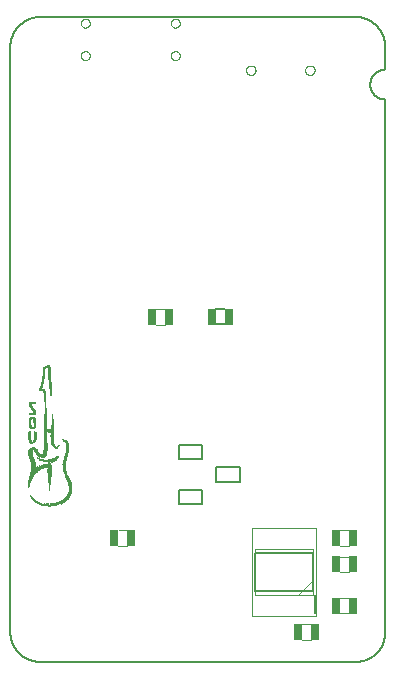
<source format=gbo>
G75*
%MOIN*%
%OFA0B0*%
%FSLAX25Y25*%
%IPPOS*%
%LPD*%
%AMOC8*
5,1,8,0,0,1.08239X$1,22.5*
%
%ADD10R,0.00111X0.01110*%
%ADD11R,0.00111X0.02670*%
%ADD12R,0.00111X0.01890*%
%ADD13R,0.00111X0.02560*%
%ADD14R,0.00112X0.02770*%
%ADD15R,0.00112X0.02450*%
%ADD16R,0.00112X0.03220*%
%ADD17R,0.00112X0.02440*%
%ADD18R,0.00112X0.00440*%
%ADD19R,0.00112X0.00670*%
%ADD20R,0.00111X0.02780*%
%ADD21R,0.00111X0.02890*%
%ADD22R,0.00111X0.03550*%
%ADD23R,0.00111X0.03110*%
%ADD24R,0.00111X0.00660*%
%ADD25R,0.00111X0.01340*%
%ADD26R,0.00111X0.02890*%
%ADD27R,0.00111X0.03330*%
%ADD28R,0.00111X0.03780*%
%ADD29R,0.00111X0.03340*%
%ADD30R,0.00111X0.01560*%
%ADD31R,0.00111X0.03000*%
%ADD32R,0.00111X0.03660*%
%ADD33R,0.00111X0.03890*%
%ADD34R,0.00111X0.03670*%
%ADD35R,0.00111X0.01890*%
%ADD36R,0.00111X0.00340*%
%ADD37R,0.00111X0.04000*%
%ADD38R,0.00111X0.02000*%
%ADD39R,0.00111X0.00450*%
%ADD40R,0.00111X0.04440*%
%ADD41R,0.00111X0.02220*%
%ADD42R,0.00111X0.03220*%
%ADD43R,0.00111X0.04770*%
%ADD44R,0.00111X0.01000*%
%ADD45R,0.00111X0.02330*%
%ADD46R,0.00111X0.00440*%
%ADD47R,0.00111X0.03440*%
%ADD48R,0.00111X0.05330*%
%ADD49R,0.00111X0.00890*%
%ADD50R,0.00111X0.00890*%
%ADD51R,0.00111X0.00780*%
%ADD52R,0.00111X0.00670*%
%ADD53R,0.00111X0.00550*%
%ADD54R,0.00111X0.10330*%
%ADD55R,0.00112X0.00550*%
%ADD56R,0.00112X0.10340*%
%ADD57R,0.00112X0.00780*%
%ADD58R,0.00112X0.00660*%
%ADD59R,0.00112X0.01110*%
%ADD60R,0.00112X0.00670*%
%ADD61R,0.00111X0.00670*%
%ADD62R,0.00111X0.08230*%
%ADD63R,0.00111X0.01230*%
%ADD64R,0.00111X0.07330*%
%ADD65R,0.00111X0.01120*%
%ADD66R,0.00111X0.06780*%
%ADD67R,0.00111X0.06220*%
%ADD68R,0.00111X0.05670*%
%ADD69R,0.00111X0.05110*%
%ADD70R,0.00111X0.00560*%
%ADD71R,0.00111X0.00770*%
%ADD72R,0.00111X0.04660*%
%ADD73R,0.00111X0.01770*%
%ADD74R,0.00111X0.04220*%
%ADD75R,0.00111X0.01550*%
%ADD76R,0.00112X0.03780*%
%ADD77R,0.00112X0.01340*%
%ADD78R,0.00112X0.03560*%
%ADD79R,0.00112X0.01440*%
%ADD80R,0.00111X0.03220*%
%ADD81R,0.00111X0.01440*%
%ADD82R,0.00111X0.03440*%
%ADD83R,0.00111X0.00110*%
%ADD84R,0.00111X0.01660*%
%ADD85R,0.00111X0.02670*%
%ADD86R,0.00111X0.00230*%
%ADD87R,0.00111X0.01780*%
%ADD88R,0.00111X0.02340*%
%ADD89R,0.00111X0.01670*%
%ADD90R,0.00111X0.01670*%
%ADD91R,0.00112X0.00890*%
%ADD92R,0.00112X0.01660*%
%ADD93R,0.00112X0.00220*%
%ADD94R,0.00112X0.01550*%
%ADD95R,0.00111X0.00220*%
%ADD96R,0.00111X0.01330*%
%ADD97R,0.00111X0.00330*%
%ADD98R,0.00111X0.00880*%
%ADD99R,0.00111X0.00440*%
%ADD100R,0.00112X0.01450*%
%ADD101R,0.00112X0.00560*%
%ADD102R,0.00112X0.01000*%
%ADD103R,0.00112X0.02000*%
%ADD104R,0.00111X0.02440*%
%ADD105R,0.00111X0.01450*%
%ADD106R,0.00111X0.02770*%
%ADD107R,0.00111X0.01220*%
%ADD108R,0.00111X0.03230*%
%ADD109R,0.00111X0.04890*%
%ADD110R,0.00111X0.02340*%
%ADD111R,0.00112X0.00890*%
%ADD112R,0.00112X0.08110*%
%ADD113R,0.00112X0.01670*%
%ADD114R,0.00112X0.03770*%
%ADD115R,0.00111X0.12230*%
%ADD116R,0.00111X0.14450*%
%ADD117R,0.00111X0.01440*%
%ADD118R,0.00111X0.22110*%
%ADD119R,0.00111X0.19890*%
%ADD120R,0.00111X0.18000*%
%ADD121R,0.00111X0.15890*%
%ADD122R,0.00111X0.12450*%
%ADD123R,0.00111X0.07890*%
%ADD124R,0.00112X0.02780*%
%ADD125R,0.00111X0.01340*%
%ADD126R,0.00111X0.04110*%
%ADD127R,0.00111X0.05440*%
%ADD128R,0.00111X0.06550*%
%ADD129R,0.00111X0.05000*%
%ADD130R,0.00111X0.07890*%
%ADD131R,0.00111X0.05890*%
%ADD132R,0.00111X0.09110*%
%ADD133R,0.00111X0.07110*%
%ADD134R,0.00111X0.08220*%
%ADD135R,0.00111X0.07670*%
%ADD136R,0.00112X0.07220*%
%ADD137R,0.00112X0.01330*%
%ADD138R,0.00112X0.07890*%
%ADD139R,0.00111X0.06110*%
%ADD140R,0.00111X0.07550*%
%ADD141R,0.00111X0.05220*%
%ADD142R,0.00111X0.06450*%
%ADD143R,0.00111X0.04670*%
%ADD144R,0.00111X0.05550*%
%ADD145R,0.00111X0.06770*%
%ADD146R,0.00111X0.09450*%
%ADD147R,0.00111X0.10560*%
%ADD148R,0.00111X0.10220*%
%ADD149R,0.00112X0.09000*%
%ADD150R,0.00111X0.02550*%
%ADD151R,0.00111X0.00220*%
%ADD152R,0.00112X0.01120*%
%ADD153R,0.00112X0.00110*%
%ADD154R,0.00111X0.04220*%
%ADD155R,0.00111X0.04890*%
%ADD156R,0.00111X0.06330*%
%ADD157R,0.00112X0.01220*%
%ADD158R,0.00112X0.07000*%
%ADD159R,0.00111X0.01220*%
%ADD160R,0.00111X0.03120*%
%ADD161R,0.00111X0.02220*%
%ADD162R,0.00111X0.05560*%
%ADD163R,0.00111X0.02230*%
%ADD164R,0.00111X0.04560*%
%ADD165R,0.00112X0.01780*%
%ADD166R,0.00112X0.03330*%
%ADD167R,0.00111X0.05340*%
%ADD168R,0.00111X0.04330*%
%ADD169R,0.00111X0.02110*%
%ADD170C,0.00000*%
%ADD171C,0.00600*%
%ADD172C,0.00400*%
%ADD173R,0.02953X0.05709*%
%ADD174R,0.02559X0.05512*%
%ADD175C,0.00197*%
%ADD176C,0.00394*%
%ADD177C,0.00787*%
D10*
X0017105Y0053132D03*
X0017327Y0053242D03*
X0017551Y0053352D03*
X0017884Y0053572D03*
X0018105Y0053682D03*
X0018327Y0053912D03*
X0014105Y0067132D03*
X0013995Y0067132D03*
X0013884Y0067132D03*
X0013773Y0067132D03*
X0014216Y0067242D03*
X0014327Y0067242D03*
X0014551Y0067352D03*
X0014662Y0067352D03*
X0014773Y0067352D03*
X0014884Y0067462D03*
X0014995Y0067462D03*
X0015105Y0067572D03*
X0015216Y0067682D03*
X0015327Y0067682D03*
X0015551Y0067912D03*
X0013327Y0067022D03*
X0013216Y0067022D03*
X0013105Y0067022D03*
X0012995Y0067022D03*
X0009884Y0068912D03*
X0007105Y0073352D03*
X0006216Y0069572D03*
X0007105Y0078242D03*
X0008551Y0083132D03*
X0007884Y0084022D03*
X0007773Y0084132D03*
X0007662Y0084242D03*
X0007327Y0084682D03*
X0011327Y0090352D03*
X0010105Y0091022D03*
X0012884Y0077022D03*
X0012995Y0077022D03*
D11*
X0006327Y0059242D03*
D12*
X0006327Y0069522D03*
D13*
X0006327Y0075407D03*
X0019551Y0071407D03*
X0019551Y0060407D03*
D14*
X0006439Y0059742D03*
D15*
X0006439Y0069462D03*
D16*
X0006439Y0075187D03*
D17*
X0006439Y0079687D03*
X0019439Y0060687D03*
D18*
X0006439Y0082797D03*
D19*
X0006439Y0086022D03*
X0018439Y0073572D03*
X0011439Y0067132D03*
D20*
X0006551Y0060187D03*
X0011551Y0089407D03*
D21*
X0006551Y0069352D03*
X0006884Y0061352D03*
X0018662Y0068352D03*
D22*
X0006551Y0075132D03*
D23*
X0008662Y0075132D03*
X0006551Y0079682D03*
D24*
X0007551Y0077907D03*
X0007662Y0077907D03*
X0007773Y0077907D03*
X0007773Y0082797D03*
X0007884Y0082797D03*
X0007662Y0082797D03*
X0007551Y0082797D03*
X0007327Y0082797D03*
X0007216Y0082797D03*
X0007105Y0082797D03*
X0006995Y0082797D03*
X0006884Y0082797D03*
X0006773Y0082797D03*
X0006662Y0082797D03*
X0006551Y0082797D03*
X0009995Y0090907D03*
X0010995Y0090687D03*
X0011105Y0090687D03*
X0014995Y0071687D03*
D25*
X0007216Y0084907D03*
X0006551Y0085907D03*
D26*
X0006662Y0060572D03*
D27*
X0006662Y0069242D03*
X0017884Y0065462D03*
D28*
X0013773Y0063797D03*
X0008216Y0074907D03*
X0006662Y0075017D03*
X0008327Y0079577D03*
D29*
X0006662Y0079687D03*
D30*
X0006662Y0085797D03*
X0013662Y0077017D03*
X0010884Y0065017D03*
X0010551Y0064907D03*
X0010327Y0064797D03*
X0010216Y0064797D03*
X0010105Y0064687D03*
X0009884Y0064577D03*
X0019216Y0054797D03*
D31*
X0020551Y0057967D03*
X0019662Y0059967D03*
X0006995Y0061627D03*
X0006773Y0060967D03*
D32*
X0006773Y0069187D03*
X0018884Y0069407D03*
D33*
X0006995Y0074742D03*
X0006773Y0074962D03*
X0006995Y0079632D03*
X0008216Y0079632D03*
X0011662Y0088632D03*
X0012884Y0096852D03*
D34*
X0006884Y0079632D03*
X0006773Y0079632D03*
X0008327Y0074962D03*
D35*
X0008105Y0073852D03*
X0007995Y0080632D03*
X0008105Y0083412D03*
X0006773Y0085742D03*
X0019551Y0055412D03*
D36*
X0006884Y0055407D03*
X0015662Y0071407D03*
X0015773Y0071407D03*
X0015884Y0071407D03*
D37*
X0019327Y0071237D03*
X0006884Y0069017D03*
X0006884Y0074907D03*
X0008105Y0079577D03*
D38*
X0007995Y0083467D03*
X0006884Y0085687D03*
D39*
X0008551Y0086352D03*
X0013662Y0075462D03*
X0015327Y0071462D03*
X0015551Y0071352D03*
X0010105Y0067462D03*
X0009995Y0067462D03*
X0006995Y0055242D03*
X0007105Y0055132D03*
X0012551Y0098462D03*
D40*
X0011327Y0095907D03*
X0006995Y0068907D03*
D41*
X0019105Y0061467D03*
X0006995Y0085577D03*
D42*
X0008551Y0079627D03*
X0007105Y0061967D03*
D43*
X0007105Y0068742D03*
D44*
X0007773Y0070857D03*
X0007884Y0070967D03*
X0007995Y0070967D03*
X0008105Y0070967D03*
X0008216Y0070857D03*
X0007995Y0073407D03*
X0010105Y0068737D03*
X0010216Y0068627D03*
X0010327Y0068627D03*
X0010551Y0068517D03*
X0010884Y0068517D03*
X0012773Y0067077D03*
X0012884Y0067077D03*
X0013551Y0067077D03*
X0013662Y0067077D03*
X0015662Y0067967D03*
X0015773Y0068077D03*
X0014773Y0071967D03*
X0018773Y0073187D03*
X0019662Y0071407D03*
X0012773Y0076967D03*
X0012662Y0076967D03*
X0012551Y0076967D03*
X0007105Y0081077D03*
X0007551Y0084407D03*
X0011551Y0052297D03*
X0011662Y0052297D03*
X0012216Y0052187D03*
X0012327Y0052187D03*
X0012551Y0052187D03*
X0012662Y0052187D03*
X0012773Y0052187D03*
X0012884Y0052187D03*
X0013662Y0052187D03*
X0013773Y0052187D03*
X0013884Y0052187D03*
X0013995Y0052187D03*
X0014105Y0052187D03*
X0014551Y0052297D03*
X0014662Y0052297D03*
X0014773Y0052297D03*
X0015105Y0052407D03*
X0015216Y0052407D03*
X0015551Y0052517D03*
X0015662Y0052517D03*
X0015884Y0052627D03*
X0015995Y0052627D03*
X0016216Y0052737D03*
X0016327Y0052737D03*
X0016551Y0052857D03*
X0016773Y0052967D03*
X0016995Y0053077D03*
X0017216Y0053187D03*
X0017662Y0053407D03*
X0017773Y0053517D03*
X0017995Y0053627D03*
D45*
X0019327Y0060962D03*
X0018884Y0062072D03*
X0017773Y0065522D03*
X0008662Y0064072D03*
X0007105Y0085522D03*
X0012773Y0097632D03*
D46*
X0012216Y0082017D03*
X0014551Y0077577D03*
X0018216Y0073687D03*
X0009773Y0067577D03*
X0007216Y0054907D03*
D47*
X0007216Y0062297D03*
D48*
X0007216Y0068572D03*
X0011105Y0095242D03*
D49*
X0007884Y0073242D03*
X0007216Y0073242D03*
X0010662Y0068462D03*
X0010773Y0068462D03*
X0015884Y0068132D03*
X0016662Y0052912D03*
X0016105Y0052682D03*
X0015327Y0052462D03*
X0014995Y0052352D03*
X0014884Y0052352D03*
X0014327Y0052242D03*
X0014216Y0052242D03*
X0013551Y0052132D03*
X0013327Y0052132D03*
X0013216Y0052132D03*
X0013105Y0052132D03*
X0012995Y0052132D03*
X0012105Y0052242D03*
X0011995Y0052242D03*
X0011884Y0052242D03*
X0011773Y0052242D03*
X0011327Y0052352D03*
X0011216Y0052352D03*
X0011105Y0052352D03*
X0010995Y0052462D03*
X0010884Y0052462D03*
X0010773Y0052462D03*
X0010662Y0052462D03*
X0010216Y0052682D03*
X0010105Y0052682D03*
X0009662Y0052912D03*
X0009216Y0053132D03*
X0008995Y0053242D03*
X0008662Y0053462D03*
D50*
X0010327Y0052572D03*
X0010551Y0052572D03*
X0015773Y0052572D03*
X0016884Y0053022D03*
X0012662Y0067022D03*
X0012551Y0067022D03*
X0012327Y0067022D03*
X0012216Y0067022D03*
X0012105Y0067022D03*
X0007995Y0078022D03*
X0007216Y0078022D03*
D51*
X0007327Y0077967D03*
X0007884Y0077967D03*
X0007884Y0081297D03*
X0007773Y0081297D03*
X0007662Y0081297D03*
X0007551Y0081297D03*
X0007327Y0081297D03*
X0007216Y0081297D03*
X0008662Y0083077D03*
X0011216Y0090517D03*
X0007773Y0073187D03*
X0007551Y0073077D03*
X0007327Y0073077D03*
X0011105Y0067187D03*
X0011216Y0067187D03*
X0011551Y0067077D03*
X0011662Y0067077D03*
X0011773Y0067077D03*
X0011884Y0067077D03*
X0011995Y0067077D03*
X0015995Y0068187D03*
X0018662Y0073407D03*
X0007995Y0054077D03*
X0008105Y0053967D03*
X0008551Y0053517D03*
X0008773Y0053407D03*
X0008884Y0053297D03*
X0009105Y0053187D03*
X0009327Y0053077D03*
X0009551Y0052967D03*
D52*
X0007773Y0054242D03*
X0007662Y0054352D03*
X0010773Y0067242D03*
X0010884Y0067242D03*
X0010995Y0067242D03*
X0008327Y0086352D03*
X0008216Y0086352D03*
X0008105Y0086352D03*
X0007995Y0086352D03*
X0007884Y0086352D03*
X0007773Y0086352D03*
X0007662Y0086352D03*
X0007551Y0086352D03*
X0007327Y0086352D03*
X0007216Y0086352D03*
X0012105Y0098242D03*
D53*
X0010884Y0090742D03*
X0010773Y0090742D03*
X0018327Y0073632D03*
X0007327Y0054742D03*
D54*
X0007327Y0066072D03*
D55*
X0007439Y0054632D03*
D56*
X0007439Y0066187D03*
D57*
X0007439Y0073077D03*
X0007439Y0081297D03*
X0008439Y0053627D03*
D58*
X0007439Y0077907D03*
X0007439Y0082797D03*
D59*
X0007439Y0084572D03*
X0014439Y0067242D03*
D60*
X0008439Y0086352D03*
X0007439Y0086352D03*
D61*
X0007662Y0073132D03*
X0011327Y0067132D03*
X0015105Y0071572D03*
X0018551Y0073462D03*
X0007551Y0054462D03*
X0007884Y0054132D03*
X0011662Y0098022D03*
X0011884Y0098132D03*
D62*
X0007551Y0065352D03*
D63*
X0007551Y0070742D03*
X0008327Y0070742D03*
D64*
X0007662Y0065132D03*
D65*
X0009995Y0068797D03*
X0007662Y0070797D03*
X0018216Y0053797D03*
D66*
X0007773Y0065077D03*
D67*
X0007884Y0065017D03*
D68*
X0007995Y0064962D03*
X0019995Y0057962D03*
D69*
X0019105Y0070912D03*
X0008105Y0064912D03*
D70*
X0010216Y0067407D03*
X0010327Y0067407D03*
X0010551Y0067297D03*
X0010662Y0067297D03*
X0016105Y0068407D03*
X0015216Y0071517D03*
X0008105Y0076297D03*
X0011773Y0098077D03*
X0011995Y0098187D03*
X0012216Y0098297D03*
X0012327Y0098407D03*
X0012662Y0098517D03*
D71*
X0008216Y0053852D03*
X0008327Y0053742D03*
X0009773Y0052852D03*
X0009995Y0052742D03*
D72*
X0008216Y0064797D03*
X0013773Y0090907D03*
D73*
X0008216Y0083352D03*
X0009327Y0064242D03*
D74*
X0008327Y0064687D03*
D75*
X0009662Y0064462D03*
X0011216Y0065132D03*
X0011662Y0065242D03*
X0012216Y0065352D03*
X0012327Y0065352D03*
X0012662Y0065352D03*
X0008327Y0083242D03*
D76*
X0008439Y0064577D03*
X0020439Y0057907D03*
D77*
X0008439Y0070687D03*
D78*
X0008439Y0075017D03*
X0008439Y0079577D03*
D79*
X0008439Y0083187D03*
X0012439Y0065407D03*
X0011439Y0065187D03*
D80*
X0008551Y0064407D03*
D81*
X0010995Y0065077D03*
X0011105Y0065077D03*
X0011327Y0065187D03*
X0011551Y0065187D03*
X0012551Y0065407D03*
X0014662Y0072187D03*
X0008551Y0070517D03*
X0018995Y0054517D03*
X0010216Y0091187D03*
D82*
X0008551Y0075077D03*
D83*
X0009105Y0067852D03*
X0009216Y0067742D03*
X0009327Y0067742D03*
X0008662Y0065412D03*
X0016327Y0071852D03*
X0017551Y0073962D03*
D84*
X0009551Y0064407D03*
X0009216Y0064187D03*
X0008773Y0070297D03*
X0008662Y0070407D03*
X0010327Y0091297D03*
X0011551Y0097407D03*
D85*
X0010884Y0093022D03*
X0008662Y0079572D03*
X0018551Y0063022D03*
D86*
X0008662Y0086352D03*
D87*
X0008884Y0070127D03*
X0011216Y0068907D03*
X0008995Y0064017D03*
X0008884Y0063907D03*
X0008773Y0063907D03*
D88*
X0008773Y0075297D03*
X0018773Y0062297D03*
D89*
X0013884Y0063962D03*
X0009995Y0064632D03*
X0009773Y0064522D03*
X0009105Y0064072D03*
X0009327Y0069522D03*
X0009216Y0069632D03*
X0008995Y0069962D03*
X0019327Y0054962D03*
D90*
X0009105Y0069852D03*
X0018884Y0072852D03*
D91*
X0012439Y0067022D03*
X0009439Y0053022D03*
X0010439Y0052572D03*
D92*
X0009439Y0064297D03*
D93*
X0009439Y0067687D03*
D94*
X0009439Y0069352D03*
D95*
X0009551Y0067687D03*
X0016216Y0071687D03*
X0017662Y0073907D03*
D96*
X0013551Y0077022D03*
X0009551Y0069242D03*
X0009662Y0069132D03*
X0009773Y0069022D03*
X0018884Y0054352D03*
D97*
X0017662Y0065632D03*
X0015995Y0071522D03*
X0017773Y0073852D03*
X0017884Y0073852D03*
X0018105Y0073742D03*
X0014551Y0074742D03*
X0009884Y0067522D03*
X0009662Y0067632D03*
D98*
X0014884Y0071797D03*
X0009884Y0052797D03*
D99*
X0017995Y0073797D03*
X0009884Y0090797D03*
D100*
X0010439Y0064852D03*
D101*
X0010439Y0067297D03*
X0015439Y0071407D03*
X0012439Y0098407D03*
D102*
X0012439Y0076967D03*
X0010439Y0068517D03*
X0013439Y0067077D03*
X0017439Y0053297D03*
X0016439Y0052857D03*
X0012439Y0052187D03*
D103*
X0010439Y0091467D03*
D104*
X0010551Y0091687D03*
X0010773Y0092577D03*
X0018662Y0062687D03*
D105*
X0019105Y0054632D03*
X0010773Y0064962D03*
X0010662Y0064962D03*
X0011105Y0068742D03*
D106*
X0010662Y0091852D03*
D107*
X0013105Y0076967D03*
X0013216Y0076967D03*
X0013327Y0076967D03*
X0010995Y0068627D03*
X0018551Y0054077D03*
D108*
X0018551Y0067852D03*
X0010995Y0093742D03*
D109*
X0011216Y0095572D03*
D110*
X0011327Y0069187D03*
D111*
X0011439Y0052352D03*
X0013439Y0052132D03*
X0014439Y0052242D03*
X0015439Y0052462D03*
D112*
X0011439Y0072182D03*
D113*
X0011439Y0089962D03*
D114*
X0011439Y0096242D03*
D115*
X0011551Y0074242D03*
D116*
X0011662Y0075462D03*
D117*
X0011773Y0065297D03*
X0011884Y0065297D03*
X0011995Y0065297D03*
X0012105Y0065297D03*
D118*
X0011773Y0079412D03*
D119*
X0011884Y0078412D03*
D120*
X0011995Y0077577D03*
D121*
X0012105Y0076742D03*
D122*
X0012216Y0075352D03*
D123*
X0012327Y0073522D03*
D124*
X0012439Y0071517D03*
D125*
X0012662Y0063797D03*
D126*
X0012773Y0064072D03*
D127*
X0012884Y0063407D03*
D128*
X0012995Y0062852D03*
X0019773Y0057962D03*
D129*
X0012995Y0096407D03*
D130*
X0013105Y0062182D03*
D131*
X0013105Y0095962D03*
D132*
X0013216Y0061572D03*
D133*
X0013216Y0095352D03*
D134*
X0013327Y0062017D03*
D135*
X0013327Y0094852D03*
D136*
X0013439Y0062517D03*
D137*
X0013439Y0077022D03*
D138*
X0013439Y0094182D03*
D139*
X0013551Y0062962D03*
X0019884Y0057962D03*
D140*
X0013551Y0093352D03*
D141*
X0013662Y0063407D03*
D142*
X0013662Y0092132D03*
D143*
X0013773Y0075572D03*
D144*
X0013884Y0075462D03*
X0018216Y0065462D03*
D145*
X0013995Y0075742D03*
D146*
X0014105Y0076852D03*
D147*
X0014216Y0077187D03*
D148*
X0014327Y0076907D03*
D149*
X0014439Y0076187D03*
D150*
X0014551Y0072852D03*
D151*
X0016105Y0071577D03*
X0014551Y0076127D03*
D152*
X0015439Y0067797D03*
D153*
X0016439Y0071962D03*
D154*
X0017995Y0065467D03*
D155*
X0018105Y0065462D03*
X0020216Y0057912D03*
D156*
X0018327Y0065522D03*
D157*
X0018439Y0053967D03*
D158*
X0018439Y0065517D03*
D159*
X0018773Y0054297D03*
X0018662Y0054187D03*
D160*
X0018773Y0068797D03*
D161*
X0018995Y0061797D03*
X0019662Y0055687D03*
D162*
X0018995Y0070797D03*
D163*
X0019216Y0061242D03*
D164*
X0019216Y0071077D03*
D165*
X0019439Y0055127D03*
D166*
X0019439Y0071242D03*
D167*
X0020105Y0057907D03*
D168*
X0020327Y0057962D03*
D169*
X0020662Y0057962D03*
D170*
X0078582Y0197217D02*
X0078584Y0197296D01*
X0078590Y0197375D01*
X0078600Y0197454D01*
X0078614Y0197532D01*
X0078631Y0197609D01*
X0078653Y0197685D01*
X0078678Y0197760D01*
X0078708Y0197833D01*
X0078740Y0197905D01*
X0078777Y0197976D01*
X0078817Y0198044D01*
X0078860Y0198110D01*
X0078906Y0198174D01*
X0078956Y0198236D01*
X0079009Y0198295D01*
X0079064Y0198351D01*
X0079123Y0198405D01*
X0079184Y0198455D01*
X0079247Y0198503D01*
X0079313Y0198547D01*
X0079381Y0198588D01*
X0079451Y0198625D01*
X0079522Y0198659D01*
X0079596Y0198689D01*
X0079670Y0198715D01*
X0079746Y0198737D01*
X0079823Y0198756D01*
X0079901Y0198771D01*
X0079979Y0198782D01*
X0080058Y0198789D01*
X0080137Y0198792D01*
X0080216Y0198791D01*
X0080295Y0198786D01*
X0080374Y0198777D01*
X0080452Y0198764D01*
X0080529Y0198747D01*
X0080606Y0198727D01*
X0080681Y0198702D01*
X0080755Y0198674D01*
X0080828Y0198642D01*
X0080898Y0198607D01*
X0080967Y0198568D01*
X0081034Y0198525D01*
X0081099Y0198479D01*
X0081161Y0198431D01*
X0081221Y0198379D01*
X0081278Y0198324D01*
X0081332Y0198266D01*
X0081383Y0198206D01*
X0081431Y0198143D01*
X0081476Y0198078D01*
X0081518Y0198010D01*
X0081556Y0197941D01*
X0081590Y0197870D01*
X0081621Y0197797D01*
X0081649Y0197722D01*
X0081672Y0197647D01*
X0081692Y0197570D01*
X0081708Y0197493D01*
X0081720Y0197414D01*
X0081728Y0197336D01*
X0081732Y0197257D01*
X0081732Y0197177D01*
X0081728Y0197098D01*
X0081720Y0197020D01*
X0081708Y0196941D01*
X0081692Y0196864D01*
X0081672Y0196787D01*
X0081649Y0196712D01*
X0081621Y0196637D01*
X0081590Y0196564D01*
X0081556Y0196493D01*
X0081518Y0196424D01*
X0081476Y0196356D01*
X0081431Y0196291D01*
X0081383Y0196228D01*
X0081332Y0196168D01*
X0081278Y0196110D01*
X0081221Y0196055D01*
X0081161Y0196003D01*
X0081099Y0195955D01*
X0081034Y0195909D01*
X0080967Y0195866D01*
X0080898Y0195827D01*
X0080828Y0195792D01*
X0080755Y0195760D01*
X0080681Y0195732D01*
X0080606Y0195707D01*
X0080529Y0195687D01*
X0080452Y0195670D01*
X0080374Y0195657D01*
X0080295Y0195648D01*
X0080216Y0195643D01*
X0080137Y0195642D01*
X0080058Y0195645D01*
X0079979Y0195652D01*
X0079901Y0195663D01*
X0079823Y0195678D01*
X0079746Y0195697D01*
X0079670Y0195719D01*
X0079596Y0195745D01*
X0079522Y0195775D01*
X0079451Y0195809D01*
X0079381Y0195846D01*
X0079313Y0195887D01*
X0079247Y0195931D01*
X0079184Y0195979D01*
X0079123Y0196029D01*
X0079064Y0196083D01*
X0079009Y0196139D01*
X0078956Y0196198D01*
X0078906Y0196260D01*
X0078860Y0196324D01*
X0078817Y0196390D01*
X0078777Y0196458D01*
X0078740Y0196529D01*
X0078708Y0196601D01*
X0078678Y0196674D01*
X0078653Y0196749D01*
X0078631Y0196825D01*
X0078614Y0196902D01*
X0078600Y0196980D01*
X0078590Y0197059D01*
X0078584Y0197138D01*
X0078582Y0197217D01*
X0098268Y0197217D02*
X0098270Y0197296D01*
X0098276Y0197375D01*
X0098286Y0197454D01*
X0098300Y0197532D01*
X0098317Y0197609D01*
X0098339Y0197685D01*
X0098364Y0197760D01*
X0098394Y0197833D01*
X0098426Y0197905D01*
X0098463Y0197976D01*
X0098503Y0198044D01*
X0098546Y0198110D01*
X0098592Y0198174D01*
X0098642Y0198236D01*
X0098695Y0198295D01*
X0098750Y0198351D01*
X0098809Y0198405D01*
X0098870Y0198455D01*
X0098933Y0198503D01*
X0098999Y0198547D01*
X0099067Y0198588D01*
X0099137Y0198625D01*
X0099208Y0198659D01*
X0099282Y0198689D01*
X0099356Y0198715D01*
X0099432Y0198737D01*
X0099509Y0198756D01*
X0099587Y0198771D01*
X0099665Y0198782D01*
X0099744Y0198789D01*
X0099823Y0198792D01*
X0099902Y0198791D01*
X0099981Y0198786D01*
X0100060Y0198777D01*
X0100138Y0198764D01*
X0100215Y0198747D01*
X0100292Y0198727D01*
X0100367Y0198702D01*
X0100441Y0198674D01*
X0100514Y0198642D01*
X0100584Y0198607D01*
X0100653Y0198568D01*
X0100720Y0198525D01*
X0100785Y0198479D01*
X0100847Y0198431D01*
X0100907Y0198379D01*
X0100964Y0198324D01*
X0101018Y0198266D01*
X0101069Y0198206D01*
X0101117Y0198143D01*
X0101162Y0198078D01*
X0101204Y0198010D01*
X0101242Y0197941D01*
X0101276Y0197870D01*
X0101307Y0197797D01*
X0101335Y0197722D01*
X0101358Y0197647D01*
X0101378Y0197570D01*
X0101394Y0197493D01*
X0101406Y0197414D01*
X0101414Y0197336D01*
X0101418Y0197257D01*
X0101418Y0197177D01*
X0101414Y0197098D01*
X0101406Y0197020D01*
X0101394Y0196941D01*
X0101378Y0196864D01*
X0101358Y0196787D01*
X0101335Y0196712D01*
X0101307Y0196637D01*
X0101276Y0196564D01*
X0101242Y0196493D01*
X0101204Y0196424D01*
X0101162Y0196356D01*
X0101117Y0196291D01*
X0101069Y0196228D01*
X0101018Y0196168D01*
X0100964Y0196110D01*
X0100907Y0196055D01*
X0100847Y0196003D01*
X0100785Y0195955D01*
X0100720Y0195909D01*
X0100653Y0195866D01*
X0100584Y0195827D01*
X0100514Y0195792D01*
X0100441Y0195760D01*
X0100367Y0195732D01*
X0100292Y0195707D01*
X0100215Y0195687D01*
X0100138Y0195670D01*
X0100060Y0195657D01*
X0099981Y0195648D01*
X0099902Y0195643D01*
X0099823Y0195642D01*
X0099744Y0195645D01*
X0099665Y0195652D01*
X0099587Y0195663D01*
X0099509Y0195678D01*
X0099432Y0195697D01*
X0099356Y0195719D01*
X0099282Y0195745D01*
X0099208Y0195775D01*
X0099137Y0195809D01*
X0099067Y0195846D01*
X0098999Y0195887D01*
X0098933Y0195931D01*
X0098870Y0195979D01*
X0098809Y0196029D01*
X0098750Y0196083D01*
X0098695Y0196139D01*
X0098642Y0196198D01*
X0098592Y0196260D01*
X0098546Y0196324D01*
X0098503Y0196390D01*
X0098463Y0196458D01*
X0098426Y0196529D01*
X0098394Y0196601D01*
X0098364Y0196674D01*
X0098339Y0196749D01*
X0098317Y0196825D01*
X0098300Y0196902D01*
X0098286Y0196980D01*
X0098276Y0197059D01*
X0098270Y0197138D01*
X0098268Y0197217D01*
X0053524Y0202087D02*
X0053526Y0202164D01*
X0053532Y0202240D01*
X0053542Y0202316D01*
X0053556Y0202391D01*
X0053573Y0202466D01*
X0053595Y0202539D01*
X0053620Y0202612D01*
X0053650Y0202683D01*
X0053682Y0202752D01*
X0053719Y0202819D01*
X0053758Y0202885D01*
X0053801Y0202948D01*
X0053848Y0203009D01*
X0053897Y0203068D01*
X0053950Y0203124D01*
X0054005Y0203177D01*
X0054063Y0203227D01*
X0054123Y0203274D01*
X0054186Y0203318D01*
X0054251Y0203359D01*
X0054318Y0203396D01*
X0054387Y0203430D01*
X0054457Y0203460D01*
X0054529Y0203486D01*
X0054603Y0203508D01*
X0054677Y0203527D01*
X0054752Y0203542D01*
X0054828Y0203553D01*
X0054904Y0203560D01*
X0054981Y0203563D01*
X0055057Y0203562D01*
X0055134Y0203557D01*
X0055210Y0203548D01*
X0055286Y0203535D01*
X0055360Y0203518D01*
X0055434Y0203498D01*
X0055507Y0203473D01*
X0055578Y0203445D01*
X0055648Y0203413D01*
X0055716Y0203378D01*
X0055782Y0203339D01*
X0055846Y0203297D01*
X0055907Y0203251D01*
X0055967Y0203202D01*
X0056023Y0203151D01*
X0056077Y0203096D01*
X0056128Y0203039D01*
X0056176Y0202979D01*
X0056221Y0202917D01*
X0056262Y0202852D01*
X0056300Y0202786D01*
X0056335Y0202718D01*
X0056365Y0202647D01*
X0056393Y0202576D01*
X0056416Y0202503D01*
X0056436Y0202429D01*
X0056452Y0202354D01*
X0056464Y0202278D01*
X0056472Y0202202D01*
X0056476Y0202125D01*
X0056476Y0202049D01*
X0056472Y0201972D01*
X0056464Y0201896D01*
X0056452Y0201820D01*
X0056436Y0201745D01*
X0056416Y0201671D01*
X0056393Y0201598D01*
X0056365Y0201527D01*
X0056335Y0201456D01*
X0056300Y0201388D01*
X0056262Y0201322D01*
X0056221Y0201257D01*
X0056176Y0201195D01*
X0056128Y0201135D01*
X0056077Y0201078D01*
X0056023Y0201023D01*
X0055967Y0200972D01*
X0055907Y0200923D01*
X0055846Y0200877D01*
X0055782Y0200835D01*
X0055716Y0200796D01*
X0055648Y0200761D01*
X0055578Y0200729D01*
X0055507Y0200701D01*
X0055434Y0200676D01*
X0055360Y0200656D01*
X0055286Y0200639D01*
X0055210Y0200626D01*
X0055134Y0200617D01*
X0055057Y0200612D01*
X0054981Y0200611D01*
X0054904Y0200614D01*
X0054828Y0200621D01*
X0054752Y0200632D01*
X0054677Y0200647D01*
X0054603Y0200666D01*
X0054529Y0200688D01*
X0054457Y0200714D01*
X0054387Y0200744D01*
X0054318Y0200778D01*
X0054251Y0200815D01*
X0054186Y0200856D01*
X0054123Y0200900D01*
X0054063Y0200947D01*
X0054005Y0200997D01*
X0053950Y0201050D01*
X0053897Y0201106D01*
X0053848Y0201165D01*
X0053801Y0201226D01*
X0053758Y0201289D01*
X0053719Y0201355D01*
X0053682Y0201422D01*
X0053650Y0201491D01*
X0053620Y0201562D01*
X0053595Y0201635D01*
X0053573Y0201708D01*
X0053556Y0201783D01*
X0053542Y0201858D01*
X0053532Y0201934D01*
X0053526Y0202010D01*
X0053524Y0202087D01*
X0053526Y0202164D01*
X0053532Y0202240D01*
X0053542Y0202316D01*
X0053556Y0202391D01*
X0053573Y0202466D01*
X0053595Y0202539D01*
X0053620Y0202612D01*
X0053650Y0202683D01*
X0053682Y0202752D01*
X0053719Y0202819D01*
X0053758Y0202885D01*
X0053801Y0202948D01*
X0053848Y0203009D01*
X0053897Y0203068D01*
X0053950Y0203124D01*
X0054005Y0203177D01*
X0054063Y0203227D01*
X0054123Y0203274D01*
X0054186Y0203318D01*
X0054251Y0203359D01*
X0054318Y0203396D01*
X0054387Y0203430D01*
X0054457Y0203460D01*
X0054529Y0203486D01*
X0054603Y0203508D01*
X0054677Y0203527D01*
X0054752Y0203542D01*
X0054828Y0203553D01*
X0054904Y0203560D01*
X0054981Y0203563D01*
X0055057Y0203562D01*
X0055134Y0203557D01*
X0055210Y0203548D01*
X0055286Y0203535D01*
X0055360Y0203518D01*
X0055434Y0203498D01*
X0055507Y0203473D01*
X0055578Y0203445D01*
X0055648Y0203413D01*
X0055716Y0203378D01*
X0055782Y0203339D01*
X0055846Y0203297D01*
X0055907Y0203251D01*
X0055967Y0203202D01*
X0056023Y0203151D01*
X0056077Y0203096D01*
X0056128Y0203039D01*
X0056176Y0202979D01*
X0056221Y0202917D01*
X0056262Y0202852D01*
X0056300Y0202786D01*
X0056335Y0202718D01*
X0056365Y0202647D01*
X0056393Y0202576D01*
X0056416Y0202503D01*
X0056436Y0202429D01*
X0056452Y0202354D01*
X0056464Y0202278D01*
X0056472Y0202202D01*
X0056476Y0202125D01*
X0056476Y0202049D01*
X0056472Y0201972D01*
X0056464Y0201896D01*
X0056452Y0201820D01*
X0056436Y0201745D01*
X0056416Y0201671D01*
X0056393Y0201598D01*
X0056365Y0201527D01*
X0056335Y0201456D01*
X0056300Y0201388D01*
X0056262Y0201322D01*
X0056221Y0201257D01*
X0056176Y0201195D01*
X0056128Y0201135D01*
X0056077Y0201078D01*
X0056023Y0201023D01*
X0055967Y0200972D01*
X0055907Y0200923D01*
X0055846Y0200877D01*
X0055782Y0200835D01*
X0055716Y0200796D01*
X0055648Y0200761D01*
X0055578Y0200729D01*
X0055507Y0200701D01*
X0055434Y0200676D01*
X0055360Y0200656D01*
X0055286Y0200639D01*
X0055210Y0200626D01*
X0055134Y0200617D01*
X0055057Y0200612D01*
X0054981Y0200611D01*
X0054904Y0200614D01*
X0054828Y0200621D01*
X0054752Y0200632D01*
X0054677Y0200647D01*
X0054603Y0200666D01*
X0054529Y0200688D01*
X0054457Y0200714D01*
X0054387Y0200744D01*
X0054318Y0200778D01*
X0054251Y0200815D01*
X0054186Y0200856D01*
X0054123Y0200900D01*
X0054063Y0200947D01*
X0054005Y0200997D01*
X0053950Y0201050D01*
X0053897Y0201106D01*
X0053848Y0201165D01*
X0053801Y0201226D01*
X0053758Y0201289D01*
X0053719Y0201355D01*
X0053682Y0201422D01*
X0053650Y0201491D01*
X0053620Y0201562D01*
X0053595Y0201635D01*
X0053573Y0201708D01*
X0053556Y0201783D01*
X0053542Y0201858D01*
X0053532Y0201934D01*
X0053526Y0202010D01*
X0053524Y0202087D01*
X0053526Y0202164D01*
X0053532Y0202240D01*
X0053542Y0202316D01*
X0053556Y0202391D01*
X0053573Y0202466D01*
X0053595Y0202539D01*
X0053620Y0202612D01*
X0053650Y0202683D01*
X0053682Y0202752D01*
X0053719Y0202819D01*
X0053758Y0202885D01*
X0053801Y0202948D01*
X0053848Y0203009D01*
X0053897Y0203068D01*
X0053950Y0203124D01*
X0054005Y0203177D01*
X0054063Y0203227D01*
X0054123Y0203274D01*
X0054186Y0203318D01*
X0054251Y0203359D01*
X0054318Y0203396D01*
X0054387Y0203430D01*
X0054457Y0203460D01*
X0054529Y0203486D01*
X0054603Y0203508D01*
X0054677Y0203527D01*
X0054752Y0203542D01*
X0054828Y0203553D01*
X0054904Y0203560D01*
X0054981Y0203563D01*
X0055057Y0203562D01*
X0055134Y0203557D01*
X0055210Y0203548D01*
X0055286Y0203535D01*
X0055360Y0203518D01*
X0055434Y0203498D01*
X0055507Y0203473D01*
X0055578Y0203445D01*
X0055648Y0203413D01*
X0055716Y0203378D01*
X0055782Y0203339D01*
X0055846Y0203297D01*
X0055907Y0203251D01*
X0055967Y0203202D01*
X0056023Y0203151D01*
X0056077Y0203096D01*
X0056128Y0203039D01*
X0056176Y0202979D01*
X0056221Y0202917D01*
X0056262Y0202852D01*
X0056300Y0202786D01*
X0056335Y0202718D01*
X0056365Y0202647D01*
X0056393Y0202576D01*
X0056416Y0202503D01*
X0056436Y0202429D01*
X0056452Y0202354D01*
X0056464Y0202278D01*
X0056472Y0202202D01*
X0056476Y0202125D01*
X0056476Y0202049D01*
X0056472Y0201972D01*
X0056464Y0201896D01*
X0056452Y0201820D01*
X0056436Y0201745D01*
X0056416Y0201671D01*
X0056393Y0201598D01*
X0056365Y0201527D01*
X0056335Y0201456D01*
X0056300Y0201388D01*
X0056262Y0201322D01*
X0056221Y0201257D01*
X0056176Y0201195D01*
X0056128Y0201135D01*
X0056077Y0201078D01*
X0056023Y0201023D01*
X0055967Y0200972D01*
X0055907Y0200923D01*
X0055846Y0200877D01*
X0055782Y0200835D01*
X0055716Y0200796D01*
X0055648Y0200761D01*
X0055578Y0200729D01*
X0055507Y0200701D01*
X0055434Y0200676D01*
X0055360Y0200656D01*
X0055286Y0200639D01*
X0055210Y0200626D01*
X0055134Y0200617D01*
X0055057Y0200612D01*
X0054981Y0200611D01*
X0054904Y0200614D01*
X0054828Y0200621D01*
X0054752Y0200632D01*
X0054677Y0200647D01*
X0054603Y0200666D01*
X0054529Y0200688D01*
X0054457Y0200714D01*
X0054387Y0200744D01*
X0054318Y0200778D01*
X0054251Y0200815D01*
X0054186Y0200856D01*
X0054123Y0200900D01*
X0054063Y0200947D01*
X0054005Y0200997D01*
X0053950Y0201050D01*
X0053897Y0201106D01*
X0053848Y0201165D01*
X0053801Y0201226D01*
X0053758Y0201289D01*
X0053719Y0201355D01*
X0053682Y0201422D01*
X0053650Y0201491D01*
X0053620Y0201562D01*
X0053595Y0201635D01*
X0053573Y0201708D01*
X0053556Y0201783D01*
X0053542Y0201858D01*
X0053532Y0201934D01*
X0053526Y0202010D01*
X0053524Y0202087D01*
X0053526Y0202164D01*
X0053532Y0202240D01*
X0053542Y0202316D01*
X0053556Y0202391D01*
X0053573Y0202466D01*
X0053595Y0202539D01*
X0053620Y0202612D01*
X0053650Y0202683D01*
X0053682Y0202752D01*
X0053719Y0202819D01*
X0053758Y0202885D01*
X0053801Y0202948D01*
X0053848Y0203009D01*
X0053897Y0203068D01*
X0053950Y0203124D01*
X0054005Y0203177D01*
X0054063Y0203227D01*
X0054123Y0203274D01*
X0054186Y0203318D01*
X0054251Y0203359D01*
X0054318Y0203396D01*
X0054387Y0203430D01*
X0054457Y0203460D01*
X0054529Y0203486D01*
X0054603Y0203508D01*
X0054677Y0203527D01*
X0054752Y0203542D01*
X0054828Y0203553D01*
X0054904Y0203560D01*
X0054981Y0203563D01*
X0055057Y0203562D01*
X0055134Y0203557D01*
X0055210Y0203548D01*
X0055286Y0203535D01*
X0055360Y0203518D01*
X0055434Y0203498D01*
X0055507Y0203473D01*
X0055578Y0203445D01*
X0055648Y0203413D01*
X0055716Y0203378D01*
X0055782Y0203339D01*
X0055846Y0203297D01*
X0055907Y0203251D01*
X0055967Y0203202D01*
X0056023Y0203151D01*
X0056077Y0203096D01*
X0056128Y0203039D01*
X0056176Y0202979D01*
X0056221Y0202917D01*
X0056262Y0202852D01*
X0056300Y0202786D01*
X0056335Y0202718D01*
X0056365Y0202647D01*
X0056393Y0202576D01*
X0056416Y0202503D01*
X0056436Y0202429D01*
X0056452Y0202354D01*
X0056464Y0202278D01*
X0056472Y0202202D01*
X0056476Y0202125D01*
X0056476Y0202049D01*
X0056472Y0201972D01*
X0056464Y0201896D01*
X0056452Y0201820D01*
X0056436Y0201745D01*
X0056416Y0201671D01*
X0056393Y0201598D01*
X0056365Y0201527D01*
X0056335Y0201456D01*
X0056300Y0201388D01*
X0056262Y0201322D01*
X0056221Y0201257D01*
X0056176Y0201195D01*
X0056128Y0201135D01*
X0056077Y0201078D01*
X0056023Y0201023D01*
X0055967Y0200972D01*
X0055907Y0200923D01*
X0055846Y0200877D01*
X0055782Y0200835D01*
X0055716Y0200796D01*
X0055648Y0200761D01*
X0055578Y0200729D01*
X0055507Y0200701D01*
X0055434Y0200676D01*
X0055360Y0200656D01*
X0055286Y0200639D01*
X0055210Y0200626D01*
X0055134Y0200617D01*
X0055057Y0200612D01*
X0054981Y0200611D01*
X0054904Y0200614D01*
X0054828Y0200621D01*
X0054752Y0200632D01*
X0054677Y0200647D01*
X0054603Y0200666D01*
X0054529Y0200688D01*
X0054457Y0200714D01*
X0054387Y0200744D01*
X0054318Y0200778D01*
X0054251Y0200815D01*
X0054186Y0200856D01*
X0054123Y0200900D01*
X0054063Y0200947D01*
X0054005Y0200997D01*
X0053950Y0201050D01*
X0053897Y0201106D01*
X0053848Y0201165D01*
X0053801Y0201226D01*
X0053758Y0201289D01*
X0053719Y0201355D01*
X0053682Y0201422D01*
X0053650Y0201491D01*
X0053620Y0201562D01*
X0053595Y0201635D01*
X0053573Y0201708D01*
X0053556Y0201783D01*
X0053542Y0201858D01*
X0053532Y0201934D01*
X0053526Y0202010D01*
X0053524Y0202087D01*
X0053526Y0202164D01*
X0053532Y0202240D01*
X0053542Y0202316D01*
X0053556Y0202391D01*
X0053573Y0202466D01*
X0053595Y0202539D01*
X0053620Y0202612D01*
X0053650Y0202683D01*
X0053682Y0202752D01*
X0053719Y0202819D01*
X0053758Y0202885D01*
X0053801Y0202948D01*
X0053848Y0203009D01*
X0053897Y0203068D01*
X0053950Y0203124D01*
X0054005Y0203177D01*
X0054063Y0203227D01*
X0054123Y0203274D01*
X0054186Y0203318D01*
X0054251Y0203359D01*
X0054318Y0203396D01*
X0054387Y0203430D01*
X0054457Y0203460D01*
X0054529Y0203486D01*
X0054603Y0203508D01*
X0054677Y0203527D01*
X0054752Y0203542D01*
X0054828Y0203553D01*
X0054904Y0203560D01*
X0054981Y0203563D01*
X0055057Y0203562D01*
X0055134Y0203557D01*
X0055210Y0203548D01*
X0055286Y0203535D01*
X0055360Y0203518D01*
X0055434Y0203498D01*
X0055507Y0203473D01*
X0055578Y0203445D01*
X0055648Y0203413D01*
X0055716Y0203378D01*
X0055782Y0203339D01*
X0055846Y0203297D01*
X0055907Y0203251D01*
X0055967Y0203202D01*
X0056023Y0203151D01*
X0056077Y0203096D01*
X0056128Y0203039D01*
X0056176Y0202979D01*
X0056221Y0202917D01*
X0056262Y0202852D01*
X0056300Y0202786D01*
X0056335Y0202718D01*
X0056365Y0202647D01*
X0056393Y0202576D01*
X0056416Y0202503D01*
X0056436Y0202429D01*
X0056452Y0202354D01*
X0056464Y0202278D01*
X0056472Y0202202D01*
X0056476Y0202125D01*
X0056476Y0202049D01*
X0056472Y0201972D01*
X0056464Y0201896D01*
X0056452Y0201820D01*
X0056436Y0201745D01*
X0056416Y0201671D01*
X0056393Y0201598D01*
X0056365Y0201527D01*
X0056335Y0201456D01*
X0056300Y0201388D01*
X0056262Y0201322D01*
X0056221Y0201257D01*
X0056176Y0201195D01*
X0056128Y0201135D01*
X0056077Y0201078D01*
X0056023Y0201023D01*
X0055967Y0200972D01*
X0055907Y0200923D01*
X0055846Y0200877D01*
X0055782Y0200835D01*
X0055716Y0200796D01*
X0055648Y0200761D01*
X0055578Y0200729D01*
X0055507Y0200701D01*
X0055434Y0200676D01*
X0055360Y0200656D01*
X0055286Y0200639D01*
X0055210Y0200626D01*
X0055134Y0200617D01*
X0055057Y0200612D01*
X0054981Y0200611D01*
X0054904Y0200614D01*
X0054828Y0200621D01*
X0054752Y0200632D01*
X0054677Y0200647D01*
X0054603Y0200666D01*
X0054529Y0200688D01*
X0054457Y0200714D01*
X0054387Y0200744D01*
X0054318Y0200778D01*
X0054251Y0200815D01*
X0054186Y0200856D01*
X0054123Y0200900D01*
X0054063Y0200947D01*
X0054005Y0200997D01*
X0053950Y0201050D01*
X0053897Y0201106D01*
X0053848Y0201165D01*
X0053801Y0201226D01*
X0053758Y0201289D01*
X0053719Y0201355D01*
X0053682Y0201422D01*
X0053650Y0201491D01*
X0053620Y0201562D01*
X0053595Y0201635D01*
X0053573Y0201708D01*
X0053556Y0201783D01*
X0053542Y0201858D01*
X0053532Y0201934D01*
X0053526Y0202010D01*
X0053524Y0202087D01*
X0053526Y0202164D01*
X0053532Y0202240D01*
X0053542Y0202316D01*
X0053556Y0202391D01*
X0053573Y0202466D01*
X0053595Y0202539D01*
X0053620Y0202612D01*
X0053650Y0202683D01*
X0053682Y0202752D01*
X0053719Y0202819D01*
X0053758Y0202885D01*
X0053801Y0202948D01*
X0053848Y0203009D01*
X0053897Y0203068D01*
X0053950Y0203124D01*
X0054005Y0203177D01*
X0054063Y0203227D01*
X0054123Y0203274D01*
X0054186Y0203318D01*
X0054251Y0203359D01*
X0054318Y0203396D01*
X0054387Y0203430D01*
X0054457Y0203460D01*
X0054529Y0203486D01*
X0054603Y0203508D01*
X0054677Y0203527D01*
X0054752Y0203542D01*
X0054828Y0203553D01*
X0054904Y0203560D01*
X0054981Y0203563D01*
X0055057Y0203562D01*
X0055134Y0203557D01*
X0055210Y0203548D01*
X0055286Y0203535D01*
X0055360Y0203518D01*
X0055434Y0203498D01*
X0055507Y0203473D01*
X0055578Y0203445D01*
X0055648Y0203413D01*
X0055716Y0203378D01*
X0055782Y0203339D01*
X0055846Y0203297D01*
X0055907Y0203251D01*
X0055967Y0203202D01*
X0056023Y0203151D01*
X0056077Y0203096D01*
X0056128Y0203039D01*
X0056176Y0202979D01*
X0056221Y0202917D01*
X0056262Y0202852D01*
X0056300Y0202786D01*
X0056335Y0202718D01*
X0056365Y0202647D01*
X0056393Y0202576D01*
X0056416Y0202503D01*
X0056436Y0202429D01*
X0056452Y0202354D01*
X0056464Y0202278D01*
X0056472Y0202202D01*
X0056476Y0202125D01*
X0056476Y0202049D01*
X0056472Y0201972D01*
X0056464Y0201896D01*
X0056452Y0201820D01*
X0056436Y0201745D01*
X0056416Y0201671D01*
X0056393Y0201598D01*
X0056365Y0201527D01*
X0056335Y0201456D01*
X0056300Y0201388D01*
X0056262Y0201322D01*
X0056221Y0201257D01*
X0056176Y0201195D01*
X0056128Y0201135D01*
X0056077Y0201078D01*
X0056023Y0201023D01*
X0055967Y0200972D01*
X0055907Y0200923D01*
X0055846Y0200877D01*
X0055782Y0200835D01*
X0055716Y0200796D01*
X0055648Y0200761D01*
X0055578Y0200729D01*
X0055507Y0200701D01*
X0055434Y0200676D01*
X0055360Y0200656D01*
X0055286Y0200639D01*
X0055210Y0200626D01*
X0055134Y0200617D01*
X0055057Y0200612D01*
X0054981Y0200611D01*
X0054904Y0200614D01*
X0054828Y0200621D01*
X0054752Y0200632D01*
X0054677Y0200647D01*
X0054603Y0200666D01*
X0054529Y0200688D01*
X0054457Y0200714D01*
X0054387Y0200744D01*
X0054318Y0200778D01*
X0054251Y0200815D01*
X0054186Y0200856D01*
X0054123Y0200900D01*
X0054063Y0200947D01*
X0054005Y0200997D01*
X0053950Y0201050D01*
X0053897Y0201106D01*
X0053848Y0201165D01*
X0053801Y0201226D01*
X0053758Y0201289D01*
X0053719Y0201355D01*
X0053682Y0201422D01*
X0053650Y0201491D01*
X0053620Y0201562D01*
X0053595Y0201635D01*
X0053573Y0201708D01*
X0053556Y0201783D01*
X0053542Y0201858D01*
X0053532Y0201934D01*
X0053526Y0202010D01*
X0053524Y0202087D01*
X0053526Y0202164D01*
X0053532Y0202240D01*
X0053542Y0202316D01*
X0053556Y0202391D01*
X0053573Y0202466D01*
X0053595Y0202539D01*
X0053620Y0202612D01*
X0053650Y0202683D01*
X0053682Y0202752D01*
X0053719Y0202819D01*
X0053758Y0202885D01*
X0053801Y0202948D01*
X0053848Y0203009D01*
X0053897Y0203068D01*
X0053950Y0203124D01*
X0054005Y0203177D01*
X0054063Y0203227D01*
X0054123Y0203274D01*
X0054186Y0203318D01*
X0054251Y0203359D01*
X0054318Y0203396D01*
X0054387Y0203430D01*
X0054457Y0203460D01*
X0054529Y0203486D01*
X0054603Y0203508D01*
X0054677Y0203527D01*
X0054752Y0203542D01*
X0054828Y0203553D01*
X0054904Y0203560D01*
X0054981Y0203563D01*
X0055057Y0203562D01*
X0055134Y0203557D01*
X0055210Y0203548D01*
X0055286Y0203535D01*
X0055360Y0203518D01*
X0055434Y0203498D01*
X0055507Y0203473D01*
X0055578Y0203445D01*
X0055648Y0203413D01*
X0055716Y0203378D01*
X0055782Y0203339D01*
X0055846Y0203297D01*
X0055907Y0203251D01*
X0055967Y0203202D01*
X0056023Y0203151D01*
X0056077Y0203096D01*
X0056128Y0203039D01*
X0056176Y0202979D01*
X0056221Y0202917D01*
X0056262Y0202852D01*
X0056300Y0202786D01*
X0056335Y0202718D01*
X0056365Y0202647D01*
X0056393Y0202576D01*
X0056416Y0202503D01*
X0056436Y0202429D01*
X0056452Y0202354D01*
X0056464Y0202278D01*
X0056472Y0202202D01*
X0056476Y0202125D01*
X0056476Y0202049D01*
X0056472Y0201972D01*
X0056464Y0201896D01*
X0056452Y0201820D01*
X0056436Y0201745D01*
X0056416Y0201671D01*
X0056393Y0201598D01*
X0056365Y0201527D01*
X0056335Y0201456D01*
X0056300Y0201388D01*
X0056262Y0201322D01*
X0056221Y0201257D01*
X0056176Y0201195D01*
X0056128Y0201135D01*
X0056077Y0201078D01*
X0056023Y0201023D01*
X0055967Y0200972D01*
X0055907Y0200923D01*
X0055846Y0200877D01*
X0055782Y0200835D01*
X0055716Y0200796D01*
X0055648Y0200761D01*
X0055578Y0200729D01*
X0055507Y0200701D01*
X0055434Y0200676D01*
X0055360Y0200656D01*
X0055286Y0200639D01*
X0055210Y0200626D01*
X0055134Y0200617D01*
X0055057Y0200612D01*
X0054981Y0200611D01*
X0054904Y0200614D01*
X0054828Y0200621D01*
X0054752Y0200632D01*
X0054677Y0200647D01*
X0054603Y0200666D01*
X0054529Y0200688D01*
X0054457Y0200714D01*
X0054387Y0200744D01*
X0054318Y0200778D01*
X0054251Y0200815D01*
X0054186Y0200856D01*
X0054123Y0200900D01*
X0054063Y0200947D01*
X0054005Y0200997D01*
X0053950Y0201050D01*
X0053897Y0201106D01*
X0053848Y0201165D01*
X0053801Y0201226D01*
X0053758Y0201289D01*
X0053719Y0201355D01*
X0053682Y0201422D01*
X0053650Y0201491D01*
X0053620Y0201562D01*
X0053595Y0201635D01*
X0053573Y0201708D01*
X0053556Y0201783D01*
X0053542Y0201858D01*
X0053532Y0201934D01*
X0053526Y0202010D01*
X0053524Y0202087D01*
X0053526Y0202164D01*
X0053532Y0202240D01*
X0053542Y0202316D01*
X0053556Y0202391D01*
X0053573Y0202466D01*
X0053595Y0202539D01*
X0053620Y0202612D01*
X0053650Y0202683D01*
X0053682Y0202752D01*
X0053719Y0202819D01*
X0053758Y0202885D01*
X0053801Y0202948D01*
X0053848Y0203009D01*
X0053897Y0203068D01*
X0053950Y0203124D01*
X0054005Y0203177D01*
X0054063Y0203227D01*
X0054123Y0203274D01*
X0054186Y0203318D01*
X0054251Y0203359D01*
X0054318Y0203396D01*
X0054387Y0203430D01*
X0054457Y0203460D01*
X0054529Y0203486D01*
X0054603Y0203508D01*
X0054677Y0203527D01*
X0054752Y0203542D01*
X0054828Y0203553D01*
X0054904Y0203560D01*
X0054981Y0203563D01*
X0055057Y0203562D01*
X0055134Y0203557D01*
X0055210Y0203548D01*
X0055286Y0203535D01*
X0055360Y0203518D01*
X0055434Y0203498D01*
X0055507Y0203473D01*
X0055578Y0203445D01*
X0055648Y0203413D01*
X0055716Y0203378D01*
X0055782Y0203339D01*
X0055846Y0203297D01*
X0055907Y0203251D01*
X0055967Y0203202D01*
X0056023Y0203151D01*
X0056077Y0203096D01*
X0056128Y0203039D01*
X0056176Y0202979D01*
X0056221Y0202917D01*
X0056262Y0202852D01*
X0056300Y0202786D01*
X0056335Y0202718D01*
X0056365Y0202647D01*
X0056393Y0202576D01*
X0056416Y0202503D01*
X0056436Y0202429D01*
X0056452Y0202354D01*
X0056464Y0202278D01*
X0056472Y0202202D01*
X0056476Y0202125D01*
X0056476Y0202049D01*
X0056472Y0201972D01*
X0056464Y0201896D01*
X0056452Y0201820D01*
X0056436Y0201745D01*
X0056416Y0201671D01*
X0056393Y0201598D01*
X0056365Y0201527D01*
X0056335Y0201456D01*
X0056300Y0201388D01*
X0056262Y0201322D01*
X0056221Y0201257D01*
X0056176Y0201195D01*
X0056128Y0201135D01*
X0056077Y0201078D01*
X0056023Y0201023D01*
X0055967Y0200972D01*
X0055907Y0200923D01*
X0055846Y0200877D01*
X0055782Y0200835D01*
X0055716Y0200796D01*
X0055648Y0200761D01*
X0055578Y0200729D01*
X0055507Y0200701D01*
X0055434Y0200676D01*
X0055360Y0200656D01*
X0055286Y0200639D01*
X0055210Y0200626D01*
X0055134Y0200617D01*
X0055057Y0200612D01*
X0054981Y0200611D01*
X0054904Y0200614D01*
X0054828Y0200621D01*
X0054752Y0200632D01*
X0054677Y0200647D01*
X0054603Y0200666D01*
X0054529Y0200688D01*
X0054457Y0200714D01*
X0054387Y0200744D01*
X0054318Y0200778D01*
X0054251Y0200815D01*
X0054186Y0200856D01*
X0054123Y0200900D01*
X0054063Y0200947D01*
X0054005Y0200997D01*
X0053950Y0201050D01*
X0053897Y0201106D01*
X0053848Y0201165D01*
X0053801Y0201226D01*
X0053758Y0201289D01*
X0053719Y0201355D01*
X0053682Y0201422D01*
X0053650Y0201491D01*
X0053620Y0201562D01*
X0053595Y0201635D01*
X0053573Y0201708D01*
X0053556Y0201783D01*
X0053542Y0201858D01*
X0053532Y0201934D01*
X0053526Y0202010D01*
X0053524Y0202087D01*
X0053526Y0202164D01*
X0053532Y0202240D01*
X0053542Y0202316D01*
X0053556Y0202391D01*
X0053573Y0202466D01*
X0053595Y0202539D01*
X0053620Y0202612D01*
X0053650Y0202683D01*
X0053682Y0202752D01*
X0053719Y0202819D01*
X0053758Y0202885D01*
X0053801Y0202948D01*
X0053848Y0203009D01*
X0053897Y0203068D01*
X0053950Y0203124D01*
X0054005Y0203177D01*
X0054063Y0203227D01*
X0054123Y0203274D01*
X0054186Y0203318D01*
X0054251Y0203359D01*
X0054318Y0203396D01*
X0054387Y0203430D01*
X0054457Y0203460D01*
X0054529Y0203486D01*
X0054603Y0203508D01*
X0054677Y0203527D01*
X0054752Y0203542D01*
X0054828Y0203553D01*
X0054904Y0203560D01*
X0054981Y0203563D01*
X0055057Y0203562D01*
X0055134Y0203557D01*
X0055210Y0203548D01*
X0055286Y0203535D01*
X0055360Y0203518D01*
X0055434Y0203498D01*
X0055507Y0203473D01*
X0055578Y0203445D01*
X0055648Y0203413D01*
X0055716Y0203378D01*
X0055782Y0203339D01*
X0055846Y0203297D01*
X0055907Y0203251D01*
X0055967Y0203202D01*
X0056023Y0203151D01*
X0056077Y0203096D01*
X0056128Y0203039D01*
X0056176Y0202979D01*
X0056221Y0202917D01*
X0056262Y0202852D01*
X0056300Y0202786D01*
X0056335Y0202718D01*
X0056365Y0202647D01*
X0056393Y0202576D01*
X0056416Y0202503D01*
X0056436Y0202429D01*
X0056452Y0202354D01*
X0056464Y0202278D01*
X0056472Y0202202D01*
X0056476Y0202125D01*
X0056476Y0202049D01*
X0056472Y0201972D01*
X0056464Y0201896D01*
X0056452Y0201820D01*
X0056436Y0201745D01*
X0056416Y0201671D01*
X0056393Y0201598D01*
X0056365Y0201527D01*
X0056335Y0201456D01*
X0056300Y0201388D01*
X0056262Y0201322D01*
X0056221Y0201257D01*
X0056176Y0201195D01*
X0056128Y0201135D01*
X0056077Y0201078D01*
X0056023Y0201023D01*
X0055967Y0200972D01*
X0055907Y0200923D01*
X0055846Y0200877D01*
X0055782Y0200835D01*
X0055716Y0200796D01*
X0055648Y0200761D01*
X0055578Y0200729D01*
X0055507Y0200701D01*
X0055434Y0200676D01*
X0055360Y0200656D01*
X0055286Y0200639D01*
X0055210Y0200626D01*
X0055134Y0200617D01*
X0055057Y0200612D01*
X0054981Y0200611D01*
X0054904Y0200614D01*
X0054828Y0200621D01*
X0054752Y0200632D01*
X0054677Y0200647D01*
X0054603Y0200666D01*
X0054529Y0200688D01*
X0054457Y0200714D01*
X0054387Y0200744D01*
X0054318Y0200778D01*
X0054251Y0200815D01*
X0054186Y0200856D01*
X0054123Y0200900D01*
X0054063Y0200947D01*
X0054005Y0200997D01*
X0053950Y0201050D01*
X0053897Y0201106D01*
X0053848Y0201165D01*
X0053801Y0201226D01*
X0053758Y0201289D01*
X0053719Y0201355D01*
X0053682Y0201422D01*
X0053650Y0201491D01*
X0053620Y0201562D01*
X0053595Y0201635D01*
X0053573Y0201708D01*
X0053556Y0201783D01*
X0053542Y0201858D01*
X0053532Y0201934D01*
X0053526Y0202010D01*
X0053524Y0202087D01*
X0053526Y0202164D01*
X0053532Y0202240D01*
X0053542Y0202316D01*
X0053556Y0202391D01*
X0053573Y0202466D01*
X0053595Y0202539D01*
X0053620Y0202612D01*
X0053650Y0202683D01*
X0053682Y0202752D01*
X0053719Y0202819D01*
X0053758Y0202885D01*
X0053801Y0202948D01*
X0053848Y0203009D01*
X0053897Y0203068D01*
X0053950Y0203124D01*
X0054005Y0203177D01*
X0054063Y0203227D01*
X0054123Y0203274D01*
X0054186Y0203318D01*
X0054251Y0203359D01*
X0054318Y0203396D01*
X0054387Y0203430D01*
X0054457Y0203460D01*
X0054529Y0203486D01*
X0054603Y0203508D01*
X0054677Y0203527D01*
X0054752Y0203542D01*
X0054828Y0203553D01*
X0054904Y0203560D01*
X0054981Y0203563D01*
X0055057Y0203562D01*
X0055134Y0203557D01*
X0055210Y0203548D01*
X0055286Y0203535D01*
X0055360Y0203518D01*
X0055434Y0203498D01*
X0055507Y0203473D01*
X0055578Y0203445D01*
X0055648Y0203413D01*
X0055716Y0203378D01*
X0055782Y0203339D01*
X0055846Y0203297D01*
X0055907Y0203251D01*
X0055967Y0203202D01*
X0056023Y0203151D01*
X0056077Y0203096D01*
X0056128Y0203039D01*
X0056176Y0202979D01*
X0056221Y0202917D01*
X0056262Y0202852D01*
X0056300Y0202786D01*
X0056335Y0202718D01*
X0056365Y0202647D01*
X0056393Y0202576D01*
X0056416Y0202503D01*
X0056436Y0202429D01*
X0056452Y0202354D01*
X0056464Y0202278D01*
X0056472Y0202202D01*
X0056476Y0202125D01*
X0056476Y0202049D01*
X0056472Y0201972D01*
X0056464Y0201896D01*
X0056452Y0201820D01*
X0056436Y0201745D01*
X0056416Y0201671D01*
X0056393Y0201598D01*
X0056365Y0201527D01*
X0056335Y0201456D01*
X0056300Y0201388D01*
X0056262Y0201322D01*
X0056221Y0201257D01*
X0056176Y0201195D01*
X0056128Y0201135D01*
X0056077Y0201078D01*
X0056023Y0201023D01*
X0055967Y0200972D01*
X0055907Y0200923D01*
X0055846Y0200877D01*
X0055782Y0200835D01*
X0055716Y0200796D01*
X0055648Y0200761D01*
X0055578Y0200729D01*
X0055507Y0200701D01*
X0055434Y0200676D01*
X0055360Y0200656D01*
X0055286Y0200639D01*
X0055210Y0200626D01*
X0055134Y0200617D01*
X0055057Y0200612D01*
X0054981Y0200611D01*
X0054904Y0200614D01*
X0054828Y0200621D01*
X0054752Y0200632D01*
X0054677Y0200647D01*
X0054603Y0200666D01*
X0054529Y0200688D01*
X0054457Y0200714D01*
X0054387Y0200744D01*
X0054318Y0200778D01*
X0054251Y0200815D01*
X0054186Y0200856D01*
X0054123Y0200900D01*
X0054063Y0200947D01*
X0054005Y0200997D01*
X0053950Y0201050D01*
X0053897Y0201106D01*
X0053848Y0201165D01*
X0053801Y0201226D01*
X0053758Y0201289D01*
X0053719Y0201355D01*
X0053682Y0201422D01*
X0053650Y0201491D01*
X0053620Y0201562D01*
X0053595Y0201635D01*
X0053573Y0201708D01*
X0053556Y0201783D01*
X0053542Y0201858D01*
X0053532Y0201934D01*
X0053526Y0202010D01*
X0053524Y0202087D01*
X0053526Y0202164D01*
X0053532Y0202240D01*
X0053542Y0202316D01*
X0053556Y0202391D01*
X0053573Y0202466D01*
X0053595Y0202539D01*
X0053620Y0202612D01*
X0053650Y0202683D01*
X0053682Y0202752D01*
X0053719Y0202819D01*
X0053758Y0202885D01*
X0053801Y0202948D01*
X0053848Y0203009D01*
X0053897Y0203068D01*
X0053950Y0203124D01*
X0054005Y0203177D01*
X0054063Y0203227D01*
X0054123Y0203274D01*
X0054186Y0203318D01*
X0054251Y0203359D01*
X0054318Y0203396D01*
X0054387Y0203430D01*
X0054457Y0203460D01*
X0054529Y0203486D01*
X0054603Y0203508D01*
X0054677Y0203527D01*
X0054752Y0203542D01*
X0054828Y0203553D01*
X0054904Y0203560D01*
X0054981Y0203563D01*
X0055057Y0203562D01*
X0055134Y0203557D01*
X0055210Y0203548D01*
X0055286Y0203535D01*
X0055360Y0203518D01*
X0055434Y0203498D01*
X0055507Y0203473D01*
X0055578Y0203445D01*
X0055648Y0203413D01*
X0055716Y0203378D01*
X0055782Y0203339D01*
X0055846Y0203297D01*
X0055907Y0203251D01*
X0055967Y0203202D01*
X0056023Y0203151D01*
X0056077Y0203096D01*
X0056128Y0203039D01*
X0056176Y0202979D01*
X0056221Y0202917D01*
X0056262Y0202852D01*
X0056300Y0202786D01*
X0056335Y0202718D01*
X0056365Y0202647D01*
X0056393Y0202576D01*
X0056416Y0202503D01*
X0056436Y0202429D01*
X0056452Y0202354D01*
X0056464Y0202278D01*
X0056472Y0202202D01*
X0056476Y0202125D01*
X0056476Y0202049D01*
X0056472Y0201972D01*
X0056464Y0201896D01*
X0056452Y0201820D01*
X0056436Y0201745D01*
X0056416Y0201671D01*
X0056393Y0201598D01*
X0056365Y0201527D01*
X0056335Y0201456D01*
X0056300Y0201388D01*
X0056262Y0201322D01*
X0056221Y0201257D01*
X0056176Y0201195D01*
X0056128Y0201135D01*
X0056077Y0201078D01*
X0056023Y0201023D01*
X0055967Y0200972D01*
X0055907Y0200923D01*
X0055846Y0200877D01*
X0055782Y0200835D01*
X0055716Y0200796D01*
X0055648Y0200761D01*
X0055578Y0200729D01*
X0055507Y0200701D01*
X0055434Y0200676D01*
X0055360Y0200656D01*
X0055286Y0200639D01*
X0055210Y0200626D01*
X0055134Y0200617D01*
X0055057Y0200612D01*
X0054981Y0200611D01*
X0054904Y0200614D01*
X0054828Y0200621D01*
X0054752Y0200632D01*
X0054677Y0200647D01*
X0054603Y0200666D01*
X0054529Y0200688D01*
X0054457Y0200714D01*
X0054387Y0200744D01*
X0054318Y0200778D01*
X0054251Y0200815D01*
X0054186Y0200856D01*
X0054123Y0200900D01*
X0054063Y0200947D01*
X0054005Y0200997D01*
X0053950Y0201050D01*
X0053897Y0201106D01*
X0053848Y0201165D01*
X0053801Y0201226D01*
X0053758Y0201289D01*
X0053719Y0201355D01*
X0053682Y0201422D01*
X0053650Y0201491D01*
X0053620Y0201562D01*
X0053595Y0201635D01*
X0053573Y0201708D01*
X0053556Y0201783D01*
X0053542Y0201858D01*
X0053532Y0201934D01*
X0053526Y0202010D01*
X0053524Y0202087D01*
X0053524Y0212913D02*
X0053526Y0212990D01*
X0053532Y0213066D01*
X0053542Y0213142D01*
X0053556Y0213217D01*
X0053573Y0213292D01*
X0053595Y0213365D01*
X0053620Y0213438D01*
X0053650Y0213509D01*
X0053682Y0213578D01*
X0053719Y0213645D01*
X0053758Y0213711D01*
X0053801Y0213774D01*
X0053848Y0213835D01*
X0053897Y0213894D01*
X0053950Y0213950D01*
X0054005Y0214003D01*
X0054063Y0214053D01*
X0054123Y0214100D01*
X0054186Y0214144D01*
X0054251Y0214185D01*
X0054318Y0214222D01*
X0054387Y0214256D01*
X0054457Y0214286D01*
X0054529Y0214312D01*
X0054603Y0214334D01*
X0054677Y0214353D01*
X0054752Y0214368D01*
X0054828Y0214379D01*
X0054904Y0214386D01*
X0054981Y0214389D01*
X0055057Y0214388D01*
X0055134Y0214383D01*
X0055210Y0214374D01*
X0055286Y0214361D01*
X0055360Y0214344D01*
X0055434Y0214324D01*
X0055507Y0214299D01*
X0055578Y0214271D01*
X0055648Y0214239D01*
X0055716Y0214204D01*
X0055782Y0214165D01*
X0055846Y0214123D01*
X0055907Y0214077D01*
X0055967Y0214028D01*
X0056023Y0213977D01*
X0056077Y0213922D01*
X0056128Y0213865D01*
X0056176Y0213805D01*
X0056221Y0213743D01*
X0056262Y0213678D01*
X0056300Y0213612D01*
X0056335Y0213544D01*
X0056365Y0213473D01*
X0056393Y0213402D01*
X0056416Y0213329D01*
X0056436Y0213255D01*
X0056452Y0213180D01*
X0056464Y0213104D01*
X0056472Y0213028D01*
X0056476Y0212951D01*
X0056476Y0212875D01*
X0056472Y0212798D01*
X0056464Y0212722D01*
X0056452Y0212646D01*
X0056436Y0212571D01*
X0056416Y0212497D01*
X0056393Y0212424D01*
X0056365Y0212353D01*
X0056335Y0212282D01*
X0056300Y0212214D01*
X0056262Y0212148D01*
X0056221Y0212083D01*
X0056176Y0212021D01*
X0056128Y0211961D01*
X0056077Y0211904D01*
X0056023Y0211849D01*
X0055967Y0211798D01*
X0055907Y0211749D01*
X0055846Y0211703D01*
X0055782Y0211661D01*
X0055716Y0211622D01*
X0055648Y0211587D01*
X0055578Y0211555D01*
X0055507Y0211527D01*
X0055434Y0211502D01*
X0055360Y0211482D01*
X0055286Y0211465D01*
X0055210Y0211452D01*
X0055134Y0211443D01*
X0055057Y0211438D01*
X0054981Y0211437D01*
X0054904Y0211440D01*
X0054828Y0211447D01*
X0054752Y0211458D01*
X0054677Y0211473D01*
X0054603Y0211492D01*
X0054529Y0211514D01*
X0054457Y0211540D01*
X0054387Y0211570D01*
X0054318Y0211604D01*
X0054251Y0211641D01*
X0054186Y0211682D01*
X0054123Y0211726D01*
X0054063Y0211773D01*
X0054005Y0211823D01*
X0053950Y0211876D01*
X0053897Y0211932D01*
X0053848Y0211991D01*
X0053801Y0212052D01*
X0053758Y0212115D01*
X0053719Y0212181D01*
X0053682Y0212248D01*
X0053650Y0212317D01*
X0053620Y0212388D01*
X0053595Y0212461D01*
X0053573Y0212534D01*
X0053556Y0212609D01*
X0053542Y0212684D01*
X0053532Y0212760D01*
X0053526Y0212836D01*
X0053524Y0212913D01*
X0053526Y0212990D01*
X0053532Y0213066D01*
X0053542Y0213142D01*
X0053556Y0213217D01*
X0053573Y0213292D01*
X0053595Y0213365D01*
X0053620Y0213438D01*
X0053650Y0213509D01*
X0053682Y0213578D01*
X0053719Y0213645D01*
X0053758Y0213711D01*
X0053801Y0213774D01*
X0053848Y0213835D01*
X0053897Y0213894D01*
X0053950Y0213950D01*
X0054005Y0214003D01*
X0054063Y0214053D01*
X0054123Y0214100D01*
X0054186Y0214144D01*
X0054251Y0214185D01*
X0054318Y0214222D01*
X0054387Y0214256D01*
X0054457Y0214286D01*
X0054529Y0214312D01*
X0054603Y0214334D01*
X0054677Y0214353D01*
X0054752Y0214368D01*
X0054828Y0214379D01*
X0054904Y0214386D01*
X0054981Y0214389D01*
X0055057Y0214388D01*
X0055134Y0214383D01*
X0055210Y0214374D01*
X0055286Y0214361D01*
X0055360Y0214344D01*
X0055434Y0214324D01*
X0055507Y0214299D01*
X0055578Y0214271D01*
X0055648Y0214239D01*
X0055716Y0214204D01*
X0055782Y0214165D01*
X0055846Y0214123D01*
X0055907Y0214077D01*
X0055967Y0214028D01*
X0056023Y0213977D01*
X0056077Y0213922D01*
X0056128Y0213865D01*
X0056176Y0213805D01*
X0056221Y0213743D01*
X0056262Y0213678D01*
X0056300Y0213612D01*
X0056335Y0213544D01*
X0056365Y0213473D01*
X0056393Y0213402D01*
X0056416Y0213329D01*
X0056436Y0213255D01*
X0056452Y0213180D01*
X0056464Y0213104D01*
X0056472Y0213028D01*
X0056476Y0212951D01*
X0056476Y0212875D01*
X0056472Y0212798D01*
X0056464Y0212722D01*
X0056452Y0212646D01*
X0056436Y0212571D01*
X0056416Y0212497D01*
X0056393Y0212424D01*
X0056365Y0212353D01*
X0056335Y0212282D01*
X0056300Y0212214D01*
X0056262Y0212148D01*
X0056221Y0212083D01*
X0056176Y0212021D01*
X0056128Y0211961D01*
X0056077Y0211904D01*
X0056023Y0211849D01*
X0055967Y0211798D01*
X0055907Y0211749D01*
X0055846Y0211703D01*
X0055782Y0211661D01*
X0055716Y0211622D01*
X0055648Y0211587D01*
X0055578Y0211555D01*
X0055507Y0211527D01*
X0055434Y0211502D01*
X0055360Y0211482D01*
X0055286Y0211465D01*
X0055210Y0211452D01*
X0055134Y0211443D01*
X0055057Y0211438D01*
X0054981Y0211437D01*
X0054904Y0211440D01*
X0054828Y0211447D01*
X0054752Y0211458D01*
X0054677Y0211473D01*
X0054603Y0211492D01*
X0054529Y0211514D01*
X0054457Y0211540D01*
X0054387Y0211570D01*
X0054318Y0211604D01*
X0054251Y0211641D01*
X0054186Y0211682D01*
X0054123Y0211726D01*
X0054063Y0211773D01*
X0054005Y0211823D01*
X0053950Y0211876D01*
X0053897Y0211932D01*
X0053848Y0211991D01*
X0053801Y0212052D01*
X0053758Y0212115D01*
X0053719Y0212181D01*
X0053682Y0212248D01*
X0053650Y0212317D01*
X0053620Y0212388D01*
X0053595Y0212461D01*
X0053573Y0212534D01*
X0053556Y0212609D01*
X0053542Y0212684D01*
X0053532Y0212760D01*
X0053526Y0212836D01*
X0053524Y0212913D01*
X0053526Y0212990D01*
X0053532Y0213066D01*
X0053542Y0213142D01*
X0053556Y0213217D01*
X0053573Y0213292D01*
X0053595Y0213365D01*
X0053620Y0213438D01*
X0053650Y0213509D01*
X0053682Y0213578D01*
X0053719Y0213645D01*
X0053758Y0213711D01*
X0053801Y0213774D01*
X0053848Y0213835D01*
X0053897Y0213894D01*
X0053950Y0213950D01*
X0054005Y0214003D01*
X0054063Y0214053D01*
X0054123Y0214100D01*
X0054186Y0214144D01*
X0054251Y0214185D01*
X0054318Y0214222D01*
X0054387Y0214256D01*
X0054457Y0214286D01*
X0054529Y0214312D01*
X0054603Y0214334D01*
X0054677Y0214353D01*
X0054752Y0214368D01*
X0054828Y0214379D01*
X0054904Y0214386D01*
X0054981Y0214389D01*
X0055057Y0214388D01*
X0055134Y0214383D01*
X0055210Y0214374D01*
X0055286Y0214361D01*
X0055360Y0214344D01*
X0055434Y0214324D01*
X0055507Y0214299D01*
X0055578Y0214271D01*
X0055648Y0214239D01*
X0055716Y0214204D01*
X0055782Y0214165D01*
X0055846Y0214123D01*
X0055907Y0214077D01*
X0055967Y0214028D01*
X0056023Y0213977D01*
X0056077Y0213922D01*
X0056128Y0213865D01*
X0056176Y0213805D01*
X0056221Y0213743D01*
X0056262Y0213678D01*
X0056300Y0213612D01*
X0056335Y0213544D01*
X0056365Y0213473D01*
X0056393Y0213402D01*
X0056416Y0213329D01*
X0056436Y0213255D01*
X0056452Y0213180D01*
X0056464Y0213104D01*
X0056472Y0213028D01*
X0056476Y0212951D01*
X0056476Y0212875D01*
X0056472Y0212798D01*
X0056464Y0212722D01*
X0056452Y0212646D01*
X0056436Y0212571D01*
X0056416Y0212497D01*
X0056393Y0212424D01*
X0056365Y0212353D01*
X0056335Y0212282D01*
X0056300Y0212214D01*
X0056262Y0212148D01*
X0056221Y0212083D01*
X0056176Y0212021D01*
X0056128Y0211961D01*
X0056077Y0211904D01*
X0056023Y0211849D01*
X0055967Y0211798D01*
X0055907Y0211749D01*
X0055846Y0211703D01*
X0055782Y0211661D01*
X0055716Y0211622D01*
X0055648Y0211587D01*
X0055578Y0211555D01*
X0055507Y0211527D01*
X0055434Y0211502D01*
X0055360Y0211482D01*
X0055286Y0211465D01*
X0055210Y0211452D01*
X0055134Y0211443D01*
X0055057Y0211438D01*
X0054981Y0211437D01*
X0054904Y0211440D01*
X0054828Y0211447D01*
X0054752Y0211458D01*
X0054677Y0211473D01*
X0054603Y0211492D01*
X0054529Y0211514D01*
X0054457Y0211540D01*
X0054387Y0211570D01*
X0054318Y0211604D01*
X0054251Y0211641D01*
X0054186Y0211682D01*
X0054123Y0211726D01*
X0054063Y0211773D01*
X0054005Y0211823D01*
X0053950Y0211876D01*
X0053897Y0211932D01*
X0053848Y0211991D01*
X0053801Y0212052D01*
X0053758Y0212115D01*
X0053719Y0212181D01*
X0053682Y0212248D01*
X0053650Y0212317D01*
X0053620Y0212388D01*
X0053595Y0212461D01*
X0053573Y0212534D01*
X0053556Y0212609D01*
X0053542Y0212684D01*
X0053532Y0212760D01*
X0053526Y0212836D01*
X0053524Y0212913D01*
X0053526Y0212990D01*
X0053532Y0213066D01*
X0053542Y0213142D01*
X0053556Y0213217D01*
X0053573Y0213292D01*
X0053595Y0213365D01*
X0053620Y0213438D01*
X0053650Y0213509D01*
X0053682Y0213578D01*
X0053719Y0213645D01*
X0053758Y0213711D01*
X0053801Y0213774D01*
X0053848Y0213835D01*
X0053897Y0213894D01*
X0053950Y0213950D01*
X0054005Y0214003D01*
X0054063Y0214053D01*
X0054123Y0214100D01*
X0054186Y0214144D01*
X0054251Y0214185D01*
X0054318Y0214222D01*
X0054387Y0214256D01*
X0054457Y0214286D01*
X0054529Y0214312D01*
X0054603Y0214334D01*
X0054677Y0214353D01*
X0054752Y0214368D01*
X0054828Y0214379D01*
X0054904Y0214386D01*
X0054981Y0214389D01*
X0055057Y0214388D01*
X0055134Y0214383D01*
X0055210Y0214374D01*
X0055286Y0214361D01*
X0055360Y0214344D01*
X0055434Y0214324D01*
X0055507Y0214299D01*
X0055578Y0214271D01*
X0055648Y0214239D01*
X0055716Y0214204D01*
X0055782Y0214165D01*
X0055846Y0214123D01*
X0055907Y0214077D01*
X0055967Y0214028D01*
X0056023Y0213977D01*
X0056077Y0213922D01*
X0056128Y0213865D01*
X0056176Y0213805D01*
X0056221Y0213743D01*
X0056262Y0213678D01*
X0056300Y0213612D01*
X0056335Y0213544D01*
X0056365Y0213473D01*
X0056393Y0213402D01*
X0056416Y0213329D01*
X0056436Y0213255D01*
X0056452Y0213180D01*
X0056464Y0213104D01*
X0056472Y0213028D01*
X0056476Y0212951D01*
X0056476Y0212875D01*
X0056472Y0212798D01*
X0056464Y0212722D01*
X0056452Y0212646D01*
X0056436Y0212571D01*
X0056416Y0212497D01*
X0056393Y0212424D01*
X0056365Y0212353D01*
X0056335Y0212282D01*
X0056300Y0212214D01*
X0056262Y0212148D01*
X0056221Y0212083D01*
X0056176Y0212021D01*
X0056128Y0211961D01*
X0056077Y0211904D01*
X0056023Y0211849D01*
X0055967Y0211798D01*
X0055907Y0211749D01*
X0055846Y0211703D01*
X0055782Y0211661D01*
X0055716Y0211622D01*
X0055648Y0211587D01*
X0055578Y0211555D01*
X0055507Y0211527D01*
X0055434Y0211502D01*
X0055360Y0211482D01*
X0055286Y0211465D01*
X0055210Y0211452D01*
X0055134Y0211443D01*
X0055057Y0211438D01*
X0054981Y0211437D01*
X0054904Y0211440D01*
X0054828Y0211447D01*
X0054752Y0211458D01*
X0054677Y0211473D01*
X0054603Y0211492D01*
X0054529Y0211514D01*
X0054457Y0211540D01*
X0054387Y0211570D01*
X0054318Y0211604D01*
X0054251Y0211641D01*
X0054186Y0211682D01*
X0054123Y0211726D01*
X0054063Y0211773D01*
X0054005Y0211823D01*
X0053950Y0211876D01*
X0053897Y0211932D01*
X0053848Y0211991D01*
X0053801Y0212052D01*
X0053758Y0212115D01*
X0053719Y0212181D01*
X0053682Y0212248D01*
X0053650Y0212317D01*
X0053620Y0212388D01*
X0053595Y0212461D01*
X0053573Y0212534D01*
X0053556Y0212609D01*
X0053542Y0212684D01*
X0053532Y0212760D01*
X0053526Y0212836D01*
X0053524Y0212913D01*
X0053526Y0212990D01*
X0053532Y0213066D01*
X0053542Y0213142D01*
X0053556Y0213217D01*
X0053573Y0213292D01*
X0053595Y0213365D01*
X0053620Y0213438D01*
X0053650Y0213509D01*
X0053682Y0213578D01*
X0053719Y0213645D01*
X0053758Y0213711D01*
X0053801Y0213774D01*
X0053848Y0213835D01*
X0053897Y0213894D01*
X0053950Y0213950D01*
X0054005Y0214003D01*
X0054063Y0214053D01*
X0054123Y0214100D01*
X0054186Y0214144D01*
X0054251Y0214185D01*
X0054318Y0214222D01*
X0054387Y0214256D01*
X0054457Y0214286D01*
X0054529Y0214312D01*
X0054603Y0214334D01*
X0054677Y0214353D01*
X0054752Y0214368D01*
X0054828Y0214379D01*
X0054904Y0214386D01*
X0054981Y0214389D01*
X0055057Y0214388D01*
X0055134Y0214383D01*
X0055210Y0214374D01*
X0055286Y0214361D01*
X0055360Y0214344D01*
X0055434Y0214324D01*
X0055507Y0214299D01*
X0055578Y0214271D01*
X0055648Y0214239D01*
X0055716Y0214204D01*
X0055782Y0214165D01*
X0055846Y0214123D01*
X0055907Y0214077D01*
X0055967Y0214028D01*
X0056023Y0213977D01*
X0056077Y0213922D01*
X0056128Y0213865D01*
X0056176Y0213805D01*
X0056221Y0213743D01*
X0056262Y0213678D01*
X0056300Y0213612D01*
X0056335Y0213544D01*
X0056365Y0213473D01*
X0056393Y0213402D01*
X0056416Y0213329D01*
X0056436Y0213255D01*
X0056452Y0213180D01*
X0056464Y0213104D01*
X0056472Y0213028D01*
X0056476Y0212951D01*
X0056476Y0212875D01*
X0056472Y0212798D01*
X0056464Y0212722D01*
X0056452Y0212646D01*
X0056436Y0212571D01*
X0056416Y0212497D01*
X0056393Y0212424D01*
X0056365Y0212353D01*
X0056335Y0212282D01*
X0056300Y0212214D01*
X0056262Y0212148D01*
X0056221Y0212083D01*
X0056176Y0212021D01*
X0056128Y0211961D01*
X0056077Y0211904D01*
X0056023Y0211849D01*
X0055967Y0211798D01*
X0055907Y0211749D01*
X0055846Y0211703D01*
X0055782Y0211661D01*
X0055716Y0211622D01*
X0055648Y0211587D01*
X0055578Y0211555D01*
X0055507Y0211527D01*
X0055434Y0211502D01*
X0055360Y0211482D01*
X0055286Y0211465D01*
X0055210Y0211452D01*
X0055134Y0211443D01*
X0055057Y0211438D01*
X0054981Y0211437D01*
X0054904Y0211440D01*
X0054828Y0211447D01*
X0054752Y0211458D01*
X0054677Y0211473D01*
X0054603Y0211492D01*
X0054529Y0211514D01*
X0054457Y0211540D01*
X0054387Y0211570D01*
X0054318Y0211604D01*
X0054251Y0211641D01*
X0054186Y0211682D01*
X0054123Y0211726D01*
X0054063Y0211773D01*
X0054005Y0211823D01*
X0053950Y0211876D01*
X0053897Y0211932D01*
X0053848Y0211991D01*
X0053801Y0212052D01*
X0053758Y0212115D01*
X0053719Y0212181D01*
X0053682Y0212248D01*
X0053650Y0212317D01*
X0053620Y0212388D01*
X0053595Y0212461D01*
X0053573Y0212534D01*
X0053556Y0212609D01*
X0053542Y0212684D01*
X0053532Y0212760D01*
X0053526Y0212836D01*
X0053524Y0212913D01*
X0053526Y0212990D01*
X0053532Y0213066D01*
X0053542Y0213142D01*
X0053556Y0213217D01*
X0053573Y0213292D01*
X0053595Y0213365D01*
X0053620Y0213438D01*
X0053650Y0213509D01*
X0053682Y0213578D01*
X0053719Y0213645D01*
X0053758Y0213711D01*
X0053801Y0213774D01*
X0053848Y0213835D01*
X0053897Y0213894D01*
X0053950Y0213950D01*
X0054005Y0214003D01*
X0054063Y0214053D01*
X0054123Y0214100D01*
X0054186Y0214144D01*
X0054251Y0214185D01*
X0054318Y0214222D01*
X0054387Y0214256D01*
X0054457Y0214286D01*
X0054529Y0214312D01*
X0054603Y0214334D01*
X0054677Y0214353D01*
X0054752Y0214368D01*
X0054828Y0214379D01*
X0054904Y0214386D01*
X0054981Y0214389D01*
X0055057Y0214388D01*
X0055134Y0214383D01*
X0055210Y0214374D01*
X0055286Y0214361D01*
X0055360Y0214344D01*
X0055434Y0214324D01*
X0055507Y0214299D01*
X0055578Y0214271D01*
X0055648Y0214239D01*
X0055716Y0214204D01*
X0055782Y0214165D01*
X0055846Y0214123D01*
X0055907Y0214077D01*
X0055967Y0214028D01*
X0056023Y0213977D01*
X0056077Y0213922D01*
X0056128Y0213865D01*
X0056176Y0213805D01*
X0056221Y0213743D01*
X0056262Y0213678D01*
X0056300Y0213612D01*
X0056335Y0213544D01*
X0056365Y0213473D01*
X0056393Y0213402D01*
X0056416Y0213329D01*
X0056436Y0213255D01*
X0056452Y0213180D01*
X0056464Y0213104D01*
X0056472Y0213028D01*
X0056476Y0212951D01*
X0056476Y0212875D01*
X0056472Y0212798D01*
X0056464Y0212722D01*
X0056452Y0212646D01*
X0056436Y0212571D01*
X0056416Y0212497D01*
X0056393Y0212424D01*
X0056365Y0212353D01*
X0056335Y0212282D01*
X0056300Y0212214D01*
X0056262Y0212148D01*
X0056221Y0212083D01*
X0056176Y0212021D01*
X0056128Y0211961D01*
X0056077Y0211904D01*
X0056023Y0211849D01*
X0055967Y0211798D01*
X0055907Y0211749D01*
X0055846Y0211703D01*
X0055782Y0211661D01*
X0055716Y0211622D01*
X0055648Y0211587D01*
X0055578Y0211555D01*
X0055507Y0211527D01*
X0055434Y0211502D01*
X0055360Y0211482D01*
X0055286Y0211465D01*
X0055210Y0211452D01*
X0055134Y0211443D01*
X0055057Y0211438D01*
X0054981Y0211437D01*
X0054904Y0211440D01*
X0054828Y0211447D01*
X0054752Y0211458D01*
X0054677Y0211473D01*
X0054603Y0211492D01*
X0054529Y0211514D01*
X0054457Y0211540D01*
X0054387Y0211570D01*
X0054318Y0211604D01*
X0054251Y0211641D01*
X0054186Y0211682D01*
X0054123Y0211726D01*
X0054063Y0211773D01*
X0054005Y0211823D01*
X0053950Y0211876D01*
X0053897Y0211932D01*
X0053848Y0211991D01*
X0053801Y0212052D01*
X0053758Y0212115D01*
X0053719Y0212181D01*
X0053682Y0212248D01*
X0053650Y0212317D01*
X0053620Y0212388D01*
X0053595Y0212461D01*
X0053573Y0212534D01*
X0053556Y0212609D01*
X0053542Y0212684D01*
X0053532Y0212760D01*
X0053526Y0212836D01*
X0053524Y0212913D01*
X0053526Y0212990D01*
X0053532Y0213066D01*
X0053542Y0213142D01*
X0053556Y0213217D01*
X0053573Y0213292D01*
X0053595Y0213365D01*
X0053620Y0213438D01*
X0053650Y0213509D01*
X0053682Y0213578D01*
X0053719Y0213645D01*
X0053758Y0213711D01*
X0053801Y0213774D01*
X0053848Y0213835D01*
X0053897Y0213894D01*
X0053950Y0213950D01*
X0054005Y0214003D01*
X0054063Y0214053D01*
X0054123Y0214100D01*
X0054186Y0214144D01*
X0054251Y0214185D01*
X0054318Y0214222D01*
X0054387Y0214256D01*
X0054457Y0214286D01*
X0054529Y0214312D01*
X0054603Y0214334D01*
X0054677Y0214353D01*
X0054752Y0214368D01*
X0054828Y0214379D01*
X0054904Y0214386D01*
X0054981Y0214389D01*
X0055057Y0214388D01*
X0055134Y0214383D01*
X0055210Y0214374D01*
X0055286Y0214361D01*
X0055360Y0214344D01*
X0055434Y0214324D01*
X0055507Y0214299D01*
X0055578Y0214271D01*
X0055648Y0214239D01*
X0055716Y0214204D01*
X0055782Y0214165D01*
X0055846Y0214123D01*
X0055907Y0214077D01*
X0055967Y0214028D01*
X0056023Y0213977D01*
X0056077Y0213922D01*
X0056128Y0213865D01*
X0056176Y0213805D01*
X0056221Y0213743D01*
X0056262Y0213678D01*
X0056300Y0213612D01*
X0056335Y0213544D01*
X0056365Y0213473D01*
X0056393Y0213402D01*
X0056416Y0213329D01*
X0056436Y0213255D01*
X0056452Y0213180D01*
X0056464Y0213104D01*
X0056472Y0213028D01*
X0056476Y0212951D01*
X0056476Y0212875D01*
X0056472Y0212798D01*
X0056464Y0212722D01*
X0056452Y0212646D01*
X0056436Y0212571D01*
X0056416Y0212497D01*
X0056393Y0212424D01*
X0056365Y0212353D01*
X0056335Y0212282D01*
X0056300Y0212214D01*
X0056262Y0212148D01*
X0056221Y0212083D01*
X0056176Y0212021D01*
X0056128Y0211961D01*
X0056077Y0211904D01*
X0056023Y0211849D01*
X0055967Y0211798D01*
X0055907Y0211749D01*
X0055846Y0211703D01*
X0055782Y0211661D01*
X0055716Y0211622D01*
X0055648Y0211587D01*
X0055578Y0211555D01*
X0055507Y0211527D01*
X0055434Y0211502D01*
X0055360Y0211482D01*
X0055286Y0211465D01*
X0055210Y0211452D01*
X0055134Y0211443D01*
X0055057Y0211438D01*
X0054981Y0211437D01*
X0054904Y0211440D01*
X0054828Y0211447D01*
X0054752Y0211458D01*
X0054677Y0211473D01*
X0054603Y0211492D01*
X0054529Y0211514D01*
X0054457Y0211540D01*
X0054387Y0211570D01*
X0054318Y0211604D01*
X0054251Y0211641D01*
X0054186Y0211682D01*
X0054123Y0211726D01*
X0054063Y0211773D01*
X0054005Y0211823D01*
X0053950Y0211876D01*
X0053897Y0211932D01*
X0053848Y0211991D01*
X0053801Y0212052D01*
X0053758Y0212115D01*
X0053719Y0212181D01*
X0053682Y0212248D01*
X0053650Y0212317D01*
X0053620Y0212388D01*
X0053595Y0212461D01*
X0053573Y0212534D01*
X0053556Y0212609D01*
X0053542Y0212684D01*
X0053532Y0212760D01*
X0053526Y0212836D01*
X0053524Y0212913D01*
X0053526Y0212990D01*
X0053532Y0213066D01*
X0053542Y0213142D01*
X0053556Y0213217D01*
X0053573Y0213292D01*
X0053595Y0213365D01*
X0053620Y0213438D01*
X0053650Y0213509D01*
X0053682Y0213578D01*
X0053719Y0213645D01*
X0053758Y0213711D01*
X0053801Y0213774D01*
X0053848Y0213835D01*
X0053897Y0213894D01*
X0053950Y0213950D01*
X0054005Y0214003D01*
X0054063Y0214053D01*
X0054123Y0214100D01*
X0054186Y0214144D01*
X0054251Y0214185D01*
X0054318Y0214222D01*
X0054387Y0214256D01*
X0054457Y0214286D01*
X0054529Y0214312D01*
X0054603Y0214334D01*
X0054677Y0214353D01*
X0054752Y0214368D01*
X0054828Y0214379D01*
X0054904Y0214386D01*
X0054981Y0214389D01*
X0055057Y0214388D01*
X0055134Y0214383D01*
X0055210Y0214374D01*
X0055286Y0214361D01*
X0055360Y0214344D01*
X0055434Y0214324D01*
X0055507Y0214299D01*
X0055578Y0214271D01*
X0055648Y0214239D01*
X0055716Y0214204D01*
X0055782Y0214165D01*
X0055846Y0214123D01*
X0055907Y0214077D01*
X0055967Y0214028D01*
X0056023Y0213977D01*
X0056077Y0213922D01*
X0056128Y0213865D01*
X0056176Y0213805D01*
X0056221Y0213743D01*
X0056262Y0213678D01*
X0056300Y0213612D01*
X0056335Y0213544D01*
X0056365Y0213473D01*
X0056393Y0213402D01*
X0056416Y0213329D01*
X0056436Y0213255D01*
X0056452Y0213180D01*
X0056464Y0213104D01*
X0056472Y0213028D01*
X0056476Y0212951D01*
X0056476Y0212875D01*
X0056472Y0212798D01*
X0056464Y0212722D01*
X0056452Y0212646D01*
X0056436Y0212571D01*
X0056416Y0212497D01*
X0056393Y0212424D01*
X0056365Y0212353D01*
X0056335Y0212282D01*
X0056300Y0212214D01*
X0056262Y0212148D01*
X0056221Y0212083D01*
X0056176Y0212021D01*
X0056128Y0211961D01*
X0056077Y0211904D01*
X0056023Y0211849D01*
X0055967Y0211798D01*
X0055907Y0211749D01*
X0055846Y0211703D01*
X0055782Y0211661D01*
X0055716Y0211622D01*
X0055648Y0211587D01*
X0055578Y0211555D01*
X0055507Y0211527D01*
X0055434Y0211502D01*
X0055360Y0211482D01*
X0055286Y0211465D01*
X0055210Y0211452D01*
X0055134Y0211443D01*
X0055057Y0211438D01*
X0054981Y0211437D01*
X0054904Y0211440D01*
X0054828Y0211447D01*
X0054752Y0211458D01*
X0054677Y0211473D01*
X0054603Y0211492D01*
X0054529Y0211514D01*
X0054457Y0211540D01*
X0054387Y0211570D01*
X0054318Y0211604D01*
X0054251Y0211641D01*
X0054186Y0211682D01*
X0054123Y0211726D01*
X0054063Y0211773D01*
X0054005Y0211823D01*
X0053950Y0211876D01*
X0053897Y0211932D01*
X0053848Y0211991D01*
X0053801Y0212052D01*
X0053758Y0212115D01*
X0053719Y0212181D01*
X0053682Y0212248D01*
X0053650Y0212317D01*
X0053620Y0212388D01*
X0053595Y0212461D01*
X0053573Y0212534D01*
X0053556Y0212609D01*
X0053542Y0212684D01*
X0053532Y0212760D01*
X0053526Y0212836D01*
X0053524Y0212913D01*
X0053526Y0212990D01*
X0053532Y0213066D01*
X0053542Y0213142D01*
X0053556Y0213217D01*
X0053573Y0213292D01*
X0053595Y0213365D01*
X0053620Y0213438D01*
X0053650Y0213509D01*
X0053682Y0213578D01*
X0053719Y0213645D01*
X0053758Y0213711D01*
X0053801Y0213774D01*
X0053848Y0213835D01*
X0053897Y0213894D01*
X0053950Y0213950D01*
X0054005Y0214003D01*
X0054063Y0214053D01*
X0054123Y0214100D01*
X0054186Y0214144D01*
X0054251Y0214185D01*
X0054318Y0214222D01*
X0054387Y0214256D01*
X0054457Y0214286D01*
X0054529Y0214312D01*
X0054603Y0214334D01*
X0054677Y0214353D01*
X0054752Y0214368D01*
X0054828Y0214379D01*
X0054904Y0214386D01*
X0054981Y0214389D01*
X0055057Y0214388D01*
X0055134Y0214383D01*
X0055210Y0214374D01*
X0055286Y0214361D01*
X0055360Y0214344D01*
X0055434Y0214324D01*
X0055507Y0214299D01*
X0055578Y0214271D01*
X0055648Y0214239D01*
X0055716Y0214204D01*
X0055782Y0214165D01*
X0055846Y0214123D01*
X0055907Y0214077D01*
X0055967Y0214028D01*
X0056023Y0213977D01*
X0056077Y0213922D01*
X0056128Y0213865D01*
X0056176Y0213805D01*
X0056221Y0213743D01*
X0056262Y0213678D01*
X0056300Y0213612D01*
X0056335Y0213544D01*
X0056365Y0213473D01*
X0056393Y0213402D01*
X0056416Y0213329D01*
X0056436Y0213255D01*
X0056452Y0213180D01*
X0056464Y0213104D01*
X0056472Y0213028D01*
X0056476Y0212951D01*
X0056476Y0212875D01*
X0056472Y0212798D01*
X0056464Y0212722D01*
X0056452Y0212646D01*
X0056436Y0212571D01*
X0056416Y0212497D01*
X0056393Y0212424D01*
X0056365Y0212353D01*
X0056335Y0212282D01*
X0056300Y0212214D01*
X0056262Y0212148D01*
X0056221Y0212083D01*
X0056176Y0212021D01*
X0056128Y0211961D01*
X0056077Y0211904D01*
X0056023Y0211849D01*
X0055967Y0211798D01*
X0055907Y0211749D01*
X0055846Y0211703D01*
X0055782Y0211661D01*
X0055716Y0211622D01*
X0055648Y0211587D01*
X0055578Y0211555D01*
X0055507Y0211527D01*
X0055434Y0211502D01*
X0055360Y0211482D01*
X0055286Y0211465D01*
X0055210Y0211452D01*
X0055134Y0211443D01*
X0055057Y0211438D01*
X0054981Y0211437D01*
X0054904Y0211440D01*
X0054828Y0211447D01*
X0054752Y0211458D01*
X0054677Y0211473D01*
X0054603Y0211492D01*
X0054529Y0211514D01*
X0054457Y0211540D01*
X0054387Y0211570D01*
X0054318Y0211604D01*
X0054251Y0211641D01*
X0054186Y0211682D01*
X0054123Y0211726D01*
X0054063Y0211773D01*
X0054005Y0211823D01*
X0053950Y0211876D01*
X0053897Y0211932D01*
X0053848Y0211991D01*
X0053801Y0212052D01*
X0053758Y0212115D01*
X0053719Y0212181D01*
X0053682Y0212248D01*
X0053650Y0212317D01*
X0053620Y0212388D01*
X0053595Y0212461D01*
X0053573Y0212534D01*
X0053556Y0212609D01*
X0053542Y0212684D01*
X0053532Y0212760D01*
X0053526Y0212836D01*
X0053524Y0212913D01*
X0053526Y0212990D01*
X0053532Y0213066D01*
X0053542Y0213142D01*
X0053556Y0213217D01*
X0053573Y0213292D01*
X0053595Y0213365D01*
X0053620Y0213438D01*
X0053650Y0213509D01*
X0053682Y0213578D01*
X0053719Y0213645D01*
X0053758Y0213711D01*
X0053801Y0213774D01*
X0053848Y0213835D01*
X0053897Y0213894D01*
X0053950Y0213950D01*
X0054005Y0214003D01*
X0054063Y0214053D01*
X0054123Y0214100D01*
X0054186Y0214144D01*
X0054251Y0214185D01*
X0054318Y0214222D01*
X0054387Y0214256D01*
X0054457Y0214286D01*
X0054529Y0214312D01*
X0054603Y0214334D01*
X0054677Y0214353D01*
X0054752Y0214368D01*
X0054828Y0214379D01*
X0054904Y0214386D01*
X0054981Y0214389D01*
X0055057Y0214388D01*
X0055134Y0214383D01*
X0055210Y0214374D01*
X0055286Y0214361D01*
X0055360Y0214344D01*
X0055434Y0214324D01*
X0055507Y0214299D01*
X0055578Y0214271D01*
X0055648Y0214239D01*
X0055716Y0214204D01*
X0055782Y0214165D01*
X0055846Y0214123D01*
X0055907Y0214077D01*
X0055967Y0214028D01*
X0056023Y0213977D01*
X0056077Y0213922D01*
X0056128Y0213865D01*
X0056176Y0213805D01*
X0056221Y0213743D01*
X0056262Y0213678D01*
X0056300Y0213612D01*
X0056335Y0213544D01*
X0056365Y0213473D01*
X0056393Y0213402D01*
X0056416Y0213329D01*
X0056436Y0213255D01*
X0056452Y0213180D01*
X0056464Y0213104D01*
X0056472Y0213028D01*
X0056476Y0212951D01*
X0056476Y0212875D01*
X0056472Y0212798D01*
X0056464Y0212722D01*
X0056452Y0212646D01*
X0056436Y0212571D01*
X0056416Y0212497D01*
X0056393Y0212424D01*
X0056365Y0212353D01*
X0056335Y0212282D01*
X0056300Y0212214D01*
X0056262Y0212148D01*
X0056221Y0212083D01*
X0056176Y0212021D01*
X0056128Y0211961D01*
X0056077Y0211904D01*
X0056023Y0211849D01*
X0055967Y0211798D01*
X0055907Y0211749D01*
X0055846Y0211703D01*
X0055782Y0211661D01*
X0055716Y0211622D01*
X0055648Y0211587D01*
X0055578Y0211555D01*
X0055507Y0211527D01*
X0055434Y0211502D01*
X0055360Y0211482D01*
X0055286Y0211465D01*
X0055210Y0211452D01*
X0055134Y0211443D01*
X0055057Y0211438D01*
X0054981Y0211437D01*
X0054904Y0211440D01*
X0054828Y0211447D01*
X0054752Y0211458D01*
X0054677Y0211473D01*
X0054603Y0211492D01*
X0054529Y0211514D01*
X0054457Y0211540D01*
X0054387Y0211570D01*
X0054318Y0211604D01*
X0054251Y0211641D01*
X0054186Y0211682D01*
X0054123Y0211726D01*
X0054063Y0211773D01*
X0054005Y0211823D01*
X0053950Y0211876D01*
X0053897Y0211932D01*
X0053848Y0211991D01*
X0053801Y0212052D01*
X0053758Y0212115D01*
X0053719Y0212181D01*
X0053682Y0212248D01*
X0053650Y0212317D01*
X0053620Y0212388D01*
X0053595Y0212461D01*
X0053573Y0212534D01*
X0053556Y0212609D01*
X0053542Y0212684D01*
X0053532Y0212760D01*
X0053526Y0212836D01*
X0053524Y0212913D01*
X0053526Y0212990D01*
X0053532Y0213066D01*
X0053542Y0213142D01*
X0053556Y0213217D01*
X0053573Y0213292D01*
X0053595Y0213365D01*
X0053620Y0213438D01*
X0053650Y0213509D01*
X0053682Y0213578D01*
X0053719Y0213645D01*
X0053758Y0213711D01*
X0053801Y0213774D01*
X0053848Y0213835D01*
X0053897Y0213894D01*
X0053950Y0213950D01*
X0054005Y0214003D01*
X0054063Y0214053D01*
X0054123Y0214100D01*
X0054186Y0214144D01*
X0054251Y0214185D01*
X0054318Y0214222D01*
X0054387Y0214256D01*
X0054457Y0214286D01*
X0054529Y0214312D01*
X0054603Y0214334D01*
X0054677Y0214353D01*
X0054752Y0214368D01*
X0054828Y0214379D01*
X0054904Y0214386D01*
X0054981Y0214389D01*
X0055057Y0214388D01*
X0055134Y0214383D01*
X0055210Y0214374D01*
X0055286Y0214361D01*
X0055360Y0214344D01*
X0055434Y0214324D01*
X0055507Y0214299D01*
X0055578Y0214271D01*
X0055648Y0214239D01*
X0055716Y0214204D01*
X0055782Y0214165D01*
X0055846Y0214123D01*
X0055907Y0214077D01*
X0055967Y0214028D01*
X0056023Y0213977D01*
X0056077Y0213922D01*
X0056128Y0213865D01*
X0056176Y0213805D01*
X0056221Y0213743D01*
X0056262Y0213678D01*
X0056300Y0213612D01*
X0056335Y0213544D01*
X0056365Y0213473D01*
X0056393Y0213402D01*
X0056416Y0213329D01*
X0056436Y0213255D01*
X0056452Y0213180D01*
X0056464Y0213104D01*
X0056472Y0213028D01*
X0056476Y0212951D01*
X0056476Y0212875D01*
X0056472Y0212798D01*
X0056464Y0212722D01*
X0056452Y0212646D01*
X0056436Y0212571D01*
X0056416Y0212497D01*
X0056393Y0212424D01*
X0056365Y0212353D01*
X0056335Y0212282D01*
X0056300Y0212214D01*
X0056262Y0212148D01*
X0056221Y0212083D01*
X0056176Y0212021D01*
X0056128Y0211961D01*
X0056077Y0211904D01*
X0056023Y0211849D01*
X0055967Y0211798D01*
X0055907Y0211749D01*
X0055846Y0211703D01*
X0055782Y0211661D01*
X0055716Y0211622D01*
X0055648Y0211587D01*
X0055578Y0211555D01*
X0055507Y0211527D01*
X0055434Y0211502D01*
X0055360Y0211482D01*
X0055286Y0211465D01*
X0055210Y0211452D01*
X0055134Y0211443D01*
X0055057Y0211438D01*
X0054981Y0211437D01*
X0054904Y0211440D01*
X0054828Y0211447D01*
X0054752Y0211458D01*
X0054677Y0211473D01*
X0054603Y0211492D01*
X0054529Y0211514D01*
X0054457Y0211540D01*
X0054387Y0211570D01*
X0054318Y0211604D01*
X0054251Y0211641D01*
X0054186Y0211682D01*
X0054123Y0211726D01*
X0054063Y0211773D01*
X0054005Y0211823D01*
X0053950Y0211876D01*
X0053897Y0211932D01*
X0053848Y0211991D01*
X0053801Y0212052D01*
X0053758Y0212115D01*
X0053719Y0212181D01*
X0053682Y0212248D01*
X0053650Y0212317D01*
X0053620Y0212388D01*
X0053595Y0212461D01*
X0053573Y0212534D01*
X0053556Y0212609D01*
X0053542Y0212684D01*
X0053532Y0212760D01*
X0053526Y0212836D01*
X0053524Y0212913D01*
X0023524Y0212913D02*
X0023526Y0212990D01*
X0023532Y0213066D01*
X0023542Y0213142D01*
X0023556Y0213217D01*
X0023573Y0213292D01*
X0023595Y0213365D01*
X0023620Y0213438D01*
X0023650Y0213509D01*
X0023682Y0213578D01*
X0023719Y0213645D01*
X0023758Y0213711D01*
X0023801Y0213774D01*
X0023848Y0213835D01*
X0023897Y0213894D01*
X0023950Y0213950D01*
X0024005Y0214003D01*
X0024063Y0214053D01*
X0024123Y0214100D01*
X0024186Y0214144D01*
X0024251Y0214185D01*
X0024318Y0214222D01*
X0024387Y0214256D01*
X0024457Y0214286D01*
X0024529Y0214312D01*
X0024603Y0214334D01*
X0024677Y0214353D01*
X0024752Y0214368D01*
X0024828Y0214379D01*
X0024904Y0214386D01*
X0024981Y0214389D01*
X0025057Y0214388D01*
X0025134Y0214383D01*
X0025210Y0214374D01*
X0025286Y0214361D01*
X0025360Y0214344D01*
X0025434Y0214324D01*
X0025507Y0214299D01*
X0025578Y0214271D01*
X0025648Y0214239D01*
X0025716Y0214204D01*
X0025782Y0214165D01*
X0025846Y0214123D01*
X0025907Y0214077D01*
X0025967Y0214028D01*
X0026023Y0213977D01*
X0026077Y0213922D01*
X0026128Y0213865D01*
X0026176Y0213805D01*
X0026221Y0213743D01*
X0026262Y0213678D01*
X0026300Y0213612D01*
X0026335Y0213544D01*
X0026365Y0213473D01*
X0026393Y0213402D01*
X0026416Y0213329D01*
X0026436Y0213255D01*
X0026452Y0213180D01*
X0026464Y0213104D01*
X0026472Y0213028D01*
X0026476Y0212951D01*
X0026476Y0212875D01*
X0026472Y0212798D01*
X0026464Y0212722D01*
X0026452Y0212646D01*
X0026436Y0212571D01*
X0026416Y0212497D01*
X0026393Y0212424D01*
X0026365Y0212353D01*
X0026335Y0212282D01*
X0026300Y0212214D01*
X0026262Y0212148D01*
X0026221Y0212083D01*
X0026176Y0212021D01*
X0026128Y0211961D01*
X0026077Y0211904D01*
X0026023Y0211849D01*
X0025967Y0211798D01*
X0025907Y0211749D01*
X0025846Y0211703D01*
X0025782Y0211661D01*
X0025716Y0211622D01*
X0025648Y0211587D01*
X0025578Y0211555D01*
X0025507Y0211527D01*
X0025434Y0211502D01*
X0025360Y0211482D01*
X0025286Y0211465D01*
X0025210Y0211452D01*
X0025134Y0211443D01*
X0025057Y0211438D01*
X0024981Y0211437D01*
X0024904Y0211440D01*
X0024828Y0211447D01*
X0024752Y0211458D01*
X0024677Y0211473D01*
X0024603Y0211492D01*
X0024529Y0211514D01*
X0024457Y0211540D01*
X0024387Y0211570D01*
X0024318Y0211604D01*
X0024251Y0211641D01*
X0024186Y0211682D01*
X0024123Y0211726D01*
X0024063Y0211773D01*
X0024005Y0211823D01*
X0023950Y0211876D01*
X0023897Y0211932D01*
X0023848Y0211991D01*
X0023801Y0212052D01*
X0023758Y0212115D01*
X0023719Y0212181D01*
X0023682Y0212248D01*
X0023650Y0212317D01*
X0023620Y0212388D01*
X0023595Y0212461D01*
X0023573Y0212534D01*
X0023556Y0212609D01*
X0023542Y0212684D01*
X0023532Y0212760D01*
X0023526Y0212836D01*
X0023524Y0212913D01*
X0023526Y0212990D01*
X0023532Y0213066D01*
X0023542Y0213142D01*
X0023556Y0213217D01*
X0023573Y0213292D01*
X0023595Y0213365D01*
X0023620Y0213438D01*
X0023650Y0213509D01*
X0023682Y0213578D01*
X0023719Y0213645D01*
X0023758Y0213711D01*
X0023801Y0213774D01*
X0023848Y0213835D01*
X0023897Y0213894D01*
X0023950Y0213950D01*
X0024005Y0214003D01*
X0024063Y0214053D01*
X0024123Y0214100D01*
X0024186Y0214144D01*
X0024251Y0214185D01*
X0024318Y0214222D01*
X0024387Y0214256D01*
X0024457Y0214286D01*
X0024529Y0214312D01*
X0024603Y0214334D01*
X0024677Y0214353D01*
X0024752Y0214368D01*
X0024828Y0214379D01*
X0024904Y0214386D01*
X0024981Y0214389D01*
X0025057Y0214388D01*
X0025134Y0214383D01*
X0025210Y0214374D01*
X0025286Y0214361D01*
X0025360Y0214344D01*
X0025434Y0214324D01*
X0025507Y0214299D01*
X0025578Y0214271D01*
X0025648Y0214239D01*
X0025716Y0214204D01*
X0025782Y0214165D01*
X0025846Y0214123D01*
X0025907Y0214077D01*
X0025967Y0214028D01*
X0026023Y0213977D01*
X0026077Y0213922D01*
X0026128Y0213865D01*
X0026176Y0213805D01*
X0026221Y0213743D01*
X0026262Y0213678D01*
X0026300Y0213612D01*
X0026335Y0213544D01*
X0026365Y0213473D01*
X0026393Y0213402D01*
X0026416Y0213329D01*
X0026436Y0213255D01*
X0026452Y0213180D01*
X0026464Y0213104D01*
X0026472Y0213028D01*
X0026476Y0212951D01*
X0026476Y0212875D01*
X0026472Y0212798D01*
X0026464Y0212722D01*
X0026452Y0212646D01*
X0026436Y0212571D01*
X0026416Y0212497D01*
X0026393Y0212424D01*
X0026365Y0212353D01*
X0026335Y0212282D01*
X0026300Y0212214D01*
X0026262Y0212148D01*
X0026221Y0212083D01*
X0026176Y0212021D01*
X0026128Y0211961D01*
X0026077Y0211904D01*
X0026023Y0211849D01*
X0025967Y0211798D01*
X0025907Y0211749D01*
X0025846Y0211703D01*
X0025782Y0211661D01*
X0025716Y0211622D01*
X0025648Y0211587D01*
X0025578Y0211555D01*
X0025507Y0211527D01*
X0025434Y0211502D01*
X0025360Y0211482D01*
X0025286Y0211465D01*
X0025210Y0211452D01*
X0025134Y0211443D01*
X0025057Y0211438D01*
X0024981Y0211437D01*
X0024904Y0211440D01*
X0024828Y0211447D01*
X0024752Y0211458D01*
X0024677Y0211473D01*
X0024603Y0211492D01*
X0024529Y0211514D01*
X0024457Y0211540D01*
X0024387Y0211570D01*
X0024318Y0211604D01*
X0024251Y0211641D01*
X0024186Y0211682D01*
X0024123Y0211726D01*
X0024063Y0211773D01*
X0024005Y0211823D01*
X0023950Y0211876D01*
X0023897Y0211932D01*
X0023848Y0211991D01*
X0023801Y0212052D01*
X0023758Y0212115D01*
X0023719Y0212181D01*
X0023682Y0212248D01*
X0023650Y0212317D01*
X0023620Y0212388D01*
X0023595Y0212461D01*
X0023573Y0212534D01*
X0023556Y0212609D01*
X0023542Y0212684D01*
X0023532Y0212760D01*
X0023526Y0212836D01*
X0023524Y0212913D01*
X0023526Y0212990D01*
X0023532Y0213066D01*
X0023542Y0213142D01*
X0023556Y0213217D01*
X0023573Y0213292D01*
X0023595Y0213365D01*
X0023620Y0213438D01*
X0023650Y0213509D01*
X0023682Y0213578D01*
X0023719Y0213645D01*
X0023758Y0213711D01*
X0023801Y0213774D01*
X0023848Y0213835D01*
X0023897Y0213894D01*
X0023950Y0213950D01*
X0024005Y0214003D01*
X0024063Y0214053D01*
X0024123Y0214100D01*
X0024186Y0214144D01*
X0024251Y0214185D01*
X0024318Y0214222D01*
X0024387Y0214256D01*
X0024457Y0214286D01*
X0024529Y0214312D01*
X0024603Y0214334D01*
X0024677Y0214353D01*
X0024752Y0214368D01*
X0024828Y0214379D01*
X0024904Y0214386D01*
X0024981Y0214389D01*
X0025057Y0214388D01*
X0025134Y0214383D01*
X0025210Y0214374D01*
X0025286Y0214361D01*
X0025360Y0214344D01*
X0025434Y0214324D01*
X0025507Y0214299D01*
X0025578Y0214271D01*
X0025648Y0214239D01*
X0025716Y0214204D01*
X0025782Y0214165D01*
X0025846Y0214123D01*
X0025907Y0214077D01*
X0025967Y0214028D01*
X0026023Y0213977D01*
X0026077Y0213922D01*
X0026128Y0213865D01*
X0026176Y0213805D01*
X0026221Y0213743D01*
X0026262Y0213678D01*
X0026300Y0213612D01*
X0026335Y0213544D01*
X0026365Y0213473D01*
X0026393Y0213402D01*
X0026416Y0213329D01*
X0026436Y0213255D01*
X0026452Y0213180D01*
X0026464Y0213104D01*
X0026472Y0213028D01*
X0026476Y0212951D01*
X0026476Y0212875D01*
X0026472Y0212798D01*
X0026464Y0212722D01*
X0026452Y0212646D01*
X0026436Y0212571D01*
X0026416Y0212497D01*
X0026393Y0212424D01*
X0026365Y0212353D01*
X0026335Y0212282D01*
X0026300Y0212214D01*
X0026262Y0212148D01*
X0026221Y0212083D01*
X0026176Y0212021D01*
X0026128Y0211961D01*
X0026077Y0211904D01*
X0026023Y0211849D01*
X0025967Y0211798D01*
X0025907Y0211749D01*
X0025846Y0211703D01*
X0025782Y0211661D01*
X0025716Y0211622D01*
X0025648Y0211587D01*
X0025578Y0211555D01*
X0025507Y0211527D01*
X0025434Y0211502D01*
X0025360Y0211482D01*
X0025286Y0211465D01*
X0025210Y0211452D01*
X0025134Y0211443D01*
X0025057Y0211438D01*
X0024981Y0211437D01*
X0024904Y0211440D01*
X0024828Y0211447D01*
X0024752Y0211458D01*
X0024677Y0211473D01*
X0024603Y0211492D01*
X0024529Y0211514D01*
X0024457Y0211540D01*
X0024387Y0211570D01*
X0024318Y0211604D01*
X0024251Y0211641D01*
X0024186Y0211682D01*
X0024123Y0211726D01*
X0024063Y0211773D01*
X0024005Y0211823D01*
X0023950Y0211876D01*
X0023897Y0211932D01*
X0023848Y0211991D01*
X0023801Y0212052D01*
X0023758Y0212115D01*
X0023719Y0212181D01*
X0023682Y0212248D01*
X0023650Y0212317D01*
X0023620Y0212388D01*
X0023595Y0212461D01*
X0023573Y0212534D01*
X0023556Y0212609D01*
X0023542Y0212684D01*
X0023532Y0212760D01*
X0023526Y0212836D01*
X0023524Y0212913D01*
X0023526Y0212990D01*
X0023532Y0213066D01*
X0023542Y0213142D01*
X0023556Y0213217D01*
X0023573Y0213292D01*
X0023595Y0213365D01*
X0023620Y0213438D01*
X0023650Y0213509D01*
X0023682Y0213578D01*
X0023719Y0213645D01*
X0023758Y0213711D01*
X0023801Y0213774D01*
X0023848Y0213835D01*
X0023897Y0213894D01*
X0023950Y0213950D01*
X0024005Y0214003D01*
X0024063Y0214053D01*
X0024123Y0214100D01*
X0024186Y0214144D01*
X0024251Y0214185D01*
X0024318Y0214222D01*
X0024387Y0214256D01*
X0024457Y0214286D01*
X0024529Y0214312D01*
X0024603Y0214334D01*
X0024677Y0214353D01*
X0024752Y0214368D01*
X0024828Y0214379D01*
X0024904Y0214386D01*
X0024981Y0214389D01*
X0025057Y0214388D01*
X0025134Y0214383D01*
X0025210Y0214374D01*
X0025286Y0214361D01*
X0025360Y0214344D01*
X0025434Y0214324D01*
X0025507Y0214299D01*
X0025578Y0214271D01*
X0025648Y0214239D01*
X0025716Y0214204D01*
X0025782Y0214165D01*
X0025846Y0214123D01*
X0025907Y0214077D01*
X0025967Y0214028D01*
X0026023Y0213977D01*
X0026077Y0213922D01*
X0026128Y0213865D01*
X0026176Y0213805D01*
X0026221Y0213743D01*
X0026262Y0213678D01*
X0026300Y0213612D01*
X0026335Y0213544D01*
X0026365Y0213473D01*
X0026393Y0213402D01*
X0026416Y0213329D01*
X0026436Y0213255D01*
X0026452Y0213180D01*
X0026464Y0213104D01*
X0026472Y0213028D01*
X0026476Y0212951D01*
X0026476Y0212875D01*
X0026472Y0212798D01*
X0026464Y0212722D01*
X0026452Y0212646D01*
X0026436Y0212571D01*
X0026416Y0212497D01*
X0026393Y0212424D01*
X0026365Y0212353D01*
X0026335Y0212282D01*
X0026300Y0212214D01*
X0026262Y0212148D01*
X0026221Y0212083D01*
X0026176Y0212021D01*
X0026128Y0211961D01*
X0026077Y0211904D01*
X0026023Y0211849D01*
X0025967Y0211798D01*
X0025907Y0211749D01*
X0025846Y0211703D01*
X0025782Y0211661D01*
X0025716Y0211622D01*
X0025648Y0211587D01*
X0025578Y0211555D01*
X0025507Y0211527D01*
X0025434Y0211502D01*
X0025360Y0211482D01*
X0025286Y0211465D01*
X0025210Y0211452D01*
X0025134Y0211443D01*
X0025057Y0211438D01*
X0024981Y0211437D01*
X0024904Y0211440D01*
X0024828Y0211447D01*
X0024752Y0211458D01*
X0024677Y0211473D01*
X0024603Y0211492D01*
X0024529Y0211514D01*
X0024457Y0211540D01*
X0024387Y0211570D01*
X0024318Y0211604D01*
X0024251Y0211641D01*
X0024186Y0211682D01*
X0024123Y0211726D01*
X0024063Y0211773D01*
X0024005Y0211823D01*
X0023950Y0211876D01*
X0023897Y0211932D01*
X0023848Y0211991D01*
X0023801Y0212052D01*
X0023758Y0212115D01*
X0023719Y0212181D01*
X0023682Y0212248D01*
X0023650Y0212317D01*
X0023620Y0212388D01*
X0023595Y0212461D01*
X0023573Y0212534D01*
X0023556Y0212609D01*
X0023542Y0212684D01*
X0023532Y0212760D01*
X0023526Y0212836D01*
X0023524Y0212913D01*
X0023526Y0212990D01*
X0023532Y0213066D01*
X0023542Y0213142D01*
X0023556Y0213217D01*
X0023573Y0213292D01*
X0023595Y0213365D01*
X0023620Y0213438D01*
X0023650Y0213509D01*
X0023682Y0213578D01*
X0023719Y0213645D01*
X0023758Y0213711D01*
X0023801Y0213774D01*
X0023848Y0213835D01*
X0023897Y0213894D01*
X0023950Y0213950D01*
X0024005Y0214003D01*
X0024063Y0214053D01*
X0024123Y0214100D01*
X0024186Y0214144D01*
X0024251Y0214185D01*
X0024318Y0214222D01*
X0024387Y0214256D01*
X0024457Y0214286D01*
X0024529Y0214312D01*
X0024603Y0214334D01*
X0024677Y0214353D01*
X0024752Y0214368D01*
X0024828Y0214379D01*
X0024904Y0214386D01*
X0024981Y0214389D01*
X0025057Y0214388D01*
X0025134Y0214383D01*
X0025210Y0214374D01*
X0025286Y0214361D01*
X0025360Y0214344D01*
X0025434Y0214324D01*
X0025507Y0214299D01*
X0025578Y0214271D01*
X0025648Y0214239D01*
X0025716Y0214204D01*
X0025782Y0214165D01*
X0025846Y0214123D01*
X0025907Y0214077D01*
X0025967Y0214028D01*
X0026023Y0213977D01*
X0026077Y0213922D01*
X0026128Y0213865D01*
X0026176Y0213805D01*
X0026221Y0213743D01*
X0026262Y0213678D01*
X0026300Y0213612D01*
X0026335Y0213544D01*
X0026365Y0213473D01*
X0026393Y0213402D01*
X0026416Y0213329D01*
X0026436Y0213255D01*
X0026452Y0213180D01*
X0026464Y0213104D01*
X0026472Y0213028D01*
X0026476Y0212951D01*
X0026476Y0212875D01*
X0026472Y0212798D01*
X0026464Y0212722D01*
X0026452Y0212646D01*
X0026436Y0212571D01*
X0026416Y0212497D01*
X0026393Y0212424D01*
X0026365Y0212353D01*
X0026335Y0212282D01*
X0026300Y0212214D01*
X0026262Y0212148D01*
X0026221Y0212083D01*
X0026176Y0212021D01*
X0026128Y0211961D01*
X0026077Y0211904D01*
X0026023Y0211849D01*
X0025967Y0211798D01*
X0025907Y0211749D01*
X0025846Y0211703D01*
X0025782Y0211661D01*
X0025716Y0211622D01*
X0025648Y0211587D01*
X0025578Y0211555D01*
X0025507Y0211527D01*
X0025434Y0211502D01*
X0025360Y0211482D01*
X0025286Y0211465D01*
X0025210Y0211452D01*
X0025134Y0211443D01*
X0025057Y0211438D01*
X0024981Y0211437D01*
X0024904Y0211440D01*
X0024828Y0211447D01*
X0024752Y0211458D01*
X0024677Y0211473D01*
X0024603Y0211492D01*
X0024529Y0211514D01*
X0024457Y0211540D01*
X0024387Y0211570D01*
X0024318Y0211604D01*
X0024251Y0211641D01*
X0024186Y0211682D01*
X0024123Y0211726D01*
X0024063Y0211773D01*
X0024005Y0211823D01*
X0023950Y0211876D01*
X0023897Y0211932D01*
X0023848Y0211991D01*
X0023801Y0212052D01*
X0023758Y0212115D01*
X0023719Y0212181D01*
X0023682Y0212248D01*
X0023650Y0212317D01*
X0023620Y0212388D01*
X0023595Y0212461D01*
X0023573Y0212534D01*
X0023556Y0212609D01*
X0023542Y0212684D01*
X0023532Y0212760D01*
X0023526Y0212836D01*
X0023524Y0212913D01*
X0023526Y0212990D01*
X0023532Y0213066D01*
X0023542Y0213142D01*
X0023556Y0213217D01*
X0023573Y0213292D01*
X0023595Y0213365D01*
X0023620Y0213438D01*
X0023650Y0213509D01*
X0023682Y0213578D01*
X0023719Y0213645D01*
X0023758Y0213711D01*
X0023801Y0213774D01*
X0023848Y0213835D01*
X0023897Y0213894D01*
X0023950Y0213950D01*
X0024005Y0214003D01*
X0024063Y0214053D01*
X0024123Y0214100D01*
X0024186Y0214144D01*
X0024251Y0214185D01*
X0024318Y0214222D01*
X0024387Y0214256D01*
X0024457Y0214286D01*
X0024529Y0214312D01*
X0024603Y0214334D01*
X0024677Y0214353D01*
X0024752Y0214368D01*
X0024828Y0214379D01*
X0024904Y0214386D01*
X0024981Y0214389D01*
X0025057Y0214388D01*
X0025134Y0214383D01*
X0025210Y0214374D01*
X0025286Y0214361D01*
X0025360Y0214344D01*
X0025434Y0214324D01*
X0025507Y0214299D01*
X0025578Y0214271D01*
X0025648Y0214239D01*
X0025716Y0214204D01*
X0025782Y0214165D01*
X0025846Y0214123D01*
X0025907Y0214077D01*
X0025967Y0214028D01*
X0026023Y0213977D01*
X0026077Y0213922D01*
X0026128Y0213865D01*
X0026176Y0213805D01*
X0026221Y0213743D01*
X0026262Y0213678D01*
X0026300Y0213612D01*
X0026335Y0213544D01*
X0026365Y0213473D01*
X0026393Y0213402D01*
X0026416Y0213329D01*
X0026436Y0213255D01*
X0026452Y0213180D01*
X0026464Y0213104D01*
X0026472Y0213028D01*
X0026476Y0212951D01*
X0026476Y0212875D01*
X0026472Y0212798D01*
X0026464Y0212722D01*
X0026452Y0212646D01*
X0026436Y0212571D01*
X0026416Y0212497D01*
X0026393Y0212424D01*
X0026365Y0212353D01*
X0026335Y0212282D01*
X0026300Y0212214D01*
X0026262Y0212148D01*
X0026221Y0212083D01*
X0026176Y0212021D01*
X0026128Y0211961D01*
X0026077Y0211904D01*
X0026023Y0211849D01*
X0025967Y0211798D01*
X0025907Y0211749D01*
X0025846Y0211703D01*
X0025782Y0211661D01*
X0025716Y0211622D01*
X0025648Y0211587D01*
X0025578Y0211555D01*
X0025507Y0211527D01*
X0025434Y0211502D01*
X0025360Y0211482D01*
X0025286Y0211465D01*
X0025210Y0211452D01*
X0025134Y0211443D01*
X0025057Y0211438D01*
X0024981Y0211437D01*
X0024904Y0211440D01*
X0024828Y0211447D01*
X0024752Y0211458D01*
X0024677Y0211473D01*
X0024603Y0211492D01*
X0024529Y0211514D01*
X0024457Y0211540D01*
X0024387Y0211570D01*
X0024318Y0211604D01*
X0024251Y0211641D01*
X0024186Y0211682D01*
X0024123Y0211726D01*
X0024063Y0211773D01*
X0024005Y0211823D01*
X0023950Y0211876D01*
X0023897Y0211932D01*
X0023848Y0211991D01*
X0023801Y0212052D01*
X0023758Y0212115D01*
X0023719Y0212181D01*
X0023682Y0212248D01*
X0023650Y0212317D01*
X0023620Y0212388D01*
X0023595Y0212461D01*
X0023573Y0212534D01*
X0023556Y0212609D01*
X0023542Y0212684D01*
X0023532Y0212760D01*
X0023526Y0212836D01*
X0023524Y0212913D01*
X0023526Y0212990D01*
X0023532Y0213066D01*
X0023542Y0213142D01*
X0023556Y0213217D01*
X0023573Y0213292D01*
X0023595Y0213365D01*
X0023620Y0213438D01*
X0023650Y0213509D01*
X0023682Y0213578D01*
X0023719Y0213645D01*
X0023758Y0213711D01*
X0023801Y0213774D01*
X0023848Y0213835D01*
X0023897Y0213894D01*
X0023950Y0213950D01*
X0024005Y0214003D01*
X0024063Y0214053D01*
X0024123Y0214100D01*
X0024186Y0214144D01*
X0024251Y0214185D01*
X0024318Y0214222D01*
X0024387Y0214256D01*
X0024457Y0214286D01*
X0024529Y0214312D01*
X0024603Y0214334D01*
X0024677Y0214353D01*
X0024752Y0214368D01*
X0024828Y0214379D01*
X0024904Y0214386D01*
X0024981Y0214389D01*
X0025057Y0214388D01*
X0025134Y0214383D01*
X0025210Y0214374D01*
X0025286Y0214361D01*
X0025360Y0214344D01*
X0025434Y0214324D01*
X0025507Y0214299D01*
X0025578Y0214271D01*
X0025648Y0214239D01*
X0025716Y0214204D01*
X0025782Y0214165D01*
X0025846Y0214123D01*
X0025907Y0214077D01*
X0025967Y0214028D01*
X0026023Y0213977D01*
X0026077Y0213922D01*
X0026128Y0213865D01*
X0026176Y0213805D01*
X0026221Y0213743D01*
X0026262Y0213678D01*
X0026300Y0213612D01*
X0026335Y0213544D01*
X0026365Y0213473D01*
X0026393Y0213402D01*
X0026416Y0213329D01*
X0026436Y0213255D01*
X0026452Y0213180D01*
X0026464Y0213104D01*
X0026472Y0213028D01*
X0026476Y0212951D01*
X0026476Y0212875D01*
X0026472Y0212798D01*
X0026464Y0212722D01*
X0026452Y0212646D01*
X0026436Y0212571D01*
X0026416Y0212497D01*
X0026393Y0212424D01*
X0026365Y0212353D01*
X0026335Y0212282D01*
X0026300Y0212214D01*
X0026262Y0212148D01*
X0026221Y0212083D01*
X0026176Y0212021D01*
X0026128Y0211961D01*
X0026077Y0211904D01*
X0026023Y0211849D01*
X0025967Y0211798D01*
X0025907Y0211749D01*
X0025846Y0211703D01*
X0025782Y0211661D01*
X0025716Y0211622D01*
X0025648Y0211587D01*
X0025578Y0211555D01*
X0025507Y0211527D01*
X0025434Y0211502D01*
X0025360Y0211482D01*
X0025286Y0211465D01*
X0025210Y0211452D01*
X0025134Y0211443D01*
X0025057Y0211438D01*
X0024981Y0211437D01*
X0024904Y0211440D01*
X0024828Y0211447D01*
X0024752Y0211458D01*
X0024677Y0211473D01*
X0024603Y0211492D01*
X0024529Y0211514D01*
X0024457Y0211540D01*
X0024387Y0211570D01*
X0024318Y0211604D01*
X0024251Y0211641D01*
X0024186Y0211682D01*
X0024123Y0211726D01*
X0024063Y0211773D01*
X0024005Y0211823D01*
X0023950Y0211876D01*
X0023897Y0211932D01*
X0023848Y0211991D01*
X0023801Y0212052D01*
X0023758Y0212115D01*
X0023719Y0212181D01*
X0023682Y0212248D01*
X0023650Y0212317D01*
X0023620Y0212388D01*
X0023595Y0212461D01*
X0023573Y0212534D01*
X0023556Y0212609D01*
X0023542Y0212684D01*
X0023532Y0212760D01*
X0023526Y0212836D01*
X0023524Y0212913D01*
X0023526Y0212990D01*
X0023532Y0213066D01*
X0023542Y0213142D01*
X0023556Y0213217D01*
X0023573Y0213292D01*
X0023595Y0213365D01*
X0023620Y0213438D01*
X0023650Y0213509D01*
X0023682Y0213578D01*
X0023719Y0213645D01*
X0023758Y0213711D01*
X0023801Y0213774D01*
X0023848Y0213835D01*
X0023897Y0213894D01*
X0023950Y0213950D01*
X0024005Y0214003D01*
X0024063Y0214053D01*
X0024123Y0214100D01*
X0024186Y0214144D01*
X0024251Y0214185D01*
X0024318Y0214222D01*
X0024387Y0214256D01*
X0024457Y0214286D01*
X0024529Y0214312D01*
X0024603Y0214334D01*
X0024677Y0214353D01*
X0024752Y0214368D01*
X0024828Y0214379D01*
X0024904Y0214386D01*
X0024981Y0214389D01*
X0025057Y0214388D01*
X0025134Y0214383D01*
X0025210Y0214374D01*
X0025286Y0214361D01*
X0025360Y0214344D01*
X0025434Y0214324D01*
X0025507Y0214299D01*
X0025578Y0214271D01*
X0025648Y0214239D01*
X0025716Y0214204D01*
X0025782Y0214165D01*
X0025846Y0214123D01*
X0025907Y0214077D01*
X0025967Y0214028D01*
X0026023Y0213977D01*
X0026077Y0213922D01*
X0026128Y0213865D01*
X0026176Y0213805D01*
X0026221Y0213743D01*
X0026262Y0213678D01*
X0026300Y0213612D01*
X0026335Y0213544D01*
X0026365Y0213473D01*
X0026393Y0213402D01*
X0026416Y0213329D01*
X0026436Y0213255D01*
X0026452Y0213180D01*
X0026464Y0213104D01*
X0026472Y0213028D01*
X0026476Y0212951D01*
X0026476Y0212875D01*
X0026472Y0212798D01*
X0026464Y0212722D01*
X0026452Y0212646D01*
X0026436Y0212571D01*
X0026416Y0212497D01*
X0026393Y0212424D01*
X0026365Y0212353D01*
X0026335Y0212282D01*
X0026300Y0212214D01*
X0026262Y0212148D01*
X0026221Y0212083D01*
X0026176Y0212021D01*
X0026128Y0211961D01*
X0026077Y0211904D01*
X0026023Y0211849D01*
X0025967Y0211798D01*
X0025907Y0211749D01*
X0025846Y0211703D01*
X0025782Y0211661D01*
X0025716Y0211622D01*
X0025648Y0211587D01*
X0025578Y0211555D01*
X0025507Y0211527D01*
X0025434Y0211502D01*
X0025360Y0211482D01*
X0025286Y0211465D01*
X0025210Y0211452D01*
X0025134Y0211443D01*
X0025057Y0211438D01*
X0024981Y0211437D01*
X0024904Y0211440D01*
X0024828Y0211447D01*
X0024752Y0211458D01*
X0024677Y0211473D01*
X0024603Y0211492D01*
X0024529Y0211514D01*
X0024457Y0211540D01*
X0024387Y0211570D01*
X0024318Y0211604D01*
X0024251Y0211641D01*
X0024186Y0211682D01*
X0024123Y0211726D01*
X0024063Y0211773D01*
X0024005Y0211823D01*
X0023950Y0211876D01*
X0023897Y0211932D01*
X0023848Y0211991D01*
X0023801Y0212052D01*
X0023758Y0212115D01*
X0023719Y0212181D01*
X0023682Y0212248D01*
X0023650Y0212317D01*
X0023620Y0212388D01*
X0023595Y0212461D01*
X0023573Y0212534D01*
X0023556Y0212609D01*
X0023542Y0212684D01*
X0023532Y0212760D01*
X0023526Y0212836D01*
X0023524Y0212913D01*
X0023526Y0212990D01*
X0023532Y0213066D01*
X0023542Y0213142D01*
X0023556Y0213217D01*
X0023573Y0213292D01*
X0023595Y0213365D01*
X0023620Y0213438D01*
X0023650Y0213509D01*
X0023682Y0213578D01*
X0023719Y0213645D01*
X0023758Y0213711D01*
X0023801Y0213774D01*
X0023848Y0213835D01*
X0023897Y0213894D01*
X0023950Y0213950D01*
X0024005Y0214003D01*
X0024063Y0214053D01*
X0024123Y0214100D01*
X0024186Y0214144D01*
X0024251Y0214185D01*
X0024318Y0214222D01*
X0024387Y0214256D01*
X0024457Y0214286D01*
X0024529Y0214312D01*
X0024603Y0214334D01*
X0024677Y0214353D01*
X0024752Y0214368D01*
X0024828Y0214379D01*
X0024904Y0214386D01*
X0024981Y0214389D01*
X0025057Y0214388D01*
X0025134Y0214383D01*
X0025210Y0214374D01*
X0025286Y0214361D01*
X0025360Y0214344D01*
X0025434Y0214324D01*
X0025507Y0214299D01*
X0025578Y0214271D01*
X0025648Y0214239D01*
X0025716Y0214204D01*
X0025782Y0214165D01*
X0025846Y0214123D01*
X0025907Y0214077D01*
X0025967Y0214028D01*
X0026023Y0213977D01*
X0026077Y0213922D01*
X0026128Y0213865D01*
X0026176Y0213805D01*
X0026221Y0213743D01*
X0026262Y0213678D01*
X0026300Y0213612D01*
X0026335Y0213544D01*
X0026365Y0213473D01*
X0026393Y0213402D01*
X0026416Y0213329D01*
X0026436Y0213255D01*
X0026452Y0213180D01*
X0026464Y0213104D01*
X0026472Y0213028D01*
X0026476Y0212951D01*
X0026476Y0212875D01*
X0026472Y0212798D01*
X0026464Y0212722D01*
X0026452Y0212646D01*
X0026436Y0212571D01*
X0026416Y0212497D01*
X0026393Y0212424D01*
X0026365Y0212353D01*
X0026335Y0212282D01*
X0026300Y0212214D01*
X0026262Y0212148D01*
X0026221Y0212083D01*
X0026176Y0212021D01*
X0026128Y0211961D01*
X0026077Y0211904D01*
X0026023Y0211849D01*
X0025967Y0211798D01*
X0025907Y0211749D01*
X0025846Y0211703D01*
X0025782Y0211661D01*
X0025716Y0211622D01*
X0025648Y0211587D01*
X0025578Y0211555D01*
X0025507Y0211527D01*
X0025434Y0211502D01*
X0025360Y0211482D01*
X0025286Y0211465D01*
X0025210Y0211452D01*
X0025134Y0211443D01*
X0025057Y0211438D01*
X0024981Y0211437D01*
X0024904Y0211440D01*
X0024828Y0211447D01*
X0024752Y0211458D01*
X0024677Y0211473D01*
X0024603Y0211492D01*
X0024529Y0211514D01*
X0024457Y0211540D01*
X0024387Y0211570D01*
X0024318Y0211604D01*
X0024251Y0211641D01*
X0024186Y0211682D01*
X0024123Y0211726D01*
X0024063Y0211773D01*
X0024005Y0211823D01*
X0023950Y0211876D01*
X0023897Y0211932D01*
X0023848Y0211991D01*
X0023801Y0212052D01*
X0023758Y0212115D01*
X0023719Y0212181D01*
X0023682Y0212248D01*
X0023650Y0212317D01*
X0023620Y0212388D01*
X0023595Y0212461D01*
X0023573Y0212534D01*
X0023556Y0212609D01*
X0023542Y0212684D01*
X0023532Y0212760D01*
X0023526Y0212836D01*
X0023524Y0212913D01*
X0023526Y0212990D01*
X0023532Y0213066D01*
X0023542Y0213142D01*
X0023556Y0213217D01*
X0023573Y0213292D01*
X0023595Y0213365D01*
X0023620Y0213438D01*
X0023650Y0213509D01*
X0023682Y0213578D01*
X0023719Y0213645D01*
X0023758Y0213711D01*
X0023801Y0213774D01*
X0023848Y0213835D01*
X0023897Y0213894D01*
X0023950Y0213950D01*
X0024005Y0214003D01*
X0024063Y0214053D01*
X0024123Y0214100D01*
X0024186Y0214144D01*
X0024251Y0214185D01*
X0024318Y0214222D01*
X0024387Y0214256D01*
X0024457Y0214286D01*
X0024529Y0214312D01*
X0024603Y0214334D01*
X0024677Y0214353D01*
X0024752Y0214368D01*
X0024828Y0214379D01*
X0024904Y0214386D01*
X0024981Y0214389D01*
X0025057Y0214388D01*
X0025134Y0214383D01*
X0025210Y0214374D01*
X0025286Y0214361D01*
X0025360Y0214344D01*
X0025434Y0214324D01*
X0025507Y0214299D01*
X0025578Y0214271D01*
X0025648Y0214239D01*
X0025716Y0214204D01*
X0025782Y0214165D01*
X0025846Y0214123D01*
X0025907Y0214077D01*
X0025967Y0214028D01*
X0026023Y0213977D01*
X0026077Y0213922D01*
X0026128Y0213865D01*
X0026176Y0213805D01*
X0026221Y0213743D01*
X0026262Y0213678D01*
X0026300Y0213612D01*
X0026335Y0213544D01*
X0026365Y0213473D01*
X0026393Y0213402D01*
X0026416Y0213329D01*
X0026436Y0213255D01*
X0026452Y0213180D01*
X0026464Y0213104D01*
X0026472Y0213028D01*
X0026476Y0212951D01*
X0026476Y0212875D01*
X0026472Y0212798D01*
X0026464Y0212722D01*
X0026452Y0212646D01*
X0026436Y0212571D01*
X0026416Y0212497D01*
X0026393Y0212424D01*
X0026365Y0212353D01*
X0026335Y0212282D01*
X0026300Y0212214D01*
X0026262Y0212148D01*
X0026221Y0212083D01*
X0026176Y0212021D01*
X0026128Y0211961D01*
X0026077Y0211904D01*
X0026023Y0211849D01*
X0025967Y0211798D01*
X0025907Y0211749D01*
X0025846Y0211703D01*
X0025782Y0211661D01*
X0025716Y0211622D01*
X0025648Y0211587D01*
X0025578Y0211555D01*
X0025507Y0211527D01*
X0025434Y0211502D01*
X0025360Y0211482D01*
X0025286Y0211465D01*
X0025210Y0211452D01*
X0025134Y0211443D01*
X0025057Y0211438D01*
X0024981Y0211437D01*
X0024904Y0211440D01*
X0024828Y0211447D01*
X0024752Y0211458D01*
X0024677Y0211473D01*
X0024603Y0211492D01*
X0024529Y0211514D01*
X0024457Y0211540D01*
X0024387Y0211570D01*
X0024318Y0211604D01*
X0024251Y0211641D01*
X0024186Y0211682D01*
X0024123Y0211726D01*
X0024063Y0211773D01*
X0024005Y0211823D01*
X0023950Y0211876D01*
X0023897Y0211932D01*
X0023848Y0211991D01*
X0023801Y0212052D01*
X0023758Y0212115D01*
X0023719Y0212181D01*
X0023682Y0212248D01*
X0023650Y0212317D01*
X0023620Y0212388D01*
X0023595Y0212461D01*
X0023573Y0212534D01*
X0023556Y0212609D01*
X0023542Y0212684D01*
X0023532Y0212760D01*
X0023526Y0212836D01*
X0023524Y0212913D01*
X0023526Y0212990D01*
X0023532Y0213066D01*
X0023542Y0213142D01*
X0023556Y0213217D01*
X0023573Y0213292D01*
X0023595Y0213365D01*
X0023620Y0213438D01*
X0023650Y0213509D01*
X0023682Y0213578D01*
X0023719Y0213645D01*
X0023758Y0213711D01*
X0023801Y0213774D01*
X0023848Y0213835D01*
X0023897Y0213894D01*
X0023950Y0213950D01*
X0024005Y0214003D01*
X0024063Y0214053D01*
X0024123Y0214100D01*
X0024186Y0214144D01*
X0024251Y0214185D01*
X0024318Y0214222D01*
X0024387Y0214256D01*
X0024457Y0214286D01*
X0024529Y0214312D01*
X0024603Y0214334D01*
X0024677Y0214353D01*
X0024752Y0214368D01*
X0024828Y0214379D01*
X0024904Y0214386D01*
X0024981Y0214389D01*
X0025057Y0214388D01*
X0025134Y0214383D01*
X0025210Y0214374D01*
X0025286Y0214361D01*
X0025360Y0214344D01*
X0025434Y0214324D01*
X0025507Y0214299D01*
X0025578Y0214271D01*
X0025648Y0214239D01*
X0025716Y0214204D01*
X0025782Y0214165D01*
X0025846Y0214123D01*
X0025907Y0214077D01*
X0025967Y0214028D01*
X0026023Y0213977D01*
X0026077Y0213922D01*
X0026128Y0213865D01*
X0026176Y0213805D01*
X0026221Y0213743D01*
X0026262Y0213678D01*
X0026300Y0213612D01*
X0026335Y0213544D01*
X0026365Y0213473D01*
X0026393Y0213402D01*
X0026416Y0213329D01*
X0026436Y0213255D01*
X0026452Y0213180D01*
X0026464Y0213104D01*
X0026472Y0213028D01*
X0026476Y0212951D01*
X0026476Y0212875D01*
X0026472Y0212798D01*
X0026464Y0212722D01*
X0026452Y0212646D01*
X0026436Y0212571D01*
X0026416Y0212497D01*
X0026393Y0212424D01*
X0026365Y0212353D01*
X0026335Y0212282D01*
X0026300Y0212214D01*
X0026262Y0212148D01*
X0026221Y0212083D01*
X0026176Y0212021D01*
X0026128Y0211961D01*
X0026077Y0211904D01*
X0026023Y0211849D01*
X0025967Y0211798D01*
X0025907Y0211749D01*
X0025846Y0211703D01*
X0025782Y0211661D01*
X0025716Y0211622D01*
X0025648Y0211587D01*
X0025578Y0211555D01*
X0025507Y0211527D01*
X0025434Y0211502D01*
X0025360Y0211482D01*
X0025286Y0211465D01*
X0025210Y0211452D01*
X0025134Y0211443D01*
X0025057Y0211438D01*
X0024981Y0211437D01*
X0024904Y0211440D01*
X0024828Y0211447D01*
X0024752Y0211458D01*
X0024677Y0211473D01*
X0024603Y0211492D01*
X0024529Y0211514D01*
X0024457Y0211540D01*
X0024387Y0211570D01*
X0024318Y0211604D01*
X0024251Y0211641D01*
X0024186Y0211682D01*
X0024123Y0211726D01*
X0024063Y0211773D01*
X0024005Y0211823D01*
X0023950Y0211876D01*
X0023897Y0211932D01*
X0023848Y0211991D01*
X0023801Y0212052D01*
X0023758Y0212115D01*
X0023719Y0212181D01*
X0023682Y0212248D01*
X0023650Y0212317D01*
X0023620Y0212388D01*
X0023595Y0212461D01*
X0023573Y0212534D01*
X0023556Y0212609D01*
X0023542Y0212684D01*
X0023532Y0212760D01*
X0023526Y0212836D01*
X0023524Y0212913D01*
X0023524Y0202087D02*
X0023526Y0202164D01*
X0023532Y0202240D01*
X0023542Y0202316D01*
X0023556Y0202391D01*
X0023573Y0202466D01*
X0023595Y0202539D01*
X0023620Y0202612D01*
X0023650Y0202683D01*
X0023682Y0202752D01*
X0023719Y0202819D01*
X0023758Y0202885D01*
X0023801Y0202948D01*
X0023848Y0203009D01*
X0023897Y0203068D01*
X0023950Y0203124D01*
X0024005Y0203177D01*
X0024063Y0203227D01*
X0024123Y0203274D01*
X0024186Y0203318D01*
X0024251Y0203359D01*
X0024318Y0203396D01*
X0024387Y0203430D01*
X0024457Y0203460D01*
X0024529Y0203486D01*
X0024603Y0203508D01*
X0024677Y0203527D01*
X0024752Y0203542D01*
X0024828Y0203553D01*
X0024904Y0203560D01*
X0024981Y0203563D01*
X0025057Y0203562D01*
X0025134Y0203557D01*
X0025210Y0203548D01*
X0025286Y0203535D01*
X0025360Y0203518D01*
X0025434Y0203498D01*
X0025507Y0203473D01*
X0025578Y0203445D01*
X0025648Y0203413D01*
X0025716Y0203378D01*
X0025782Y0203339D01*
X0025846Y0203297D01*
X0025907Y0203251D01*
X0025967Y0203202D01*
X0026023Y0203151D01*
X0026077Y0203096D01*
X0026128Y0203039D01*
X0026176Y0202979D01*
X0026221Y0202917D01*
X0026262Y0202852D01*
X0026300Y0202786D01*
X0026335Y0202718D01*
X0026365Y0202647D01*
X0026393Y0202576D01*
X0026416Y0202503D01*
X0026436Y0202429D01*
X0026452Y0202354D01*
X0026464Y0202278D01*
X0026472Y0202202D01*
X0026476Y0202125D01*
X0026476Y0202049D01*
X0026472Y0201972D01*
X0026464Y0201896D01*
X0026452Y0201820D01*
X0026436Y0201745D01*
X0026416Y0201671D01*
X0026393Y0201598D01*
X0026365Y0201527D01*
X0026335Y0201456D01*
X0026300Y0201388D01*
X0026262Y0201322D01*
X0026221Y0201257D01*
X0026176Y0201195D01*
X0026128Y0201135D01*
X0026077Y0201078D01*
X0026023Y0201023D01*
X0025967Y0200972D01*
X0025907Y0200923D01*
X0025846Y0200877D01*
X0025782Y0200835D01*
X0025716Y0200796D01*
X0025648Y0200761D01*
X0025578Y0200729D01*
X0025507Y0200701D01*
X0025434Y0200676D01*
X0025360Y0200656D01*
X0025286Y0200639D01*
X0025210Y0200626D01*
X0025134Y0200617D01*
X0025057Y0200612D01*
X0024981Y0200611D01*
X0024904Y0200614D01*
X0024828Y0200621D01*
X0024752Y0200632D01*
X0024677Y0200647D01*
X0024603Y0200666D01*
X0024529Y0200688D01*
X0024457Y0200714D01*
X0024387Y0200744D01*
X0024318Y0200778D01*
X0024251Y0200815D01*
X0024186Y0200856D01*
X0024123Y0200900D01*
X0024063Y0200947D01*
X0024005Y0200997D01*
X0023950Y0201050D01*
X0023897Y0201106D01*
X0023848Y0201165D01*
X0023801Y0201226D01*
X0023758Y0201289D01*
X0023719Y0201355D01*
X0023682Y0201422D01*
X0023650Y0201491D01*
X0023620Y0201562D01*
X0023595Y0201635D01*
X0023573Y0201708D01*
X0023556Y0201783D01*
X0023542Y0201858D01*
X0023532Y0201934D01*
X0023526Y0202010D01*
X0023524Y0202087D01*
X0023526Y0202164D01*
X0023532Y0202240D01*
X0023542Y0202316D01*
X0023556Y0202391D01*
X0023573Y0202466D01*
X0023595Y0202539D01*
X0023620Y0202612D01*
X0023650Y0202683D01*
X0023682Y0202752D01*
X0023719Y0202819D01*
X0023758Y0202885D01*
X0023801Y0202948D01*
X0023848Y0203009D01*
X0023897Y0203068D01*
X0023950Y0203124D01*
X0024005Y0203177D01*
X0024063Y0203227D01*
X0024123Y0203274D01*
X0024186Y0203318D01*
X0024251Y0203359D01*
X0024318Y0203396D01*
X0024387Y0203430D01*
X0024457Y0203460D01*
X0024529Y0203486D01*
X0024603Y0203508D01*
X0024677Y0203527D01*
X0024752Y0203542D01*
X0024828Y0203553D01*
X0024904Y0203560D01*
X0024981Y0203563D01*
X0025057Y0203562D01*
X0025134Y0203557D01*
X0025210Y0203548D01*
X0025286Y0203535D01*
X0025360Y0203518D01*
X0025434Y0203498D01*
X0025507Y0203473D01*
X0025578Y0203445D01*
X0025648Y0203413D01*
X0025716Y0203378D01*
X0025782Y0203339D01*
X0025846Y0203297D01*
X0025907Y0203251D01*
X0025967Y0203202D01*
X0026023Y0203151D01*
X0026077Y0203096D01*
X0026128Y0203039D01*
X0026176Y0202979D01*
X0026221Y0202917D01*
X0026262Y0202852D01*
X0026300Y0202786D01*
X0026335Y0202718D01*
X0026365Y0202647D01*
X0026393Y0202576D01*
X0026416Y0202503D01*
X0026436Y0202429D01*
X0026452Y0202354D01*
X0026464Y0202278D01*
X0026472Y0202202D01*
X0026476Y0202125D01*
X0026476Y0202049D01*
X0026472Y0201972D01*
X0026464Y0201896D01*
X0026452Y0201820D01*
X0026436Y0201745D01*
X0026416Y0201671D01*
X0026393Y0201598D01*
X0026365Y0201527D01*
X0026335Y0201456D01*
X0026300Y0201388D01*
X0026262Y0201322D01*
X0026221Y0201257D01*
X0026176Y0201195D01*
X0026128Y0201135D01*
X0026077Y0201078D01*
X0026023Y0201023D01*
X0025967Y0200972D01*
X0025907Y0200923D01*
X0025846Y0200877D01*
X0025782Y0200835D01*
X0025716Y0200796D01*
X0025648Y0200761D01*
X0025578Y0200729D01*
X0025507Y0200701D01*
X0025434Y0200676D01*
X0025360Y0200656D01*
X0025286Y0200639D01*
X0025210Y0200626D01*
X0025134Y0200617D01*
X0025057Y0200612D01*
X0024981Y0200611D01*
X0024904Y0200614D01*
X0024828Y0200621D01*
X0024752Y0200632D01*
X0024677Y0200647D01*
X0024603Y0200666D01*
X0024529Y0200688D01*
X0024457Y0200714D01*
X0024387Y0200744D01*
X0024318Y0200778D01*
X0024251Y0200815D01*
X0024186Y0200856D01*
X0024123Y0200900D01*
X0024063Y0200947D01*
X0024005Y0200997D01*
X0023950Y0201050D01*
X0023897Y0201106D01*
X0023848Y0201165D01*
X0023801Y0201226D01*
X0023758Y0201289D01*
X0023719Y0201355D01*
X0023682Y0201422D01*
X0023650Y0201491D01*
X0023620Y0201562D01*
X0023595Y0201635D01*
X0023573Y0201708D01*
X0023556Y0201783D01*
X0023542Y0201858D01*
X0023532Y0201934D01*
X0023526Y0202010D01*
X0023524Y0202087D01*
X0023526Y0202164D01*
X0023532Y0202240D01*
X0023542Y0202316D01*
X0023556Y0202391D01*
X0023573Y0202466D01*
X0023595Y0202539D01*
X0023620Y0202612D01*
X0023650Y0202683D01*
X0023682Y0202752D01*
X0023719Y0202819D01*
X0023758Y0202885D01*
X0023801Y0202948D01*
X0023848Y0203009D01*
X0023897Y0203068D01*
X0023950Y0203124D01*
X0024005Y0203177D01*
X0024063Y0203227D01*
X0024123Y0203274D01*
X0024186Y0203318D01*
X0024251Y0203359D01*
X0024318Y0203396D01*
X0024387Y0203430D01*
X0024457Y0203460D01*
X0024529Y0203486D01*
X0024603Y0203508D01*
X0024677Y0203527D01*
X0024752Y0203542D01*
X0024828Y0203553D01*
X0024904Y0203560D01*
X0024981Y0203563D01*
X0025057Y0203562D01*
X0025134Y0203557D01*
X0025210Y0203548D01*
X0025286Y0203535D01*
X0025360Y0203518D01*
X0025434Y0203498D01*
X0025507Y0203473D01*
X0025578Y0203445D01*
X0025648Y0203413D01*
X0025716Y0203378D01*
X0025782Y0203339D01*
X0025846Y0203297D01*
X0025907Y0203251D01*
X0025967Y0203202D01*
X0026023Y0203151D01*
X0026077Y0203096D01*
X0026128Y0203039D01*
X0026176Y0202979D01*
X0026221Y0202917D01*
X0026262Y0202852D01*
X0026300Y0202786D01*
X0026335Y0202718D01*
X0026365Y0202647D01*
X0026393Y0202576D01*
X0026416Y0202503D01*
X0026436Y0202429D01*
X0026452Y0202354D01*
X0026464Y0202278D01*
X0026472Y0202202D01*
X0026476Y0202125D01*
X0026476Y0202049D01*
X0026472Y0201972D01*
X0026464Y0201896D01*
X0026452Y0201820D01*
X0026436Y0201745D01*
X0026416Y0201671D01*
X0026393Y0201598D01*
X0026365Y0201527D01*
X0026335Y0201456D01*
X0026300Y0201388D01*
X0026262Y0201322D01*
X0026221Y0201257D01*
X0026176Y0201195D01*
X0026128Y0201135D01*
X0026077Y0201078D01*
X0026023Y0201023D01*
X0025967Y0200972D01*
X0025907Y0200923D01*
X0025846Y0200877D01*
X0025782Y0200835D01*
X0025716Y0200796D01*
X0025648Y0200761D01*
X0025578Y0200729D01*
X0025507Y0200701D01*
X0025434Y0200676D01*
X0025360Y0200656D01*
X0025286Y0200639D01*
X0025210Y0200626D01*
X0025134Y0200617D01*
X0025057Y0200612D01*
X0024981Y0200611D01*
X0024904Y0200614D01*
X0024828Y0200621D01*
X0024752Y0200632D01*
X0024677Y0200647D01*
X0024603Y0200666D01*
X0024529Y0200688D01*
X0024457Y0200714D01*
X0024387Y0200744D01*
X0024318Y0200778D01*
X0024251Y0200815D01*
X0024186Y0200856D01*
X0024123Y0200900D01*
X0024063Y0200947D01*
X0024005Y0200997D01*
X0023950Y0201050D01*
X0023897Y0201106D01*
X0023848Y0201165D01*
X0023801Y0201226D01*
X0023758Y0201289D01*
X0023719Y0201355D01*
X0023682Y0201422D01*
X0023650Y0201491D01*
X0023620Y0201562D01*
X0023595Y0201635D01*
X0023573Y0201708D01*
X0023556Y0201783D01*
X0023542Y0201858D01*
X0023532Y0201934D01*
X0023526Y0202010D01*
X0023524Y0202087D01*
X0023526Y0202164D01*
X0023532Y0202240D01*
X0023542Y0202316D01*
X0023556Y0202391D01*
X0023573Y0202466D01*
X0023595Y0202539D01*
X0023620Y0202612D01*
X0023650Y0202683D01*
X0023682Y0202752D01*
X0023719Y0202819D01*
X0023758Y0202885D01*
X0023801Y0202948D01*
X0023848Y0203009D01*
X0023897Y0203068D01*
X0023950Y0203124D01*
X0024005Y0203177D01*
X0024063Y0203227D01*
X0024123Y0203274D01*
X0024186Y0203318D01*
X0024251Y0203359D01*
X0024318Y0203396D01*
X0024387Y0203430D01*
X0024457Y0203460D01*
X0024529Y0203486D01*
X0024603Y0203508D01*
X0024677Y0203527D01*
X0024752Y0203542D01*
X0024828Y0203553D01*
X0024904Y0203560D01*
X0024981Y0203563D01*
X0025057Y0203562D01*
X0025134Y0203557D01*
X0025210Y0203548D01*
X0025286Y0203535D01*
X0025360Y0203518D01*
X0025434Y0203498D01*
X0025507Y0203473D01*
X0025578Y0203445D01*
X0025648Y0203413D01*
X0025716Y0203378D01*
X0025782Y0203339D01*
X0025846Y0203297D01*
X0025907Y0203251D01*
X0025967Y0203202D01*
X0026023Y0203151D01*
X0026077Y0203096D01*
X0026128Y0203039D01*
X0026176Y0202979D01*
X0026221Y0202917D01*
X0026262Y0202852D01*
X0026300Y0202786D01*
X0026335Y0202718D01*
X0026365Y0202647D01*
X0026393Y0202576D01*
X0026416Y0202503D01*
X0026436Y0202429D01*
X0026452Y0202354D01*
X0026464Y0202278D01*
X0026472Y0202202D01*
X0026476Y0202125D01*
X0026476Y0202049D01*
X0026472Y0201972D01*
X0026464Y0201896D01*
X0026452Y0201820D01*
X0026436Y0201745D01*
X0026416Y0201671D01*
X0026393Y0201598D01*
X0026365Y0201527D01*
X0026335Y0201456D01*
X0026300Y0201388D01*
X0026262Y0201322D01*
X0026221Y0201257D01*
X0026176Y0201195D01*
X0026128Y0201135D01*
X0026077Y0201078D01*
X0026023Y0201023D01*
X0025967Y0200972D01*
X0025907Y0200923D01*
X0025846Y0200877D01*
X0025782Y0200835D01*
X0025716Y0200796D01*
X0025648Y0200761D01*
X0025578Y0200729D01*
X0025507Y0200701D01*
X0025434Y0200676D01*
X0025360Y0200656D01*
X0025286Y0200639D01*
X0025210Y0200626D01*
X0025134Y0200617D01*
X0025057Y0200612D01*
X0024981Y0200611D01*
X0024904Y0200614D01*
X0024828Y0200621D01*
X0024752Y0200632D01*
X0024677Y0200647D01*
X0024603Y0200666D01*
X0024529Y0200688D01*
X0024457Y0200714D01*
X0024387Y0200744D01*
X0024318Y0200778D01*
X0024251Y0200815D01*
X0024186Y0200856D01*
X0024123Y0200900D01*
X0024063Y0200947D01*
X0024005Y0200997D01*
X0023950Y0201050D01*
X0023897Y0201106D01*
X0023848Y0201165D01*
X0023801Y0201226D01*
X0023758Y0201289D01*
X0023719Y0201355D01*
X0023682Y0201422D01*
X0023650Y0201491D01*
X0023620Y0201562D01*
X0023595Y0201635D01*
X0023573Y0201708D01*
X0023556Y0201783D01*
X0023542Y0201858D01*
X0023532Y0201934D01*
X0023526Y0202010D01*
X0023524Y0202087D01*
X0023526Y0202164D01*
X0023532Y0202240D01*
X0023542Y0202316D01*
X0023556Y0202391D01*
X0023573Y0202466D01*
X0023595Y0202539D01*
X0023620Y0202612D01*
X0023650Y0202683D01*
X0023682Y0202752D01*
X0023719Y0202819D01*
X0023758Y0202885D01*
X0023801Y0202948D01*
X0023848Y0203009D01*
X0023897Y0203068D01*
X0023950Y0203124D01*
X0024005Y0203177D01*
X0024063Y0203227D01*
X0024123Y0203274D01*
X0024186Y0203318D01*
X0024251Y0203359D01*
X0024318Y0203396D01*
X0024387Y0203430D01*
X0024457Y0203460D01*
X0024529Y0203486D01*
X0024603Y0203508D01*
X0024677Y0203527D01*
X0024752Y0203542D01*
X0024828Y0203553D01*
X0024904Y0203560D01*
X0024981Y0203563D01*
X0025057Y0203562D01*
X0025134Y0203557D01*
X0025210Y0203548D01*
X0025286Y0203535D01*
X0025360Y0203518D01*
X0025434Y0203498D01*
X0025507Y0203473D01*
X0025578Y0203445D01*
X0025648Y0203413D01*
X0025716Y0203378D01*
X0025782Y0203339D01*
X0025846Y0203297D01*
X0025907Y0203251D01*
X0025967Y0203202D01*
X0026023Y0203151D01*
X0026077Y0203096D01*
X0026128Y0203039D01*
X0026176Y0202979D01*
X0026221Y0202917D01*
X0026262Y0202852D01*
X0026300Y0202786D01*
X0026335Y0202718D01*
X0026365Y0202647D01*
X0026393Y0202576D01*
X0026416Y0202503D01*
X0026436Y0202429D01*
X0026452Y0202354D01*
X0026464Y0202278D01*
X0026472Y0202202D01*
X0026476Y0202125D01*
X0026476Y0202049D01*
X0026472Y0201972D01*
X0026464Y0201896D01*
X0026452Y0201820D01*
X0026436Y0201745D01*
X0026416Y0201671D01*
X0026393Y0201598D01*
X0026365Y0201527D01*
X0026335Y0201456D01*
X0026300Y0201388D01*
X0026262Y0201322D01*
X0026221Y0201257D01*
X0026176Y0201195D01*
X0026128Y0201135D01*
X0026077Y0201078D01*
X0026023Y0201023D01*
X0025967Y0200972D01*
X0025907Y0200923D01*
X0025846Y0200877D01*
X0025782Y0200835D01*
X0025716Y0200796D01*
X0025648Y0200761D01*
X0025578Y0200729D01*
X0025507Y0200701D01*
X0025434Y0200676D01*
X0025360Y0200656D01*
X0025286Y0200639D01*
X0025210Y0200626D01*
X0025134Y0200617D01*
X0025057Y0200612D01*
X0024981Y0200611D01*
X0024904Y0200614D01*
X0024828Y0200621D01*
X0024752Y0200632D01*
X0024677Y0200647D01*
X0024603Y0200666D01*
X0024529Y0200688D01*
X0024457Y0200714D01*
X0024387Y0200744D01*
X0024318Y0200778D01*
X0024251Y0200815D01*
X0024186Y0200856D01*
X0024123Y0200900D01*
X0024063Y0200947D01*
X0024005Y0200997D01*
X0023950Y0201050D01*
X0023897Y0201106D01*
X0023848Y0201165D01*
X0023801Y0201226D01*
X0023758Y0201289D01*
X0023719Y0201355D01*
X0023682Y0201422D01*
X0023650Y0201491D01*
X0023620Y0201562D01*
X0023595Y0201635D01*
X0023573Y0201708D01*
X0023556Y0201783D01*
X0023542Y0201858D01*
X0023532Y0201934D01*
X0023526Y0202010D01*
X0023524Y0202087D01*
X0023526Y0202164D01*
X0023532Y0202240D01*
X0023542Y0202316D01*
X0023556Y0202391D01*
X0023573Y0202466D01*
X0023595Y0202539D01*
X0023620Y0202612D01*
X0023650Y0202683D01*
X0023682Y0202752D01*
X0023719Y0202819D01*
X0023758Y0202885D01*
X0023801Y0202948D01*
X0023848Y0203009D01*
X0023897Y0203068D01*
X0023950Y0203124D01*
X0024005Y0203177D01*
X0024063Y0203227D01*
X0024123Y0203274D01*
X0024186Y0203318D01*
X0024251Y0203359D01*
X0024318Y0203396D01*
X0024387Y0203430D01*
X0024457Y0203460D01*
X0024529Y0203486D01*
X0024603Y0203508D01*
X0024677Y0203527D01*
X0024752Y0203542D01*
X0024828Y0203553D01*
X0024904Y0203560D01*
X0024981Y0203563D01*
X0025057Y0203562D01*
X0025134Y0203557D01*
X0025210Y0203548D01*
X0025286Y0203535D01*
X0025360Y0203518D01*
X0025434Y0203498D01*
X0025507Y0203473D01*
X0025578Y0203445D01*
X0025648Y0203413D01*
X0025716Y0203378D01*
X0025782Y0203339D01*
X0025846Y0203297D01*
X0025907Y0203251D01*
X0025967Y0203202D01*
X0026023Y0203151D01*
X0026077Y0203096D01*
X0026128Y0203039D01*
X0026176Y0202979D01*
X0026221Y0202917D01*
X0026262Y0202852D01*
X0026300Y0202786D01*
X0026335Y0202718D01*
X0026365Y0202647D01*
X0026393Y0202576D01*
X0026416Y0202503D01*
X0026436Y0202429D01*
X0026452Y0202354D01*
X0026464Y0202278D01*
X0026472Y0202202D01*
X0026476Y0202125D01*
X0026476Y0202049D01*
X0026472Y0201972D01*
X0026464Y0201896D01*
X0026452Y0201820D01*
X0026436Y0201745D01*
X0026416Y0201671D01*
X0026393Y0201598D01*
X0026365Y0201527D01*
X0026335Y0201456D01*
X0026300Y0201388D01*
X0026262Y0201322D01*
X0026221Y0201257D01*
X0026176Y0201195D01*
X0026128Y0201135D01*
X0026077Y0201078D01*
X0026023Y0201023D01*
X0025967Y0200972D01*
X0025907Y0200923D01*
X0025846Y0200877D01*
X0025782Y0200835D01*
X0025716Y0200796D01*
X0025648Y0200761D01*
X0025578Y0200729D01*
X0025507Y0200701D01*
X0025434Y0200676D01*
X0025360Y0200656D01*
X0025286Y0200639D01*
X0025210Y0200626D01*
X0025134Y0200617D01*
X0025057Y0200612D01*
X0024981Y0200611D01*
X0024904Y0200614D01*
X0024828Y0200621D01*
X0024752Y0200632D01*
X0024677Y0200647D01*
X0024603Y0200666D01*
X0024529Y0200688D01*
X0024457Y0200714D01*
X0024387Y0200744D01*
X0024318Y0200778D01*
X0024251Y0200815D01*
X0024186Y0200856D01*
X0024123Y0200900D01*
X0024063Y0200947D01*
X0024005Y0200997D01*
X0023950Y0201050D01*
X0023897Y0201106D01*
X0023848Y0201165D01*
X0023801Y0201226D01*
X0023758Y0201289D01*
X0023719Y0201355D01*
X0023682Y0201422D01*
X0023650Y0201491D01*
X0023620Y0201562D01*
X0023595Y0201635D01*
X0023573Y0201708D01*
X0023556Y0201783D01*
X0023542Y0201858D01*
X0023532Y0201934D01*
X0023526Y0202010D01*
X0023524Y0202087D01*
X0023526Y0202164D01*
X0023532Y0202240D01*
X0023542Y0202316D01*
X0023556Y0202391D01*
X0023573Y0202466D01*
X0023595Y0202539D01*
X0023620Y0202612D01*
X0023650Y0202683D01*
X0023682Y0202752D01*
X0023719Y0202819D01*
X0023758Y0202885D01*
X0023801Y0202948D01*
X0023848Y0203009D01*
X0023897Y0203068D01*
X0023950Y0203124D01*
X0024005Y0203177D01*
X0024063Y0203227D01*
X0024123Y0203274D01*
X0024186Y0203318D01*
X0024251Y0203359D01*
X0024318Y0203396D01*
X0024387Y0203430D01*
X0024457Y0203460D01*
X0024529Y0203486D01*
X0024603Y0203508D01*
X0024677Y0203527D01*
X0024752Y0203542D01*
X0024828Y0203553D01*
X0024904Y0203560D01*
X0024981Y0203563D01*
X0025057Y0203562D01*
X0025134Y0203557D01*
X0025210Y0203548D01*
X0025286Y0203535D01*
X0025360Y0203518D01*
X0025434Y0203498D01*
X0025507Y0203473D01*
X0025578Y0203445D01*
X0025648Y0203413D01*
X0025716Y0203378D01*
X0025782Y0203339D01*
X0025846Y0203297D01*
X0025907Y0203251D01*
X0025967Y0203202D01*
X0026023Y0203151D01*
X0026077Y0203096D01*
X0026128Y0203039D01*
X0026176Y0202979D01*
X0026221Y0202917D01*
X0026262Y0202852D01*
X0026300Y0202786D01*
X0026335Y0202718D01*
X0026365Y0202647D01*
X0026393Y0202576D01*
X0026416Y0202503D01*
X0026436Y0202429D01*
X0026452Y0202354D01*
X0026464Y0202278D01*
X0026472Y0202202D01*
X0026476Y0202125D01*
X0026476Y0202049D01*
X0026472Y0201972D01*
X0026464Y0201896D01*
X0026452Y0201820D01*
X0026436Y0201745D01*
X0026416Y0201671D01*
X0026393Y0201598D01*
X0026365Y0201527D01*
X0026335Y0201456D01*
X0026300Y0201388D01*
X0026262Y0201322D01*
X0026221Y0201257D01*
X0026176Y0201195D01*
X0026128Y0201135D01*
X0026077Y0201078D01*
X0026023Y0201023D01*
X0025967Y0200972D01*
X0025907Y0200923D01*
X0025846Y0200877D01*
X0025782Y0200835D01*
X0025716Y0200796D01*
X0025648Y0200761D01*
X0025578Y0200729D01*
X0025507Y0200701D01*
X0025434Y0200676D01*
X0025360Y0200656D01*
X0025286Y0200639D01*
X0025210Y0200626D01*
X0025134Y0200617D01*
X0025057Y0200612D01*
X0024981Y0200611D01*
X0024904Y0200614D01*
X0024828Y0200621D01*
X0024752Y0200632D01*
X0024677Y0200647D01*
X0024603Y0200666D01*
X0024529Y0200688D01*
X0024457Y0200714D01*
X0024387Y0200744D01*
X0024318Y0200778D01*
X0024251Y0200815D01*
X0024186Y0200856D01*
X0024123Y0200900D01*
X0024063Y0200947D01*
X0024005Y0200997D01*
X0023950Y0201050D01*
X0023897Y0201106D01*
X0023848Y0201165D01*
X0023801Y0201226D01*
X0023758Y0201289D01*
X0023719Y0201355D01*
X0023682Y0201422D01*
X0023650Y0201491D01*
X0023620Y0201562D01*
X0023595Y0201635D01*
X0023573Y0201708D01*
X0023556Y0201783D01*
X0023542Y0201858D01*
X0023532Y0201934D01*
X0023526Y0202010D01*
X0023524Y0202087D01*
X0023526Y0202164D01*
X0023532Y0202240D01*
X0023542Y0202316D01*
X0023556Y0202391D01*
X0023573Y0202466D01*
X0023595Y0202539D01*
X0023620Y0202612D01*
X0023650Y0202683D01*
X0023682Y0202752D01*
X0023719Y0202819D01*
X0023758Y0202885D01*
X0023801Y0202948D01*
X0023848Y0203009D01*
X0023897Y0203068D01*
X0023950Y0203124D01*
X0024005Y0203177D01*
X0024063Y0203227D01*
X0024123Y0203274D01*
X0024186Y0203318D01*
X0024251Y0203359D01*
X0024318Y0203396D01*
X0024387Y0203430D01*
X0024457Y0203460D01*
X0024529Y0203486D01*
X0024603Y0203508D01*
X0024677Y0203527D01*
X0024752Y0203542D01*
X0024828Y0203553D01*
X0024904Y0203560D01*
X0024981Y0203563D01*
X0025057Y0203562D01*
X0025134Y0203557D01*
X0025210Y0203548D01*
X0025286Y0203535D01*
X0025360Y0203518D01*
X0025434Y0203498D01*
X0025507Y0203473D01*
X0025578Y0203445D01*
X0025648Y0203413D01*
X0025716Y0203378D01*
X0025782Y0203339D01*
X0025846Y0203297D01*
X0025907Y0203251D01*
X0025967Y0203202D01*
X0026023Y0203151D01*
X0026077Y0203096D01*
X0026128Y0203039D01*
X0026176Y0202979D01*
X0026221Y0202917D01*
X0026262Y0202852D01*
X0026300Y0202786D01*
X0026335Y0202718D01*
X0026365Y0202647D01*
X0026393Y0202576D01*
X0026416Y0202503D01*
X0026436Y0202429D01*
X0026452Y0202354D01*
X0026464Y0202278D01*
X0026472Y0202202D01*
X0026476Y0202125D01*
X0026476Y0202049D01*
X0026472Y0201972D01*
X0026464Y0201896D01*
X0026452Y0201820D01*
X0026436Y0201745D01*
X0026416Y0201671D01*
X0026393Y0201598D01*
X0026365Y0201527D01*
X0026335Y0201456D01*
X0026300Y0201388D01*
X0026262Y0201322D01*
X0026221Y0201257D01*
X0026176Y0201195D01*
X0026128Y0201135D01*
X0026077Y0201078D01*
X0026023Y0201023D01*
X0025967Y0200972D01*
X0025907Y0200923D01*
X0025846Y0200877D01*
X0025782Y0200835D01*
X0025716Y0200796D01*
X0025648Y0200761D01*
X0025578Y0200729D01*
X0025507Y0200701D01*
X0025434Y0200676D01*
X0025360Y0200656D01*
X0025286Y0200639D01*
X0025210Y0200626D01*
X0025134Y0200617D01*
X0025057Y0200612D01*
X0024981Y0200611D01*
X0024904Y0200614D01*
X0024828Y0200621D01*
X0024752Y0200632D01*
X0024677Y0200647D01*
X0024603Y0200666D01*
X0024529Y0200688D01*
X0024457Y0200714D01*
X0024387Y0200744D01*
X0024318Y0200778D01*
X0024251Y0200815D01*
X0024186Y0200856D01*
X0024123Y0200900D01*
X0024063Y0200947D01*
X0024005Y0200997D01*
X0023950Y0201050D01*
X0023897Y0201106D01*
X0023848Y0201165D01*
X0023801Y0201226D01*
X0023758Y0201289D01*
X0023719Y0201355D01*
X0023682Y0201422D01*
X0023650Y0201491D01*
X0023620Y0201562D01*
X0023595Y0201635D01*
X0023573Y0201708D01*
X0023556Y0201783D01*
X0023542Y0201858D01*
X0023532Y0201934D01*
X0023526Y0202010D01*
X0023524Y0202087D01*
X0023526Y0202164D01*
X0023532Y0202240D01*
X0023542Y0202316D01*
X0023556Y0202391D01*
X0023573Y0202466D01*
X0023595Y0202539D01*
X0023620Y0202612D01*
X0023650Y0202683D01*
X0023682Y0202752D01*
X0023719Y0202819D01*
X0023758Y0202885D01*
X0023801Y0202948D01*
X0023848Y0203009D01*
X0023897Y0203068D01*
X0023950Y0203124D01*
X0024005Y0203177D01*
X0024063Y0203227D01*
X0024123Y0203274D01*
X0024186Y0203318D01*
X0024251Y0203359D01*
X0024318Y0203396D01*
X0024387Y0203430D01*
X0024457Y0203460D01*
X0024529Y0203486D01*
X0024603Y0203508D01*
X0024677Y0203527D01*
X0024752Y0203542D01*
X0024828Y0203553D01*
X0024904Y0203560D01*
X0024981Y0203563D01*
X0025057Y0203562D01*
X0025134Y0203557D01*
X0025210Y0203548D01*
X0025286Y0203535D01*
X0025360Y0203518D01*
X0025434Y0203498D01*
X0025507Y0203473D01*
X0025578Y0203445D01*
X0025648Y0203413D01*
X0025716Y0203378D01*
X0025782Y0203339D01*
X0025846Y0203297D01*
X0025907Y0203251D01*
X0025967Y0203202D01*
X0026023Y0203151D01*
X0026077Y0203096D01*
X0026128Y0203039D01*
X0026176Y0202979D01*
X0026221Y0202917D01*
X0026262Y0202852D01*
X0026300Y0202786D01*
X0026335Y0202718D01*
X0026365Y0202647D01*
X0026393Y0202576D01*
X0026416Y0202503D01*
X0026436Y0202429D01*
X0026452Y0202354D01*
X0026464Y0202278D01*
X0026472Y0202202D01*
X0026476Y0202125D01*
X0026476Y0202049D01*
X0026472Y0201972D01*
X0026464Y0201896D01*
X0026452Y0201820D01*
X0026436Y0201745D01*
X0026416Y0201671D01*
X0026393Y0201598D01*
X0026365Y0201527D01*
X0026335Y0201456D01*
X0026300Y0201388D01*
X0026262Y0201322D01*
X0026221Y0201257D01*
X0026176Y0201195D01*
X0026128Y0201135D01*
X0026077Y0201078D01*
X0026023Y0201023D01*
X0025967Y0200972D01*
X0025907Y0200923D01*
X0025846Y0200877D01*
X0025782Y0200835D01*
X0025716Y0200796D01*
X0025648Y0200761D01*
X0025578Y0200729D01*
X0025507Y0200701D01*
X0025434Y0200676D01*
X0025360Y0200656D01*
X0025286Y0200639D01*
X0025210Y0200626D01*
X0025134Y0200617D01*
X0025057Y0200612D01*
X0024981Y0200611D01*
X0024904Y0200614D01*
X0024828Y0200621D01*
X0024752Y0200632D01*
X0024677Y0200647D01*
X0024603Y0200666D01*
X0024529Y0200688D01*
X0024457Y0200714D01*
X0024387Y0200744D01*
X0024318Y0200778D01*
X0024251Y0200815D01*
X0024186Y0200856D01*
X0024123Y0200900D01*
X0024063Y0200947D01*
X0024005Y0200997D01*
X0023950Y0201050D01*
X0023897Y0201106D01*
X0023848Y0201165D01*
X0023801Y0201226D01*
X0023758Y0201289D01*
X0023719Y0201355D01*
X0023682Y0201422D01*
X0023650Y0201491D01*
X0023620Y0201562D01*
X0023595Y0201635D01*
X0023573Y0201708D01*
X0023556Y0201783D01*
X0023542Y0201858D01*
X0023532Y0201934D01*
X0023526Y0202010D01*
X0023524Y0202087D01*
X0023526Y0202164D01*
X0023532Y0202240D01*
X0023542Y0202316D01*
X0023556Y0202391D01*
X0023573Y0202466D01*
X0023595Y0202539D01*
X0023620Y0202612D01*
X0023650Y0202683D01*
X0023682Y0202752D01*
X0023719Y0202819D01*
X0023758Y0202885D01*
X0023801Y0202948D01*
X0023848Y0203009D01*
X0023897Y0203068D01*
X0023950Y0203124D01*
X0024005Y0203177D01*
X0024063Y0203227D01*
X0024123Y0203274D01*
X0024186Y0203318D01*
X0024251Y0203359D01*
X0024318Y0203396D01*
X0024387Y0203430D01*
X0024457Y0203460D01*
X0024529Y0203486D01*
X0024603Y0203508D01*
X0024677Y0203527D01*
X0024752Y0203542D01*
X0024828Y0203553D01*
X0024904Y0203560D01*
X0024981Y0203563D01*
X0025057Y0203562D01*
X0025134Y0203557D01*
X0025210Y0203548D01*
X0025286Y0203535D01*
X0025360Y0203518D01*
X0025434Y0203498D01*
X0025507Y0203473D01*
X0025578Y0203445D01*
X0025648Y0203413D01*
X0025716Y0203378D01*
X0025782Y0203339D01*
X0025846Y0203297D01*
X0025907Y0203251D01*
X0025967Y0203202D01*
X0026023Y0203151D01*
X0026077Y0203096D01*
X0026128Y0203039D01*
X0026176Y0202979D01*
X0026221Y0202917D01*
X0026262Y0202852D01*
X0026300Y0202786D01*
X0026335Y0202718D01*
X0026365Y0202647D01*
X0026393Y0202576D01*
X0026416Y0202503D01*
X0026436Y0202429D01*
X0026452Y0202354D01*
X0026464Y0202278D01*
X0026472Y0202202D01*
X0026476Y0202125D01*
X0026476Y0202049D01*
X0026472Y0201972D01*
X0026464Y0201896D01*
X0026452Y0201820D01*
X0026436Y0201745D01*
X0026416Y0201671D01*
X0026393Y0201598D01*
X0026365Y0201527D01*
X0026335Y0201456D01*
X0026300Y0201388D01*
X0026262Y0201322D01*
X0026221Y0201257D01*
X0026176Y0201195D01*
X0026128Y0201135D01*
X0026077Y0201078D01*
X0026023Y0201023D01*
X0025967Y0200972D01*
X0025907Y0200923D01*
X0025846Y0200877D01*
X0025782Y0200835D01*
X0025716Y0200796D01*
X0025648Y0200761D01*
X0025578Y0200729D01*
X0025507Y0200701D01*
X0025434Y0200676D01*
X0025360Y0200656D01*
X0025286Y0200639D01*
X0025210Y0200626D01*
X0025134Y0200617D01*
X0025057Y0200612D01*
X0024981Y0200611D01*
X0024904Y0200614D01*
X0024828Y0200621D01*
X0024752Y0200632D01*
X0024677Y0200647D01*
X0024603Y0200666D01*
X0024529Y0200688D01*
X0024457Y0200714D01*
X0024387Y0200744D01*
X0024318Y0200778D01*
X0024251Y0200815D01*
X0024186Y0200856D01*
X0024123Y0200900D01*
X0024063Y0200947D01*
X0024005Y0200997D01*
X0023950Y0201050D01*
X0023897Y0201106D01*
X0023848Y0201165D01*
X0023801Y0201226D01*
X0023758Y0201289D01*
X0023719Y0201355D01*
X0023682Y0201422D01*
X0023650Y0201491D01*
X0023620Y0201562D01*
X0023595Y0201635D01*
X0023573Y0201708D01*
X0023556Y0201783D01*
X0023542Y0201858D01*
X0023532Y0201934D01*
X0023526Y0202010D01*
X0023524Y0202087D01*
X0023526Y0202164D01*
X0023532Y0202240D01*
X0023542Y0202316D01*
X0023556Y0202391D01*
X0023573Y0202466D01*
X0023595Y0202539D01*
X0023620Y0202612D01*
X0023650Y0202683D01*
X0023682Y0202752D01*
X0023719Y0202819D01*
X0023758Y0202885D01*
X0023801Y0202948D01*
X0023848Y0203009D01*
X0023897Y0203068D01*
X0023950Y0203124D01*
X0024005Y0203177D01*
X0024063Y0203227D01*
X0024123Y0203274D01*
X0024186Y0203318D01*
X0024251Y0203359D01*
X0024318Y0203396D01*
X0024387Y0203430D01*
X0024457Y0203460D01*
X0024529Y0203486D01*
X0024603Y0203508D01*
X0024677Y0203527D01*
X0024752Y0203542D01*
X0024828Y0203553D01*
X0024904Y0203560D01*
X0024981Y0203563D01*
X0025057Y0203562D01*
X0025134Y0203557D01*
X0025210Y0203548D01*
X0025286Y0203535D01*
X0025360Y0203518D01*
X0025434Y0203498D01*
X0025507Y0203473D01*
X0025578Y0203445D01*
X0025648Y0203413D01*
X0025716Y0203378D01*
X0025782Y0203339D01*
X0025846Y0203297D01*
X0025907Y0203251D01*
X0025967Y0203202D01*
X0026023Y0203151D01*
X0026077Y0203096D01*
X0026128Y0203039D01*
X0026176Y0202979D01*
X0026221Y0202917D01*
X0026262Y0202852D01*
X0026300Y0202786D01*
X0026335Y0202718D01*
X0026365Y0202647D01*
X0026393Y0202576D01*
X0026416Y0202503D01*
X0026436Y0202429D01*
X0026452Y0202354D01*
X0026464Y0202278D01*
X0026472Y0202202D01*
X0026476Y0202125D01*
X0026476Y0202049D01*
X0026472Y0201972D01*
X0026464Y0201896D01*
X0026452Y0201820D01*
X0026436Y0201745D01*
X0026416Y0201671D01*
X0026393Y0201598D01*
X0026365Y0201527D01*
X0026335Y0201456D01*
X0026300Y0201388D01*
X0026262Y0201322D01*
X0026221Y0201257D01*
X0026176Y0201195D01*
X0026128Y0201135D01*
X0026077Y0201078D01*
X0026023Y0201023D01*
X0025967Y0200972D01*
X0025907Y0200923D01*
X0025846Y0200877D01*
X0025782Y0200835D01*
X0025716Y0200796D01*
X0025648Y0200761D01*
X0025578Y0200729D01*
X0025507Y0200701D01*
X0025434Y0200676D01*
X0025360Y0200656D01*
X0025286Y0200639D01*
X0025210Y0200626D01*
X0025134Y0200617D01*
X0025057Y0200612D01*
X0024981Y0200611D01*
X0024904Y0200614D01*
X0024828Y0200621D01*
X0024752Y0200632D01*
X0024677Y0200647D01*
X0024603Y0200666D01*
X0024529Y0200688D01*
X0024457Y0200714D01*
X0024387Y0200744D01*
X0024318Y0200778D01*
X0024251Y0200815D01*
X0024186Y0200856D01*
X0024123Y0200900D01*
X0024063Y0200947D01*
X0024005Y0200997D01*
X0023950Y0201050D01*
X0023897Y0201106D01*
X0023848Y0201165D01*
X0023801Y0201226D01*
X0023758Y0201289D01*
X0023719Y0201355D01*
X0023682Y0201422D01*
X0023650Y0201491D01*
X0023620Y0201562D01*
X0023595Y0201635D01*
X0023573Y0201708D01*
X0023556Y0201783D01*
X0023542Y0201858D01*
X0023532Y0201934D01*
X0023526Y0202010D01*
X0023524Y0202087D01*
D171*
X0000000Y0205000D02*
X0000000Y0010000D01*
X0000003Y0009758D01*
X0000012Y0009517D01*
X0000026Y0009276D01*
X0000047Y0009035D01*
X0000073Y0008795D01*
X0000105Y0008555D01*
X0000143Y0008316D01*
X0000186Y0008079D01*
X0000236Y0007842D01*
X0000291Y0007607D01*
X0000351Y0007373D01*
X0000418Y0007141D01*
X0000489Y0006910D01*
X0000567Y0006681D01*
X0000650Y0006454D01*
X0000738Y0006229D01*
X0000832Y0006006D01*
X0000931Y0005786D01*
X0001036Y0005568D01*
X0001145Y0005353D01*
X0001260Y0005140D01*
X0001380Y0004930D01*
X0001505Y0004724D01*
X0001635Y0004520D01*
X0001770Y0004319D01*
X0001910Y0004122D01*
X0002054Y0003928D01*
X0002203Y0003738D01*
X0002357Y0003552D01*
X0002515Y0003369D01*
X0002677Y0003190D01*
X0002844Y0003015D01*
X0003015Y0002844D01*
X0003190Y0002677D01*
X0003369Y0002515D01*
X0003552Y0002357D01*
X0003738Y0002203D01*
X0003928Y0002054D01*
X0004122Y0001910D01*
X0004319Y0001770D01*
X0004520Y0001635D01*
X0004724Y0001505D01*
X0004930Y0001380D01*
X0005140Y0001260D01*
X0005353Y0001145D01*
X0005568Y0001036D01*
X0005786Y0000931D01*
X0006006Y0000832D01*
X0006229Y0000738D01*
X0006454Y0000650D01*
X0006681Y0000567D01*
X0006910Y0000489D01*
X0007141Y0000418D01*
X0007373Y0000351D01*
X0007607Y0000291D01*
X0007842Y0000236D01*
X0008079Y0000186D01*
X0008316Y0000143D01*
X0008555Y0000105D01*
X0008795Y0000073D01*
X0009035Y0000047D01*
X0009276Y0000026D01*
X0009517Y0000012D01*
X0009758Y0000003D01*
X0010000Y0000000D01*
X0115000Y0000000D01*
X0115242Y0000003D01*
X0115483Y0000012D01*
X0115724Y0000026D01*
X0115965Y0000047D01*
X0116205Y0000073D01*
X0116445Y0000105D01*
X0116684Y0000143D01*
X0116921Y0000186D01*
X0117158Y0000236D01*
X0117393Y0000291D01*
X0117627Y0000351D01*
X0117859Y0000418D01*
X0118090Y0000489D01*
X0118319Y0000567D01*
X0118546Y0000650D01*
X0118771Y0000738D01*
X0118994Y0000832D01*
X0119214Y0000931D01*
X0119432Y0001036D01*
X0119647Y0001145D01*
X0119860Y0001260D01*
X0120070Y0001380D01*
X0120276Y0001505D01*
X0120480Y0001635D01*
X0120681Y0001770D01*
X0120878Y0001910D01*
X0121072Y0002054D01*
X0121262Y0002203D01*
X0121448Y0002357D01*
X0121631Y0002515D01*
X0121810Y0002677D01*
X0121985Y0002844D01*
X0122156Y0003015D01*
X0122323Y0003190D01*
X0122485Y0003369D01*
X0122643Y0003552D01*
X0122797Y0003738D01*
X0122946Y0003928D01*
X0123090Y0004122D01*
X0123230Y0004319D01*
X0123365Y0004520D01*
X0123495Y0004724D01*
X0123620Y0004930D01*
X0123740Y0005140D01*
X0123855Y0005353D01*
X0123964Y0005568D01*
X0124069Y0005786D01*
X0124168Y0006006D01*
X0124262Y0006229D01*
X0124350Y0006454D01*
X0124433Y0006681D01*
X0124511Y0006910D01*
X0124582Y0007141D01*
X0124649Y0007373D01*
X0124709Y0007607D01*
X0124764Y0007842D01*
X0124814Y0008079D01*
X0124857Y0008316D01*
X0124895Y0008555D01*
X0124927Y0008795D01*
X0124953Y0009035D01*
X0124974Y0009276D01*
X0124988Y0009517D01*
X0124997Y0009758D01*
X0125000Y0010000D01*
X0125000Y0187500D01*
X0124860Y0187502D01*
X0124720Y0187508D01*
X0124580Y0187518D01*
X0124440Y0187531D01*
X0124301Y0187549D01*
X0124162Y0187571D01*
X0124025Y0187596D01*
X0123887Y0187625D01*
X0123751Y0187658D01*
X0123616Y0187695D01*
X0123482Y0187736D01*
X0123349Y0187781D01*
X0123217Y0187829D01*
X0123087Y0187881D01*
X0122958Y0187936D01*
X0122831Y0187995D01*
X0122705Y0188058D01*
X0122581Y0188124D01*
X0122460Y0188193D01*
X0122340Y0188266D01*
X0122222Y0188343D01*
X0122107Y0188422D01*
X0121993Y0188505D01*
X0121883Y0188591D01*
X0121774Y0188680D01*
X0121668Y0188772D01*
X0121565Y0188867D01*
X0121464Y0188964D01*
X0121367Y0189065D01*
X0121272Y0189168D01*
X0121180Y0189274D01*
X0121091Y0189383D01*
X0121005Y0189493D01*
X0120922Y0189607D01*
X0120843Y0189722D01*
X0120766Y0189840D01*
X0120693Y0189960D01*
X0120624Y0190081D01*
X0120558Y0190205D01*
X0120495Y0190331D01*
X0120436Y0190458D01*
X0120381Y0190587D01*
X0120329Y0190717D01*
X0120281Y0190849D01*
X0120236Y0190982D01*
X0120195Y0191116D01*
X0120158Y0191251D01*
X0120125Y0191387D01*
X0120096Y0191525D01*
X0120071Y0191662D01*
X0120049Y0191801D01*
X0120031Y0191940D01*
X0120018Y0192080D01*
X0120008Y0192220D01*
X0120002Y0192360D01*
X0120000Y0192500D01*
X0120002Y0192640D01*
X0120008Y0192780D01*
X0120018Y0192920D01*
X0120031Y0193060D01*
X0120049Y0193199D01*
X0120071Y0193338D01*
X0120096Y0193475D01*
X0120125Y0193613D01*
X0120158Y0193749D01*
X0120195Y0193884D01*
X0120236Y0194018D01*
X0120281Y0194151D01*
X0120329Y0194283D01*
X0120381Y0194413D01*
X0120436Y0194542D01*
X0120495Y0194669D01*
X0120558Y0194795D01*
X0120624Y0194919D01*
X0120693Y0195040D01*
X0120766Y0195160D01*
X0120843Y0195278D01*
X0120922Y0195393D01*
X0121005Y0195507D01*
X0121091Y0195617D01*
X0121180Y0195726D01*
X0121272Y0195832D01*
X0121367Y0195935D01*
X0121464Y0196036D01*
X0121565Y0196133D01*
X0121668Y0196228D01*
X0121774Y0196320D01*
X0121883Y0196409D01*
X0121993Y0196495D01*
X0122107Y0196578D01*
X0122222Y0196657D01*
X0122340Y0196734D01*
X0122460Y0196807D01*
X0122581Y0196876D01*
X0122705Y0196942D01*
X0122831Y0197005D01*
X0122958Y0197064D01*
X0123087Y0197119D01*
X0123217Y0197171D01*
X0123349Y0197219D01*
X0123482Y0197264D01*
X0123616Y0197305D01*
X0123751Y0197342D01*
X0123887Y0197375D01*
X0124025Y0197404D01*
X0124162Y0197429D01*
X0124301Y0197451D01*
X0124440Y0197469D01*
X0124580Y0197482D01*
X0124720Y0197492D01*
X0124860Y0197498D01*
X0125000Y0197500D01*
X0125000Y0205000D01*
X0124997Y0205242D01*
X0124988Y0205483D01*
X0124974Y0205724D01*
X0124953Y0205965D01*
X0124927Y0206205D01*
X0124895Y0206445D01*
X0124857Y0206684D01*
X0124814Y0206921D01*
X0124764Y0207158D01*
X0124709Y0207393D01*
X0124649Y0207627D01*
X0124582Y0207859D01*
X0124511Y0208090D01*
X0124433Y0208319D01*
X0124350Y0208546D01*
X0124262Y0208771D01*
X0124168Y0208994D01*
X0124069Y0209214D01*
X0123964Y0209432D01*
X0123855Y0209647D01*
X0123740Y0209860D01*
X0123620Y0210070D01*
X0123495Y0210276D01*
X0123365Y0210480D01*
X0123230Y0210681D01*
X0123090Y0210878D01*
X0122946Y0211072D01*
X0122797Y0211262D01*
X0122643Y0211448D01*
X0122485Y0211631D01*
X0122323Y0211810D01*
X0122156Y0211985D01*
X0121985Y0212156D01*
X0121810Y0212323D01*
X0121631Y0212485D01*
X0121448Y0212643D01*
X0121262Y0212797D01*
X0121072Y0212946D01*
X0120878Y0213090D01*
X0120681Y0213230D01*
X0120480Y0213365D01*
X0120276Y0213495D01*
X0120070Y0213620D01*
X0119860Y0213740D01*
X0119647Y0213855D01*
X0119432Y0213964D01*
X0119214Y0214069D01*
X0118994Y0214168D01*
X0118771Y0214262D01*
X0118546Y0214350D01*
X0118319Y0214433D01*
X0118090Y0214511D01*
X0117859Y0214582D01*
X0117627Y0214649D01*
X0117393Y0214709D01*
X0117158Y0214764D01*
X0116921Y0214814D01*
X0116684Y0214857D01*
X0116445Y0214895D01*
X0116205Y0214927D01*
X0115965Y0214953D01*
X0115724Y0214974D01*
X0115483Y0214988D01*
X0115242Y0214997D01*
X0115000Y0215000D01*
X0010000Y0215000D01*
X0009758Y0214997D01*
X0009517Y0214988D01*
X0009276Y0214974D01*
X0009035Y0214953D01*
X0008795Y0214927D01*
X0008555Y0214895D01*
X0008316Y0214857D01*
X0008079Y0214814D01*
X0007842Y0214764D01*
X0007607Y0214709D01*
X0007373Y0214649D01*
X0007141Y0214582D01*
X0006910Y0214511D01*
X0006681Y0214433D01*
X0006454Y0214350D01*
X0006229Y0214262D01*
X0006006Y0214168D01*
X0005786Y0214069D01*
X0005568Y0213964D01*
X0005353Y0213855D01*
X0005140Y0213740D01*
X0004930Y0213620D01*
X0004724Y0213495D01*
X0004520Y0213365D01*
X0004319Y0213230D01*
X0004122Y0213090D01*
X0003928Y0212946D01*
X0003738Y0212797D01*
X0003552Y0212643D01*
X0003369Y0212485D01*
X0003190Y0212323D01*
X0003015Y0212156D01*
X0002844Y0211985D01*
X0002677Y0211810D01*
X0002515Y0211631D01*
X0002357Y0211448D01*
X0002203Y0211262D01*
X0002054Y0211072D01*
X0001910Y0210878D01*
X0001770Y0210681D01*
X0001635Y0210480D01*
X0001505Y0210276D01*
X0001380Y0210070D01*
X0001260Y0209860D01*
X0001145Y0209647D01*
X0001036Y0209432D01*
X0000931Y0209214D01*
X0000832Y0208994D01*
X0000738Y0208771D01*
X0000650Y0208546D01*
X0000567Y0208319D01*
X0000489Y0208090D01*
X0000418Y0207859D01*
X0000351Y0207627D01*
X0000291Y0207393D01*
X0000236Y0207158D01*
X0000186Y0206921D01*
X0000143Y0206684D01*
X0000105Y0206445D01*
X0000073Y0206205D01*
X0000047Y0205965D01*
X0000026Y0205724D01*
X0000012Y0205483D01*
X0000003Y0205242D01*
X0000000Y0205000D01*
X0068386Y0117500D02*
X0071614Y0117500D01*
X0071614Y0112500D02*
X0068386Y0112500D01*
X0063937Y0072362D02*
X0056063Y0072362D01*
X0056063Y0067638D01*
X0063937Y0067638D01*
X0063937Y0072362D01*
X0068563Y0064862D02*
X0068563Y0060138D01*
X0076437Y0060138D01*
X0076437Y0064862D01*
X0068563Y0064862D01*
X0063937Y0057362D02*
X0056063Y0057362D01*
X0056063Y0052638D01*
X0063937Y0052638D01*
X0063937Y0057362D01*
D172*
X0039000Y0043848D02*
X0036098Y0043848D01*
X0036000Y0038652D02*
X0039000Y0038652D01*
X0048500Y0112402D02*
X0051402Y0112402D01*
X0051500Y0117598D02*
X0048500Y0117598D01*
X0109848Y0043848D02*
X0112750Y0043848D01*
X0112750Y0038652D02*
X0109750Y0038652D01*
X0109848Y0035098D02*
X0112750Y0035098D01*
X0112750Y0029902D02*
X0109750Y0029902D01*
X0109848Y0021348D02*
X0112750Y0021348D01*
X0112750Y0016152D02*
X0109750Y0016152D01*
X0100250Y0012598D02*
X0097348Y0012598D01*
X0097250Y0007402D02*
X0100250Y0007402D01*
D173*
X0101627Y0009995D03*
X0095927Y0009995D03*
X0108427Y0018745D03*
X0114127Y0018745D03*
X0114127Y0032495D03*
X0108427Y0032495D03*
X0108427Y0041245D03*
X0114127Y0041245D03*
X0052823Y0115005D03*
X0047123Y0115005D03*
X0040377Y0041245D03*
X0034677Y0041245D03*
D174*
X0067080Y0114994D03*
X0072880Y0114994D03*
D175*
X0080620Y0044567D02*
X0080620Y0015433D01*
X0101880Y0015433D01*
X0101880Y0044567D01*
X0080620Y0044567D01*
D176*
X0081604Y0037677D02*
X0081604Y0022323D01*
X0100896Y0022323D01*
X0100896Y0037677D01*
X0081604Y0037677D01*
X0095896Y0022323D02*
X0100896Y0027323D01*
D177*
X0100896Y0023701D02*
X0081604Y0023701D01*
X0081604Y0036299D01*
X0100896Y0036299D01*
X0100896Y0023701D01*
X0101407Y0022323D02*
X0101407Y0016417D01*
M02*

</source>
